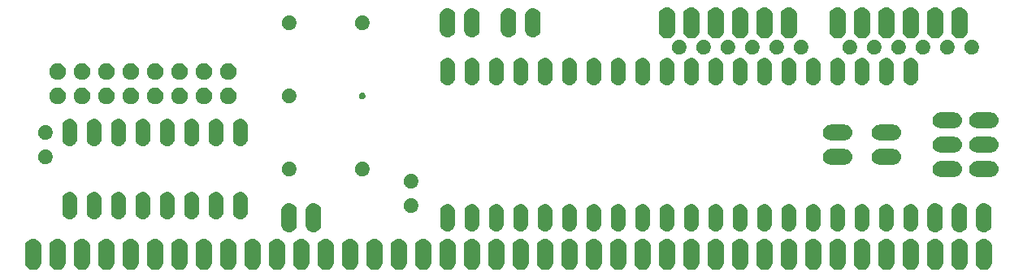
<source format=gbr>
G04 #@! TF.GenerationSoftware,KiCad,Pcbnew,5.1.2*
G04 #@! TF.CreationDate,2020-10-15T13:17:01+02:00*
G04 #@! TF.ProjectId,3365c1e53a7ea87593df0e5cd2596002,33333635-6331-4653-9533-613765613837,rev?*
G04 #@! TF.SameCoordinates,Original*
G04 #@! TF.FileFunction,Soldermask,Top*
G04 #@! TF.FilePolarity,Negative*
%FSLAX46Y46*%
G04 Gerber Fmt 4.6, Leading zero omitted, Abs format (unit mm)*
G04 Created by KiCad (PCBNEW 5.1.2) date 2020-10-15 13:17:01*
%MOMM*%
%LPD*%
G04 APERTURE LIST*
%ADD10C,0.100000*%
G04 APERTURE END LIST*
D10*
G36*
X174870394Y-116085496D02*
G01*
X174990826Y-116122029D01*
X175033187Y-116134879D01*
X175183207Y-116215066D01*
X175183210Y-116215068D01*
X175183211Y-116215069D01*
X175314712Y-116322988D01*
X175422631Y-116454488D01*
X175422633Y-116454492D01*
X175422634Y-116454493D01*
X175502821Y-116604513D01*
X175502822Y-116604516D01*
X175552204Y-116767305D01*
X175564700Y-116894180D01*
X175564700Y-118503020D01*
X175552204Y-118629895D01*
X175502822Y-118792684D01*
X175502821Y-118792687D01*
X175422634Y-118942707D01*
X175422631Y-118942712D01*
X175314712Y-119074212D01*
X175183212Y-119182131D01*
X175183208Y-119182133D01*
X175183207Y-119182134D01*
X175033187Y-119262321D01*
X175033184Y-119262322D01*
X174870395Y-119311704D01*
X174701100Y-119328378D01*
X174531806Y-119311704D01*
X174369017Y-119262322D01*
X174369014Y-119262321D01*
X174218994Y-119182134D01*
X174218993Y-119182133D01*
X174218989Y-119182131D01*
X174087489Y-119074212D01*
X173979570Y-118942712D01*
X173979567Y-118942707D01*
X173899380Y-118792687D01*
X173899379Y-118792684D01*
X173849997Y-118629895D01*
X173837501Y-118503020D01*
X173837500Y-116894181D01*
X173849996Y-116767306D01*
X173899378Y-116604517D01*
X173899379Y-116604513D01*
X173979566Y-116454493D01*
X173979570Y-116454488D01*
X174087488Y-116322988D01*
X174218988Y-116215069D01*
X174218992Y-116215067D01*
X174218993Y-116215066D01*
X174369013Y-116134879D01*
X174369016Y-116134878D01*
X174531805Y-116085496D01*
X174701100Y-116068822D01*
X174870394Y-116085496D01*
X174870394Y-116085496D01*
G37*
G36*
X172330394Y-116085496D02*
G01*
X172450826Y-116122029D01*
X172493187Y-116134879D01*
X172643207Y-116215066D01*
X172643210Y-116215068D01*
X172643211Y-116215069D01*
X172774712Y-116322988D01*
X172882631Y-116454488D01*
X172882633Y-116454492D01*
X172882634Y-116454493D01*
X172962821Y-116604513D01*
X172962822Y-116604516D01*
X173012204Y-116767305D01*
X173024700Y-116894180D01*
X173024700Y-118503020D01*
X173012204Y-118629895D01*
X172962822Y-118792684D01*
X172962821Y-118792687D01*
X172882634Y-118942707D01*
X172882631Y-118942712D01*
X172774712Y-119074212D01*
X172643212Y-119182131D01*
X172643208Y-119182133D01*
X172643207Y-119182134D01*
X172493187Y-119262321D01*
X172493184Y-119262322D01*
X172330395Y-119311704D01*
X172161100Y-119328378D01*
X171991806Y-119311704D01*
X171829017Y-119262322D01*
X171829014Y-119262321D01*
X171678994Y-119182134D01*
X171678993Y-119182133D01*
X171678989Y-119182131D01*
X171547489Y-119074212D01*
X171439570Y-118942712D01*
X171439567Y-118942707D01*
X171359380Y-118792687D01*
X171359379Y-118792684D01*
X171309997Y-118629895D01*
X171297501Y-118503020D01*
X171297500Y-116894181D01*
X171309996Y-116767306D01*
X171359378Y-116604517D01*
X171359379Y-116604513D01*
X171439566Y-116454493D01*
X171439570Y-116454488D01*
X171547488Y-116322988D01*
X171678988Y-116215069D01*
X171678992Y-116215067D01*
X171678993Y-116215066D01*
X171829013Y-116134879D01*
X171829016Y-116134878D01*
X171991805Y-116085496D01*
X172161100Y-116068822D01*
X172330394Y-116085496D01*
X172330394Y-116085496D01*
G37*
G36*
X149470394Y-116085496D02*
G01*
X149590826Y-116122029D01*
X149633187Y-116134879D01*
X149783207Y-116215066D01*
X149783210Y-116215068D01*
X149783211Y-116215069D01*
X149914712Y-116322988D01*
X150022631Y-116454488D01*
X150022633Y-116454492D01*
X150022634Y-116454493D01*
X150102821Y-116604513D01*
X150102822Y-116604516D01*
X150152204Y-116767305D01*
X150164700Y-116894180D01*
X150164700Y-118503020D01*
X150152204Y-118629895D01*
X150102822Y-118792684D01*
X150102821Y-118792687D01*
X150022634Y-118942707D01*
X150022631Y-118942712D01*
X149914712Y-119074212D01*
X149783212Y-119182131D01*
X149783208Y-119182133D01*
X149783207Y-119182134D01*
X149633187Y-119262321D01*
X149633184Y-119262322D01*
X149470395Y-119311704D01*
X149301100Y-119328378D01*
X149131806Y-119311704D01*
X148969017Y-119262322D01*
X148969014Y-119262321D01*
X148818994Y-119182134D01*
X148818993Y-119182133D01*
X148818989Y-119182131D01*
X148687489Y-119074212D01*
X148579570Y-118942712D01*
X148579567Y-118942707D01*
X148499380Y-118792687D01*
X148499379Y-118792684D01*
X148449997Y-118629895D01*
X148437501Y-118503020D01*
X148437500Y-116894181D01*
X148449996Y-116767306D01*
X148499378Y-116604517D01*
X148499379Y-116604513D01*
X148579566Y-116454493D01*
X148579570Y-116454488D01*
X148687488Y-116322988D01*
X148818988Y-116215069D01*
X148818992Y-116215067D01*
X148818993Y-116215066D01*
X148969013Y-116134879D01*
X148969016Y-116134878D01*
X149131805Y-116085496D01*
X149301100Y-116068822D01*
X149470394Y-116085496D01*
X149470394Y-116085496D01*
G37*
G36*
X152010394Y-116085496D02*
G01*
X152130826Y-116122029D01*
X152173187Y-116134879D01*
X152323207Y-116215066D01*
X152323210Y-116215068D01*
X152323211Y-116215069D01*
X152454712Y-116322988D01*
X152562631Y-116454488D01*
X152562633Y-116454492D01*
X152562634Y-116454493D01*
X152642821Y-116604513D01*
X152642822Y-116604516D01*
X152692204Y-116767305D01*
X152704700Y-116894180D01*
X152704700Y-118503020D01*
X152692204Y-118629895D01*
X152642822Y-118792684D01*
X152642821Y-118792687D01*
X152562634Y-118942707D01*
X152562631Y-118942712D01*
X152454712Y-119074212D01*
X152323212Y-119182131D01*
X152323208Y-119182133D01*
X152323207Y-119182134D01*
X152173187Y-119262321D01*
X152173184Y-119262322D01*
X152010395Y-119311704D01*
X151841100Y-119328378D01*
X151671806Y-119311704D01*
X151509017Y-119262322D01*
X151509014Y-119262321D01*
X151358994Y-119182134D01*
X151358993Y-119182133D01*
X151358989Y-119182131D01*
X151227489Y-119074212D01*
X151119570Y-118942712D01*
X151119567Y-118942707D01*
X151039380Y-118792687D01*
X151039379Y-118792684D01*
X150989997Y-118629895D01*
X150977501Y-118503020D01*
X150977500Y-116894181D01*
X150989996Y-116767306D01*
X151039378Y-116604517D01*
X151039379Y-116604513D01*
X151119566Y-116454493D01*
X151119570Y-116454488D01*
X151227488Y-116322988D01*
X151358988Y-116215069D01*
X151358992Y-116215067D01*
X151358993Y-116215066D01*
X151509013Y-116134879D01*
X151509016Y-116134878D01*
X151671805Y-116085496D01*
X151841100Y-116068822D01*
X152010394Y-116085496D01*
X152010394Y-116085496D01*
G37*
G36*
X154550394Y-116085496D02*
G01*
X154670826Y-116122029D01*
X154713187Y-116134879D01*
X154863207Y-116215066D01*
X154863210Y-116215068D01*
X154863211Y-116215069D01*
X154994712Y-116322988D01*
X155102631Y-116454488D01*
X155102633Y-116454492D01*
X155102634Y-116454493D01*
X155182821Y-116604513D01*
X155182822Y-116604516D01*
X155232204Y-116767305D01*
X155244700Y-116894180D01*
X155244700Y-118503020D01*
X155232204Y-118629895D01*
X155182822Y-118792684D01*
X155182821Y-118792687D01*
X155102634Y-118942707D01*
X155102631Y-118942712D01*
X154994712Y-119074212D01*
X154863212Y-119182131D01*
X154863208Y-119182133D01*
X154863207Y-119182134D01*
X154713187Y-119262321D01*
X154713184Y-119262322D01*
X154550395Y-119311704D01*
X154381100Y-119328378D01*
X154211806Y-119311704D01*
X154049017Y-119262322D01*
X154049014Y-119262321D01*
X153898994Y-119182134D01*
X153898993Y-119182133D01*
X153898989Y-119182131D01*
X153767489Y-119074212D01*
X153659570Y-118942712D01*
X153659567Y-118942707D01*
X153579380Y-118792687D01*
X153579379Y-118792684D01*
X153529997Y-118629895D01*
X153517501Y-118503020D01*
X153517500Y-116894181D01*
X153529996Y-116767306D01*
X153579378Y-116604517D01*
X153579379Y-116604513D01*
X153659566Y-116454493D01*
X153659570Y-116454488D01*
X153767488Y-116322988D01*
X153898988Y-116215069D01*
X153898992Y-116215067D01*
X153898993Y-116215066D01*
X154049013Y-116134879D01*
X154049016Y-116134878D01*
X154211805Y-116085496D01*
X154381100Y-116068822D01*
X154550394Y-116085496D01*
X154550394Y-116085496D01*
G37*
G36*
X157090394Y-116085496D02*
G01*
X157210826Y-116122029D01*
X157253187Y-116134879D01*
X157403207Y-116215066D01*
X157403210Y-116215068D01*
X157403211Y-116215069D01*
X157534712Y-116322988D01*
X157642631Y-116454488D01*
X157642633Y-116454492D01*
X157642634Y-116454493D01*
X157722821Y-116604513D01*
X157722822Y-116604516D01*
X157772204Y-116767305D01*
X157784700Y-116894180D01*
X157784700Y-118503020D01*
X157772204Y-118629895D01*
X157722822Y-118792684D01*
X157722821Y-118792687D01*
X157642634Y-118942707D01*
X157642631Y-118942712D01*
X157534712Y-119074212D01*
X157403212Y-119182131D01*
X157403208Y-119182133D01*
X157403207Y-119182134D01*
X157253187Y-119262321D01*
X157253184Y-119262322D01*
X157090395Y-119311704D01*
X156921100Y-119328378D01*
X156751806Y-119311704D01*
X156589017Y-119262322D01*
X156589014Y-119262321D01*
X156438994Y-119182134D01*
X156438993Y-119182133D01*
X156438989Y-119182131D01*
X156307489Y-119074212D01*
X156199570Y-118942712D01*
X156199567Y-118942707D01*
X156119380Y-118792687D01*
X156119379Y-118792684D01*
X156069997Y-118629895D01*
X156057501Y-118503020D01*
X156057500Y-116894181D01*
X156069996Y-116767306D01*
X156119378Y-116604517D01*
X156119379Y-116604513D01*
X156199566Y-116454493D01*
X156199570Y-116454488D01*
X156307488Y-116322988D01*
X156438988Y-116215069D01*
X156438992Y-116215067D01*
X156438993Y-116215066D01*
X156589013Y-116134879D01*
X156589016Y-116134878D01*
X156751805Y-116085496D01*
X156921100Y-116068822D01*
X157090394Y-116085496D01*
X157090394Y-116085496D01*
G37*
G36*
X159630394Y-116085496D02*
G01*
X159750826Y-116122029D01*
X159793187Y-116134879D01*
X159943207Y-116215066D01*
X159943210Y-116215068D01*
X159943211Y-116215069D01*
X160074712Y-116322988D01*
X160182631Y-116454488D01*
X160182633Y-116454492D01*
X160182634Y-116454493D01*
X160262821Y-116604513D01*
X160262822Y-116604516D01*
X160312204Y-116767305D01*
X160324700Y-116894180D01*
X160324700Y-118503020D01*
X160312204Y-118629895D01*
X160262822Y-118792684D01*
X160262821Y-118792687D01*
X160182634Y-118942707D01*
X160182631Y-118942712D01*
X160074712Y-119074212D01*
X159943212Y-119182131D01*
X159943208Y-119182133D01*
X159943207Y-119182134D01*
X159793187Y-119262321D01*
X159793184Y-119262322D01*
X159630395Y-119311704D01*
X159461100Y-119328378D01*
X159291806Y-119311704D01*
X159129017Y-119262322D01*
X159129014Y-119262321D01*
X158978994Y-119182134D01*
X158978993Y-119182133D01*
X158978989Y-119182131D01*
X158847489Y-119074212D01*
X158739570Y-118942712D01*
X158739567Y-118942707D01*
X158659380Y-118792687D01*
X158659379Y-118792684D01*
X158609997Y-118629895D01*
X158597501Y-118503020D01*
X158597500Y-116894181D01*
X158609996Y-116767306D01*
X158659378Y-116604517D01*
X158659379Y-116604513D01*
X158739566Y-116454493D01*
X158739570Y-116454488D01*
X158847488Y-116322988D01*
X158978988Y-116215069D01*
X158978992Y-116215067D01*
X158978993Y-116215066D01*
X159129013Y-116134879D01*
X159129016Y-116134878D01*
X159291805Y-116085496D01*
X159461100Y-116068822D01*
X159630394Y-116085496D01*
X159630394Y-116085496D01*
G37*
G36*
X162170394Y-116085496D02*
G01*
X162290826Y-116122029D01*
X162333187Y-116134879D01*
X162483207Y-116215066D01*
X162483210Y-116215068D01*
X162483211Y-116215069D01*
X162614712Y-116322988D01*
X162722631Y-116454488D01*
X162722633Y-116454492D01*
X162722634Y-116454493D01*
X162802821Y-116604513D01*
X162802822Y-116604516D01*
X162852204Y-116767305D01*
X162864700Y-116894180D01*
X162864700Y-118503020D01*
X162852204Y-118629895D01*
X162802822Y-118792684D01*
X162802821Y-118792687D01*
X162722634Y-118942707D01*
X162722631Y-118942712D01*
X162614712Y-119074212D01*
X162483212Y-119182131D01*
X162483208Y-119182133D01*
X162483207Y-119182134D01*
X162333187Y-119262321D01*
X162333184Y-119262322D01*
X162170395Y-119311704D01*
X162001100Y-119328378D01*
X161831806Y-119311704D01*
X161669017Y-119262322D01*
X161669014Y-119262321D01*
X161518994Y-119182134D01*
X161518993Y-119182133D01*
X161518989Y-119182131D01*
X161387489Y-119074212D01*
X161279570Y-118942712D01*
X161279567Y-118942707D01*
X161199380Y-118792687D01*
X161199379Y-118792684D01*
X161149997Y-118629895D01*
X161137501Y-118503020D01*
X161137500Y-116894181D01*
X161149996Y-116767306D01*
X161199378Y-116604517D01*
X161199379Y-116604513D01*
X161279566Y-116454493D01*
X161279570Y-116454488D01*
X161387488Y-116322988D01*
X161518988Y-116215069D01*
X161518992Y-116215067D01*
X161518993Y-116215066D01*
X161669013Y-116134879D01*
X161669016Y-116134878D01*
X161831805Y-116085496D01*
X162001100Y-116068822D01*
X162170394Y-116085496D01*
X162170394Y-116085496D01*
G37*
G36*
X164710394Y-116085496D02*
G01*
X164830826Y-116122029D01*
X164873187Y-116134879D01*
X165023207Y-116215066D01*
X165023210Y-116215068D01*
X165023211Y-116215069D01*
X165154712Y-116322988D01*
X165262631Y-116454488D01*
X165262633Y-116454492D01*
X165262634Y-116454493D01*
X165342821Y-116604513D01*
X165342822Y-116604516D01*
X165392204Y-116767305D01*
X165404700Y-116894180D01*
X165404700Y-118503020D01*
X165392204Y-118629895D01*
X165342822Y-118792684D01*
X165342821Y-118792687D01*
X165262634Y-118942707D01*
X165262631Y-118942712D01*
X165154712Y-119074212D01*
X165023212Y-119182131D01*
X165023208Y-119182133D01*
X165023207Y-119182134D01*
X164873187Y-119262321D01*
X164873184Y-119262322D01*
X164710395Y-119311704D01*
X164541100Y-119328378D01*
X164371806Y-119311704D01*
X164209017Y-119262322D01*
X164209014Y-119262321D01*
X164058994Y-119182134D01*
X164058993Y-119182133D01*
X164058989Y-119182131D01*
X163927489Y-119074212D01*
X163819570Y-118942712D01*
X163819567Y-118942707D01*
X163739380Y-118792687D01*
X163739379Y-118792684D01*
X163689997Y-118629895D01*
X163677501Y-118503020D01*
X163677500Y-116894181D01*
X163689996Y-116767306D01*
X163739378Y-116604517D01*
X163739379Y-116604513D01*
X163819566Y-116454493D01*
X163819570Y-116454488D01*
X163927488Y-116322988D01*
X164058988Y-116215069D01*
X164058992Y-116215067D01*
X164058993Y-116215066D01*
X164209013Y-116134879D01*
X164209016Y-116134878D01*
X164371805Y-116085496D01*
X164541100Y-116068822D01*
X164710394Y-116085496D01*
X164710394Y-116085496D01*
G37*
G36*
X167250394Y-116085496D02*
G01*
X167370826Y-116122029D01*
X167413187Y-116134879D01*
X167563207Y-116215066D01*
X167563210Y-116215068D01*
X167563211Y-116215069D01*
X167694712Y-116322988D01*
X167802631Y-116454488D01*
X167802633Y-116454492D01*
X167802634Y-116454493D01*
X167882821Y-116604513D01*
X167882822Y-116604516D01*
X167932204Y-116767305D01*
X167944700Y-116894180D01*
X167944700Y-118503020D01*
X167932204Y-118629895D01*
X167882822Y-118792684D01*
X167882821Y-118792687D01*
X167802634Y-118942707D01*
X167802631Y-118942712D01*
X167694712Y-119074212D01*
X167563212Y-119182131D01*
X167563208Y-119182133D01*
X167563207Y-119182134D01*
X167413187Y-119262321D01*
X167413184Y-119262322D01*
X167250395Y-119311704D01*
X167081100Y-119328378D01*
X166911806Y-119311704D01*
X166749017Y-119262322D01*
X166749014Y-119262321D01*
X166598994Y-119182134D01*
X166598993Y-119182133D01*
X166598989Y-119182131D01*
X166467489Y-119074212D01*
X166359570Y-118942712D01*
X166359567Y-118942707D01*
X166279380Y-118792687D01*
X166279379Y-118792684D01*
X166229997Y-118629895D01*
X166217501Y-118503020D01*
X166217500Y-116894181D01*
X166229996Y-116767306D01*
X166279378Y-116604517D01*
X166279379Y-116604513D01*
X166359566Y-116454493D01*
X166359570Y-116454488D01*
X166467488Y-116322988D01*
X166598988Y-116215069D01*
X166598992Y-116215067D01*
X166598993Y-116215066D01*
X166749013Y-116134879D01*
X166749016Y-116134878D01*
X166911805Y-116085496D01*
X167081100Y-116068822D01*
X167250394Y-116085496D01*
X167250394Y-116085496D01*
G37*
G36*
X169790394Y-116085496D02*
G01*
X169910826Y-116122029D01*
X169953187Y-116134879D01*
X170103207Y-116215066D01*
X170103210Y-116215068D01*
X170103211Y-116215069D01*
X170234712Y-116322988D01*
X170342631Y-116454488D01*
X170342633Y-116454492D01*
X170342634Y-116454493D01*
X170422821Y-116604513D01*
X170422822Y-116604516D01*
X170472204Y-116767305D01*
X170484700Y-116894180D01*
X170484700Y-118503020D01*
X170472204Y-118629895D01*
X170422822Y-118792684D01*
X170422821Y-118792687D01*
X170342634Y-118942707D01*
X170342631Y-118942712D01*
X170234712Y-119074212D01*
X170103212Y-119182131D01*
X170103208Y-119182133D01*
X170103207Y-119182134D01*
X169953187Y-119262321D01*
X169953184Y-119262322D01*
X169790395Y-119311704D01*
X169621100Y-119328378D01*
X169451806Y-119311704D01*
X169289017Y-119262322D01*
X169289014Y-119262321D01*
X169138994Y-119182134D01*
X169138993Y-119182133D01*
X169138989Y-119182131D01*
X169007489Y-119074212D01*
X168899570Y-118942712D01*
X168899567Y-118942707D01*
X168819380Y-118792687D01*
X168819379Y-118792684D01*
X168769997Y-118629895D01*
X168757501Y-118503020D01*
X168757500Y-116894181D01*
X168769996Y-116767306D01*
X168819378Y-116604517D01*
X168819379Y-116604513D01*
X168899566Y-116454493D01*
X168899570Y-116454488D01*
X169007488Y-116322988D01*
X169138988Y-116215069D01*
X169138992Y-116215067D01*
X169138993Y-116215066D01*
X169289013Y-116134879D01*
X169289016Y-116134878D01*
X169451805Y-116085496D01*
X169621100Y-116068822D01*
X169790394Y-116085496D01*
X169790394Y-116085496D01*
G37*
G36*
X103750394Y-116085496D02*
G01*
X103870826Y-116122029D01*
X103913187Y-116134879D01*
X104063207Y-116215066D01*
X104063210Y-116215068D01*
X104063211Y-116215069D01*
X104194712Y-116322988D01*
X104302631Y-116454488D01*
X104302633Y-116454492D01*
X104302634Y-116454493D01*
X104382821Y-116604513D01*
X104382822Y-116604516D01*
X104432204Y-116767305D01*
X104444700Y-116894180D01*
X104444700Y-118503020D01*
X104432204Y-118629895D01*
X104382822Y-118792684D01*
X104382821Y-118792687D01*
X104302634Y-118942707D01*
X104302631Y-118942712D01*
X104194712Y-119074212D01*
X104063212Y-119182131D01*
X104063208Y-119182133D01*
X104063207Y-119182134D01*
X103913187Y-119262321D01*
X103913184Y-119262322D01*
X103750395Y-119311704D01*
X103581100Y-119328378D01*
X103411806Y-119311704D01*
X103249017Y-119262322D01*
X103249014Y-119262321D01*
X103098994Y-119182134D01*
X103098993Y-119182133D01*
X103098989Y-119182131D01*
X102967489Y-119074212D01*
X102859570Y-118942712D01*
X102859567Y-118942707D01*
X102779380Y-118792687D01*
X102779379Y-118792684D01*
X102729997Y-118629895D01*
X102717501Y-118503020D01*
X102717500Y-116894181D01*
X102729996Y-116767306D01*
X102779378Y-116604517D01*
X102779379Y-116604513D01*
X102859566Y-116454493D01*
X102859570Y-116454488D01*
X102967488Y-116322988D01*
X103098988Y-116215069D01*
X103098992Y-116215067D01*
X103098993Y-116215066D01*
X103249013Y-116134879D01*
X103249016Y-116134878D01*
X103411805Y-116085496D01*
X103581100Y-116068822D01*
X103750394Y-116085496D01*
X103750394Y-116085496D01*
G37*
G36*
X177410394Y-116085496D02*
G01*
X177530826Y-116122029D01*
X177573187Y-116134879D01*
X177723207Y-116215066D01*
X177723210Y-116215068D01*
X177723211Y-116215069D01*
X177854712Y-116322988D01*
X177962631Y-116454488D01*
X177962633Y-116454492D01*
X177962634Y-116454493D01*
X178042821Y-116604513D01*
X178042822Y-116604516D01*
X178092204Y-116767305D01*
X178104700Y-116894180D01*
X178104700Y-118503020D01*
X178092204Y-118629895D01*
X178042822Y-118792684D01*
X178042821Y-118792687D01*
X177962634Y-118942707D01*
X177962631Y-118942712D01*
X177854712Y-119074212D01*
X177723212Y-119182131D01*
X177723208Y-119182133D01*
X177723207Y-119182134D01*
X177573187Y-119262321D01*
X177573184Y-119262322D01*
X177410395Y-119311704D01*
X177241100Y-119328378D01*
X177071806Y-119311704D01*
X176909017Y-119262322D01*
X176909014Y-119262321D01*
X176758994Y-119182134D01*
X176758993Y-119182133D01*
X176758989Y-119182131D01*
X176627489Y-119074212D01*
X176519570Y-118942712D01*
X176519567Y-118942707D01*
X176439380Y-118792687D01*
X176439379Y-118792684D01*
X176389997Y-118629895D01*
X176377501Y-118503020D01*
X176377500Y-116894181D01*
X176389996Y-116767306D01*
X176439378Y-116604517D01*
X176439379Y-116604513D01*
X176519566Y-116454493D01*
X176519570Y-116454488D01*
X176627488Y-116322988D01*
X176758988Y-116215069D01*
X176758992Y-116215067D01*
X176758993Y-116215066D01*
X176909013Y-116134879D01*
X176909016Y-116134878D01*
X177071805Y-116085496D01*
X177241100Y-116068822D01*
X177410394Y-116085496D01*
X177410394Y-116085496D01*
G37*
G36*
X179950394Y-116085496D02*
G01*
X180070826Y-116122029D01*
X180113187Y-116134879D01*
X180263207Y-116215066D01*
X180263210Y-116215068D01*
X180263211Y-116215069D01*
X180394712Y-116322988D01*
X180502631Y-116454488D01*
X180502633Y-116454492D01*
X180502634Y-116454493D01*
X180582821Y-116604513D01*
X180582822Y-116604516D01*
X180632204Y-116767305D01*
X180644700Y-116894180D01*
X180644700Y-118503020D01*
X180632204Y-118629895D01*
X180582822Y-118792684D01*
X180582821Y-118792687D01*
X180502634Y-118942707D01*
X180502631Y-118942712D01*
X180394712Y-119074212D01*
X180263212Y-119182131D01*
X180263208Y-119182133D01*
X180263207Y-119182134D01*
X180113187Y-119262321D01*
X180113184Y-119262322D01*
X179950395Y-119311704D01*
X179781100Y-119328378D01*
X179611806Y-119311704D01*
X179449017Y-119262322D01*
X179449014Y-119262321D01*
X179298994Y-119182134D01*
X179298993Y-119182133D01*
X179298989Y-119182131D01*
X179167489Y-119074212D01*
X179059570Y-118942712D01*
X179059567Y-118942707D01*
X178979380Y-118792687D01*
X178979379Y-118792684D01*
X178929997Y-118629895D01*
X178917501Y-118503020D01*
X178917500Y-116894181D01*
X178929996Y-116767306D01*
X178979378Y-116604517D01*
X178979379Y-116604513D01*
X179059566Y-116454493D01*
X179059570Y-116454488D01*
X179167488Y-116322988D01*
X179298988Y-116215069D01*
X179298992Y-116215067D01*
X179298993Y-116215066D01*
X179449013Y-116134879D01*
X179449016Y-116134878D01*
X179611805Y-116085496D01*
X179781100Y-116068822D01*
X179950394Y-116085496D01*
X179950394Y-116085496D01*
G37*
G36*
X182490394Y-116085496D02*
G01*
X182610826Y-116122029D01*
X182653187Y-116134879D01*
X182803207Y-116215066D01*
X182803210Y-116215068D01*
X182803211Y-116215069D01*
X182934712Y-116322988D01*
X183042631Y-116454488D01*
X183042633Y-116454492D01*
X183042634Y-116454493D01*
X183122821Y-116604513D01*
X183122822Y-116604516D01*
X183172204Y-116767305D01*
X183184700Y-116894180D01*
X183184700Y-118503020D01*
X183172204Y-118629895D01*
X183122822Y-118792684D01*
X183122821Y-118792687D01*
X183042634Y-118942707D01*
X183042631Y-118942712D01*
X182934712Y-119074212D01*
X182803212Y-119182131D01*
X182803208Y-119182133D01*
X182803207Y-119182134D01*
X182653187Y-119262321D01*
X182653184Y-119262322D01*
X182490395Y-119311704D01*
X182321100Y-119328378D01*
X182151806Y-119311704D01*
X181989017Y-119262322D01*
X181989014Y-119262321D01*
X181838994Y-119182134D01*
X181838993Y-119182133D01*
X181838989Y-119182131D01*
X181707489Y-119074212D01*
X181599570Y-118942712D01*
X181599567Y-118942707D01*
X181519380Y-118792687D01*
X181519379Y-118792684D01*
X181469997Y-118629895D01*
X181457501Y-118503020D01*
X181457500Y-116894181D01*
X181469996Y-116767306D01*
X181519378Y-116604517D01*
X181519379Y-116604513D01*
X181599566Y-116454493D01*
X181599570Y-116454488D01*
X181707488Y-116322988D01*
X181838988Y-116215069D01*
X181838992Y-116215067D01*
X181838993Y-116215066D01*
X181989013Y-116134879D01*
X181989016Y-116134878D01*
X182151805Y-116085496D01*
X182321100Y-116068822D01*
X182490394Y-116085496D01*
X182490394Y-116085496D01*
G37*
G36*
X185030394Y-116085496D02*
G01*
X185150826Y-116122029D01*
X185193187Y-116134879D01*
X185343207Y-116215066D01*
X185343210Y-116215068D01*
X185343211Y-116215069D01*
X185474712Y-116322988D01*
X185582631Y-116454488D01*
X185582633Y-116454492D01*
X185582634Y-116454493D01*
X185662821Y-116604513D01*
X185662822Y-116604516D01*
X185712204Y-116767305D01*
X185724700Y-116894180D01*
X185724700Y-118503020D01*
X185712204Y-118629895D01*
X185662822Y-118792684D01*
X185662821Y-118792687D01*
X185582634Y-118942707D01*
X185582631Y-118942712D01*
X185474712Y-119074212D01*
X185343212Y-119182131D01*
X185343208Y-119182133D01*
X185343207Y-119182134D01*
X185193187Y-119262321D01*
X185193184Y-119262322D01*
X185030395Y-119311704D01*
X184861100Y-119328378D01*
X184691806Y-119311704D01*
X184529017Y-119262322D01*
X184529014Y-119262321D01*
X184378994Y-119182134D01*
X184378993Y-119182133D01*
X184378989Y-119182131D01*
X184247489Y-119074212D01*
X184139570Y-118942712D01*
X184139567Y-118942707D01*
X184059380Y-118792687D01*
X184059379Y-118792684D01*
X184009997Y-118629895D01*
X183997501Y-118503020D01*
X183997500Y-116894181D01*
X184009996Y-116767306D01*
X184059378Y-116604517D01*
X184059379Y-116604513D01*
X184139566Y-116454493D01*
X184139570Y-116454488D01*
X184247488Y-116322988D01*
X184378988Y-116215069D01*
X184378992Y-116215067D01*
X184378993Y-116215066D01*
X184529013Y-116134879D01*
X184529016Y-116134878D01*
X184691805Y-116085496D01*
X184861100Y-116068822D01*
X185030394Y-116085496D01*
X185030394Y-116085496D01*
G37*
G36*
X187570394Y-116085496D02*
G01*
X187690826Y-116122029D01*
X187733187Y-116134879D01*
X187883207Y-116215066D01*
X187883210Y-116215068D01*
X187883211Y-116215069D01*
X188014712Y-116322988D01*
X188122631Y-116454488D01*
X188122633Y-116454492D01*
X188122634Y-116454493D01*
X188202821Y-116604513D01*
X188202822Y-116604516D01*
X188252204Y-116767305D01*
X188264700Y-116894180D01*
X188264700Y-118503020D01*
X188252204Y-118629895D01*
X188202822Y-118792684D01*
X188202821Y-118792687D01*
X188122634Y-118942707D01*
X188122631Y-118942712D01*
X188014712Y-119074212D01*
X187883212Y-119182131D01*
X187883208Y-119182133D01*
X187883207Y-119182134D01*
X187733187Y-119262321D01*
X187733184Y-119262322D01*
X187570395Y-119311704D01*
X187401100Y-119328378D01*
X187231806Y-119311704D01*
X187069017Y-119262322D01*
X187069014Y-119262321D01*
X186918994Y-119182134D01*
X186918993Y-119182133D01*
X186918989Y-119182131D01*
X186787489Y-119074212D01*
X186679570Y-118942712D01*
X186679567Y-118942707D01*
X186599380Y-118792687D01*
X186599379Y-118792684D01*
X186549997Y-118629895D01*
X186537501Y-118503020D01*
X186537500Y-116894181D01*
X186549996Y-116767306D01*
X186599378Y-116604517D01*
X186599379Y-116604513D01*
X186679566Y-116454493D01*
X186679570Y-116454488D01*
X186787488Y-116322988D01*
X186918988Y-116215069D01*
X186918992Y-116215067D01*
X186918993Y-116215066D01*
X187069013Y-116134879D01*
X187069016Y-116134878D01*
X187231805Y-116085496D01*
X187401100Y-116068822D01*
X187570394Y-116085496D01*
X187570394Y-116085496D01*
G37*
G36*
X190110394Y-116085496D02*
G01*
X190230826Y-116122029D01*
X190273187Y-116134879D01*
X190423207Y-116215066D01*
X190423210Y-116215068D01*
X190423211Y-116215069D01*
X190554712Y-116322988D01*
X190662631Y-116454488D01*
X190662633Y-116454492D01*
X190662634Y-116454493D01*
X190742821Y-116604513D01*
X190742822Y-116604516D01*
X190792204Y-116767305D01*
X190804700Y-116894180D01*
X190804700Y-118503020D01*
X190792204Y-118629895D01*
X190742822Y-118792684D01*
X190742821Y-118792687D01*
X190662634Y-118942707D01*
X190662631Y-118942712D01*
X190554712Y-119074212D01*
X190423212Y-119182131D01*
X190423208Y-119182133D01*
X190423207Y-119182134D01*
X190273187Y-119262321D01*
X190273184Y-119262322D01*
X190110395Y-119311704D01*
X189941100Y-119328378D01*
X189771806Y-119311704D01*
X189609017Y-119262322D01*
X189609014Y-119262321D01*
X189458994Y-119182134D01*
X189458993Y-119182133D01*
X189458989Y-119182131D01*
X189327489Y-119074212D01*
X189219570Y-118942712D01*
X189219567Y-118942707D01*
X189139380Y-118792687D01*
X189139379Y-118792684D01*
X189089997Y-118629895D01*
X189077501Y-118503020D01*
X189077500Y-116894181D01*
X189089996Y-116767306D01*
X189139378Y-116604517D01*
X189139379Y-116604513D01*
X189219566Y-116454493D01*
X189219570Y-116454488D01*
X189327488Y-116322988D01*
X189458988Y-116215069D01*
X189458992Y-116215067D01*
X189458993Y-116215066D01*
X189609013Y-116134879D01*
X189609016Y-116134878D01*
X189771805Y-116085496D01*
X189941100Y-116068822D01*
X190110394Y-116085496D01*
X190110394Y-116085496D01*
G37*
G36*
X192650394Y-116085496D02*
G01*
X192770826Y-116122029D01*
X192813187Y-116134879D01*
X192963207Y-116215066D01*
X192963210Y-116215068D01*
X192963211Y-116215069D01*
X193094712Y-116322988D01*
X193202631Y-116454488D01*
X193202633Y-116454492D01*
X193202634Y-116454493D01*
X193282821Y-116604513D01*
X193282822Y-116604516D01*
X193332204Y-116767305D01*
X193344700Y-116894180D01*
X193344700Y-118503020D01*
X193332204Y-118629895D01*
X193282822Y-118792684D01*
X193282821Y-118792687D01*
X193202634Y-118942707D01*
X193202631Y-118942712D01*
X193094712Y-119074212D01*
X192963212Y-119182131D01*
X192963208Y-119182133D01*
X192963207Y-119182134D01*
X192813187Y-119262321D01*
X192813184Y-119262322D01*
X192650395Y-119311704D01*
X192481100Y-119328378D01*
X192311806Y-119311704D01*
X192149017Y-119262322D01*
X192149014Y-119262321D01*
X191998994Y-119182134D01*
X191998993Y-119182133D01*
X191998989Y-119182131D01*
X191867489Y-119074212D01*
X191759570Y-118942712D01*
X191759567Y-118942707D01*
X191679380Y-118792687D01*
X191679379Y-118792684D01*
X191629997Y-118629895D01*
X191617501Y-118503020D01*
X191617500Y-116894181D01*
X191629996Y-116767306D01*
X191679378Y-116604517D01*
X191679379Y-116604513D01*
X191759566Y-116454493D01*
X191759570Y-116454488D01*
X191867488Y-116322988D01*
X191998988Y-116215069D01*
X191998992Y-116215067D01*
X191998993Y-116215066D01*
X192149013Y-116134879D01*
X192149016Y-116134878D01*
X192311805Y-116085496D01*
X192481100Y-116068822D01*
X192650394Y-116085496D01*
X192650394Y-116085496D01*
G37*
G36*
X195190394Y-116085496D02*
G01*
X195310826Y-116122029D01*
X195353187Y-116134879D01*
X195503207Y-116215066D01*
X195503210Y-116215068D01*
X195503211Y-116215069D01*
X195634712Y-116322988D01*
X195742631Y-116454488D01*
X195742633Y-116454492D01*
X195742634Y-116454493D01*
X195822821Y-116604513D01*
X195822822Y-116604516D01*
X195872204Y-116767305D01*
X195884700Y-116894180D01*
X195884700Y-118503020D01*
X195872204Y-118629895D01*
X195822822Y-118792684D01*
X195822821Y-118792687D01*
X195742634Y-118942707D01*
X195742631Y-118942712D01*
X195634712Y-119074212D01*
X195503212Y-119182131D01*
X195503208Y-119182133D01*
X195503207Y-119182134D01*
X195353187Y-119262321D01*
X195353184Y-119262322D01*
X195190395Y-119311704D01*
X195021100Y-119328378D01*
X194851806Y-119311704D01*
X194689017Y-119262322D01*
X194689014Y-119262321D01*
X194538994Y-119182134D01*
X194538993Y-119182133D01*
X194538989Y-119182131D01*
X194407489Y-119074212D01*
X194299570Y-118942712D01*
X194299567Y-118942707D01*
X194219380Y-118792687D01*
X194219379Y-118792684D01*
X194169997Y-118629895D01*
X194157501Y-118503020D01*
X194157500Y-116894181D01*
X194169996Y-116767306D01*
X194219378Y-116604517D01*
X194219379Y-116604513D01*
X194299566Y-116454493D01*
X194299570Y-116454488D01*
X194407488Y-116322988D01*
X194538988Y-116215069D01*
X194538992Y-116215067D01*
X194538993Y-116215066D01*
X194689013Y-116134879D01*
X194689016Y-116134878D01*
X194851805Y-116085496D01*
X195021100Y-116068822D01*
X195190394Y-116085496D01*
X195190394Y-116085496D01*
G37*
G36*
X124070394Y-116085496D02*
G01*
X124190826Y-116122029D01*
X124233187Y-116134879D01*
X124383207Y-116215066D01*
X124383210Y-116215068D01*
X124383211Y-116215069D01*
X124514712Y-116322988D01*
X124622631Y-116454488D01*
X124622633Y-116454492D01*
X124622634Y-116454493D01*
X124702821Y-116604513D01*
X124702822Y-116604516D01*
X124752204Y-116767305D01*
X124764700Y-116894180D01*
X124764700Y-118503020D01*
X124752204Y-118629895D01*
X124702822Y-118792684D01*
X124702821Y-118792687D01*
X124622634Y-118942707D01*
X124622631Y-118942712D01*
X124514712Y-119074212D01*
X124383212Y-119182131D01*
X124383208Y-119182133D01*
X124383207Y-119182134D01*
X124233187Y-119262321D01*
X124233184Y-119262322D01*
X124070395Y-119311704D01*
X123901100Y-119328378D01*
X123731806Y-119311704D01*
X123569017Y-119262322D01*
X123569014Y-119262321D01*
X123418994Y-119182134D01*
X123418993Y-119182133D01*
X123418989Y-119182131D01*
X123287489Y-119074212D01*
X123179570Y-118942712D01*
X123179567Y-118942707D01*
X123099380Y-118792687D01*
X123099379Y-118792684D01*
X123049997Y-118629895D01*
X123037501Y-118503020D01*
X123037500Y-116894181D01*
X123049996Y-116767306D01*
X123099378Y-116604517D01*
X123099379Y-116604513D01*
X123179566Y-116454493D01*
X123179570Y-116454488D01*
X123287488Y-116322988D01*
X123418988Y-116215069D01*
X123418992Y-116215067D01*
X123418993Y-116215066D01*
X123569013Y-116134879D01*
X123569016Y-116134878D01*
X123731805Y-116085496D01*
X123901100Y-116068822D01*
X124070394Y-116085496D01*
X124070394Y-116085496D01*
G37*
G36*
X144390394Y-116085496D02*
G01*
X144510826Y-116122029D01*
X144553187Y-116134879D01*
X144703207Y-116215066D01*
X144703210Y-116215068D01*
X144703211Y-116215069D01*
X144834712Y-116322988D01*
X144942631Y-116454488D01*
X144942633Y-116454492D01*
X144942634Y-116454493D01*
X145022821Y-116604513D01*
X145022822Y-116604516D01*
X145072204Y-116767305D01*
X145084700Y-116894180D01*
X145084700Y-118503020D01*
X145072204Y-118629895D01*
X145022822Y-118792684D01*
X145022821Y-118792687D01*
X144942634Y-118942707D01*
X144942631Y-118942712D01*
X144834712Y-119074212D01*
X144703212Y-119182131D01*
X144703208Y-119182133D01*
X144703207Y-119182134D01*
X144553187Y-119262321D01*
X144553184Y-119262322D01*
X144390395Y-119311704D01*
X144221100Y-119328378D01*
X144051806Y-119311704D01*
X143889017Y-119262322D01*
X143889014Y-119262321D01*
X143738994Y-119182134D01*
X143738993Y-119182133D01*
X143738989Y-119182131D01*
X143607489Y-119074212D01*
X143499570Y-118942712D01*
X143499567Y-118942707D01*
X143419380Y-118792687D01*
X143419379Y-118792684D01*
X143369997Y-118629895D01*
X143357501Y-118503020D01*
X143357500Y-116894181D01*
X143369996Y-116767306D01*
X143419378Y-116604517D01*
X143419379Y-116604513D01*
X143499566Y-116454493D01*
X143499570Y-116454488D01*
X143607488Y-116322988D01*
X143738988Y-116215069D01*
X143738992Y-116215067D01*
X143738993Y-116215066D01*
X143889013Y-116134879D01*
X143889016Y-116134878D01*
X144051805Y-116085496D01*
X144221100Y-116068822D01*
X144390394Y-116085496D01*
X144390394Y-116085496D01*
G37*
G36*
X146930394Y-116085496D02*
G01*
X147050826Y-116122029D01*
X147093187Y-116134879D01*
X147243207Y-116215066D01*
X147243210Y-116215068D01*
X147243211Y-116215069D01*
X147374712Y-116322988D01*
X147482631Y-116454488D01*
X147482633Y-116454492D01*
X147482634Y-116454493D01*
X147562821Y-116604513D01*
X147562822Y-116604516D01*
X147612204Y-116767305D01*
X147624700Y-116894180D01*
X147624700Y-118503020D01*
X147612204Y-118629895D01*
X147562822Y-118792684D01*
X147562821Y-118792687D01*
X147482634Y-118942707D01*
X147482631Y-118942712D01*
X147374712Y-119074212D01*
X147243212Y-119182131D01*
X147243208Y-119182133D01*
X147243207Y-119182134D01*
X147093187Y-119262321D01*
X147093184Y-119262322D01*
X146930395Y-119311704D01*
X146761100Y-119328378D01*
X146591806Y-119311704D01*
X146429017Y-119262322D01*
X146429014Y-119262321D01*
X146278994Y-119182134D01*
X146278993Y-119182133D01*
X146278989Y-119182131D01*
X146147489Y-119074212D01*
X146039570Y-118942712D01*
X146039567Y-118942707D01*
X145959380Y-118792687D01*
X145959379Y-118792684D01*
X145909997Y-118629895D01*
X145897501Y-118503020D01*
X145897500Y-116894181D01*
X145909996Y-116767306D01*
X145959378Y-116604517D01*
X145959379Y-116604513D01*
X146039566Y-116454493D01*
X146039570Y-116454488D01*
X146147488Y-116322988D01*
X146278988Y-116215069D01*
X146278992Y-116215067D01*
X146278993Y-116215066D01*
X146429013Y-116134879D01*
X146429016Y-116134878D01*
X146591805Y-116085496D01*
X146761100Y-116068822D01*
X146930394Y-116085496D01*
X146930394Y-116085496D01*
G37*
G36*
X98670394Y-116085496D02*
G01*
X98790826Y-116122029D01*
X98833187Y-116134879D01*
X98983207Y-116215066D01*
X98983210Y-116215068D01*
X98983211Y-116215069D01*
X99114712Y-116322988D01*
X99222631Y-116454488D01*
X99222633Y-116454492D01*
X99222634Y-116454493D01*
X99302821Y-116604513D01*
X99302822Y-116604516D01*
X99352204Y-116767305D01*
X99364700Y-116894180D01*
X99364700Y-118503020D01*
X99352204Y-118629895D01*
X99302822Y-118792684D01*
X99302821Y-118792687D01*
X99222634Y-118942707D01*
X99222631Y-118942712D01*
X99114712Y-119074212D01*
X98983212Y-119182131D01*
X98983208Y-119182133D01*
X98983207Y-119182134D01*
X98833187Y-119262321D01*
X98833184Y-119262322D01*
X98670395Y-119311704D01*
X98501100Y-119328378D01*
X98331806Y-119311704D01*
X98169017Y-119262322D01*
X98169014Y-119262321D01*
X98018994Y-119182134D01*
X98018993Y-119182133D01*
X98018989Y-119182131D01*
X97887489Y-119074212D01*
X97779570Y-118942712D01*
X97779567Y-118942707D01*
X97699380Y-118792687D01*
X97699379Y-118792684D01*
X97649997Y-118629895D01*
X97637501Y-118503020D01*
X97637500Y-116894181D01*
X97649996Y-116767306D01*
X97699378Y-116604517D01*
X97699379Y-116604513D01*
X97779566Y-116454493D01*
X97779570Y-116454488D01*
X97887488Y-116322988D01*
X98018988Y-116215069D01*
X98018992Y-116215067D01*
X98018993Y-116215066D01*
X98169013Y-116134879D01*
X98169016Y-116134878D01*
X98331805Y-116085496D01*
X98501100Y-116068822D01*
X98670394Y-116085496D01*
X98670394Y-116085496D01*
G37*
G36*
X101210394Y-116085496D02*
G01*
X101330826Y-116122029D01*
X101373187Y-116134879D01*
X101523207Y-116215066D01*
X101523210Y-116215068D01*
X101523211Y-116215069D01*
X101654712Y-116322988D01*
X101762631Y-116454488D01*
X101762633Y-116454492D01*
X101762634Y-116454493D01*
X101842821Y-116604513D01*
X101842822Y-116604516D01*
X101892204Y-116767305D01*
X101904700Y-116894180D01*
X101904700Y-118503020D01*
X101892204Y-118629895D01*
X101842822Y-118792684D01*
X101842821Y-118792687D01*
X101762634Y-118942707D01*
X101762631Y-118942712D01*
X101654712Y-119074212D01*
X101523212Y-119182131D01*
X101523208Y-119182133D01*
X101523207Y-119182134D01*
X101373187Y-119262321D01*
X101373184Y-119262322D01*
X101210395Y-119311704D01*
X101041100Y-119328378D01*
X100871806Y-119311704D01*
X100709017Y-119262322D01*
X100709014Y-119262321D01*
X100558994Y-119182134D01*
X100558993Y-119182133D01*
X100558989Y-119182131D01*
X100427489Y-119074212D01*
X100319570Y-118942712D01*
X100319567Y-118942707D01*
X100239380Y-118792687D01*
X100239379Y-118792684D01*
X100189997Y-118629895D01*
X100177501Y-118503020D01*
X100177500Y-116894181D01*
X100189996Y-116767306D01*
X100239378Y-116604517D01*
X100239379Y-116604513D01*
X100319566Y-116454493D01*
X100319570Y-116454488D01*
X100427488Y-116322988D01*
X100558988Y-116215069D01*
X100558992Y-116215067D01*
X100558993Y-116215066D01*
X100709013Y-116134879D01*
X100709016Y-116134878D01*
X100871805Y-116085496D01*
X101041100Y-116068822D01*
X101210394Y-116085496D01*
X101210394Y-116085496D01*
G37*
G36*
X106290394Y-116085496D02*
G01*
X106410826Y-116122029D01*
X106453187Y-116134879D01*
X106603207Y-116215066D01*
X106603210Y-116215068D01*
X106603211Y-116215069D01*
X106734712Y-116322988D01*
X106842631Y-116454488D01*
X106842633Y-116454492D01*
X106842634Y-116454493D01*
X106922821Y-116604513D01*
X106922822Y-116604516D01*
X106972204Y-116767305D01*
X106984700Y-116894180D01*
X106984700Y-118503020D01*
X106972204Y-118629895D01*
X106922822Y-118792684D01*
X106922821Y-118792687D01*
X106842634Y-118942707D01*
X106842631Y-118942712D01*
X106734712Y-119074212D01*
X106603212Y-119182131D01*
X106603208Y-119182133D01*
X106603207Y-119182134D01*
X106453187Y-119262321D01*
X106453184Y-119262322D01*
X106290395Y-119311704D01*
X106121100Y-119328378D01*
X105951806Y-119311704D01*
X105789017Y-119262322D01*
X105789014Y-119262321D01*
X105638994Y-119182134D01*
X105638993Y-119182133D01*
X105638989Y-119182131D01*
X105507489Y-119074212D01*
X105399570Y-118942712D01*
X105399567Y-118942707D01*
X105319380Y-118792687D01*
X105319379Y-118792684D01*
X105269997Y-118629895D01*
X105257501Y-118503020D01*
X105257500Y-116894181D01*
X105269996Y-116767306D01*
X105319378Y-116604517D01*
X105319379Y-116604513D01*
X105399566Y-116454493D01*
X105399570Y-116454488D01*
X105507488Y-116322988D01*
X105638988Y-116215069D01*
X105638992Y-116215067D01*
X105638993Y-116215066D01*
X105789013Y-116134879D01*
X105789016Y-116134878D01*
X105951805Y-116085496D01*
X106121100Y-116068822D01*
X106290394Y-116085496D01*
X106290394Y-116085496D01*
G37*
G36*
X108830394Y-116085496D02*
G01*
X108950826Y-116122029D01*
X108993187Y-116134879D01*
X109143207Y-116215066D01*
X109143210Y-116215068D01*
X109143211Y-116215069D01*
X109274712Y-116322988D01*
X109382631Y-116454488D01*
X109382633Y-116454492D01*
X109382634Y-116454493D01*
X109462821Y-116604513D01*
X109462822Y-116604516D01*
X109512204Y-116767305D01*
X109524700Y-116894180D01*
X109524700Y-118503020D01*
X109512204Y-118629895D01*
X109462822Y-118792684D01*
X109462821Y-118792687D01*
X109382634Y-118942707D01*
X109382631Y-118942712D01*
X109274712Y-119074212D01*
X109143212Y-119182131D01*
X109143208Y-119182133D01*
X109143207Y-119182134D01*
X108993187Y-119262321D01*
X108993184Y-119262322D01*
X108830395Y-119311704D01*
X108661100Y-119328378D01*
X108491806Y-119311704D01*
X108329017Y-119262322D01*
X108329014Y-119262321D01*
X108178994Y-119182134D01*
X108178993Y-119182133D01*
X108178989Y-119182131D01*
X108047489Y-119074212D01*
X107939570Y-118942712D01*
X107939567Y-118942707D01*
X107859380Y-118792687D01*
X107859379Y-118792684D01*
X107809997Y-118629895D01*
X107797501Y-118503020D01*
X107797500Y-116894181D01*
X107809996Y-116767306D01*
X107859378Y-116604517D01*
X107859379Y-116604513D01*
X107939566Y-116454493D01*
X107939570Y-116454488D01*
X108047488Y-116322988D01*
X108178988Y-116215069D01*
X108178992Y-116215067D01*
X108178993Y-116215066D01*
X108329013Y-116134879D01*
X108329016Y-116134878D01*
X108491805Y-116085496D01*
X108661100Y-116068822D01*
X108830394Y-116085496D01*
X108830394Y-116085496D01*
G37*
G36*
X111370394Y-116085496D02*
G01*
X111490826Y-116122029D01*
X111533187Y-116134879D01*
X111683207Y-116215066D01*
X111683210Y-116215068D01*
X111683211Y-116215069D01*
X111814712Y-116322988D01*
X111922631Y-116454488D01*
X111922633Y-116454492D01*
X111922634Y-116454493D01*
X112002821Y-116604513D01*
X112002822Y-116604516D01*
X112052204Y-116767305D01*
X112064700Y-116894180D01*
X112064700Y-118503020D01*
X112052204Y-118629895D01*
X112002822Y-118792684D01*
X112002821Y-118792687D01*
X111922634Y-118942707D01*
X111922631Y-118942712D01*
X111814712Y-119074212D01*
X111683212Y-119182131D01*
X111683208Y-119182133D01*
X111683207Y-119182134D01*
X111533187Y-119262321D01*
X111533184Y-119262322D01*
X111370395Y-119311704D01*
X111201100Y-119328378D01*
X111031806Y-119311704D01*
X110869017Y-119262322D01*
X110869014Y-119262321D01*
X110718994Y-119182134D01*
X110718993Y-119182133D01*
X110718989Y-119182131D01*
X110587489Y-119074212D01*
X110479570Y-118942712D01*
X110479567Y-118942707D01*
X110399380Y-118792687D01*
X110399379Y-118792684D01*
X110349997Y-118629895D01*
X110337501Y-118503020D01*
X110337500Y-116894181D01*
X110349996Y-116767306D01*
X110399378Y-116604517D01*
X110399379Y-116604513D01*
X110479566Y-116454493D01*
X110479570Y-116454488D01*
X110587488Y-116322988D01*
X110718988Y-116215069D01*
X110718992Y-116215067D01*
X110718993Y-116215066D01*
X110869013Y-116134879D01*
X110869016Y-116134878D01*
X111031805Y-116085496D01*
X111201100Y-116068822D01*
X111370394Y-116085496D01*
X111370394Y-116085496D01*
G37*
G36*
X113910394Y-116085496D02*
G01*
X114030826Y-116122029D01*
X114073187Y-116134879D01*
X114223207Y-116215066D01*
X114223210Y-116215068D01*
X114223211Y-116215069D01*
X114354712Y-116322988D01*
X114462631Y-116454488D01*
X114462633Y-116454492D01*
X114462634Y-116454493D01*
X114542821Y-116604513D01*
X114542822Y-116604516D01*
X114592204Y-116767305D01*
X114604700Y-116894180D01*
X114604700Y-118503020D01*
X114592204Y-118629895D01*
X114542822Y-118792684D01*
X114542821Y-118792687D01*
X114462634Y-118942707D01*
X114462631Y-118942712D01*
X114354712Y-119074212D01*
X114223212Y-119182131D01*
X114223208Y-119182133D01*
X114223207Y-119182134D01*
X114073187Y-119262321D01*
X114073184Y-119262322D01*
X113910395Y-119311704D01*
X113741100Y-119328378D01*
X113571806Y-119311704D01*
X113409017Y-119262322D01*
X113409014Y-119262321D01*
X113258994Y-119182134D01*
X113258993Y-119182133D01*
X113258989Y-119182131D01*
X113127489Y-119074212D01*
X113019570Y-118942712D01*
X113019567Y-118942707D01*
X112939380Y-118792687D01*
X112939379Y-118792684D01*
X112889997Y-118629895D01*
X112877501Y-118503020D01*
X112877500Y-116894181D01*
X112889996Y-116767306D01*
X112939378Y-116604517D01*
X112939379Y-116604513D01*
X113019566Y-116454493D01*
X113019570Y-116454488D01*
X113127488Y-116322988D01*
X113258988Y-116215069D01*
X113258992Y-116215067D01*
X113258993Y-116215066D01*
X113409013Y-116134879D01*
X113409016Y-116134878D01*
X113571805Y-116085496D01*
X113741100Y-116068822D01*
X113910394Y-116085496D01*
X113910394Y-116085496D01*
G37*
G36*
X116450394Y-116085496D02*
G01*
X116570826Y-116122029D01*
X116613187Y-116134879D01*
X116763207Y-116215066D01*
X116763210Y-116215068D01*
X116763211Y-116215069D01*
X116894712Y-116322988D01*
X117002631Y-116454488D01*
X117002633Y-116454492D01*
X117002634Y-116454493D01*
X117082821Y-116604513D01*
X117082822Y-116604516D01*
X117132204Y-116767305D01*
X117144700Y-116894180D01*
X117144700Y-118503020D01*
X117132204Y-118629895D01*
X117082822Y-118792684D01*
X117082821Y-118792687D01*
X117002634Y-118942707D01*
X117002631Y-118942712D01*
X116894712Y-119074212D01*
X116763212Y-119182131D01*
X116763208Y-119182133D01*
X116763207Y-119182134D01*
X116613187Y-119262321D01*
X116613184Y-119262322D01*
X116450395Y-119311704D01*
X116281100Y-119328378D01*
X116111806Y-119311704D01*
X115949017Y-119262322D01*
X115949014Y-119262321D01*
X115798994Y-119182134D01*
X115798993Y-119182133D01*
X115798989Y-119182131D01*
X115667489Y-119074212D01*
X115559570Y-118942712D01*
X115559567Y-118942707D01*
X115479380Y-118792687D01*
X115479379Y-118792684D01*
X115429997Y-118629895D01*
X115417501Y-118503020D01*
X115417500Y-116894181D01*
X115429996Y-116767306D01*
X115479378Y-116604517D01*
X115479379Y-116604513D01*
X115559566Y-116454493D01*
X115559570Y-116454488D01*
X115667488Y-116322988D01*
X115798988Y-116215069D01*
X115798992Y-116215067D01*
X115798993Y-116215066D01*
X115949013Y-116134879D01*
X115949016Y-116134878D01*
X116111805Y-116085496D01*
X116281100Y-116068822D01*
X116450394Y-116085496D01*
X116450394Y-116085496D01*
G37*
G36*
X118990394Y-116085496D02*
G01*
X119110826Y-116122029D01*
X119153187Y-116134879D01*
X119303207Y-116215066D01*
X119303210Y-116215068D01*
X119303211Y-116215069D01*
X119434712Y-116322988D01*
X119542631Y-116454488D01*
X119542633Y-116454492D01*
X119542634Y-116454493D01*
X119622821Y-116604513D01*
X119622822Y-116604516D01*
X119672204Y-116767305D01*
X119684700Y-116894180D01*
X119684700Y-118503020D01*
X119672204Y-118629895D01*
X119622822Y-118792684D01*
X119622821Y-118792687D01*
X119542634Y-118942707D01*
X119542631Y-118942712D01*
X119434712Y-119074212D01*
X119303212Y-119182131D01*
X119303208Y-119182133D01*
X119303207Y-119182134D01*
X119153187Y-119262321D01*
X119153184Y-119262322D01*
X118990395Y-119311704D01*
X118821100Y-119328378D01*
X118651806Y-119311704D01*
X118489017Y-119262322D01*
X118489014Y-119262321D01*
X118338994Y-119182134D01*
X118338993Y-119182133D01*
X118338989Y-119182131D01*
X118207489Y-119074212D01*
X118099570Y-118942712D01*
X118099567Y-118942707D01*
X118019380Y-118792687D01*
X118019379Y-118792684D01*
X117969997Y-118629895D01*
X117957501Y-118503020D01*
X117957500Y-116894181D01*
X117969996Y-116767306D01*
X118019378Y-116604517D01*
X118019379Y-116604513D01*
X118099566Y-116454493D01*
X118099570Y-116454488D01*
X118207488Y-116322988D01*
X118338988Y-116215069D01*
X118338992Y-116215067D01*
X118338993Y-116215066D01*
X118489013Y-116134879D01*
X118489016Y-116134878D01*
X118651805Y-116085496D01*
X118821100Y-116068822D01*
X118990394Y-116085496D01*
X118990394Y-116085496D01*
G37*
G36*
X197730394Y-116085496D02*
G01*
X197850826Y-116122029D01*
X197893187Y-116134879D01*
X198043207Y-116215066D01*
X198043210Y-116215068D01*
X198043211Y-116215069D01*
X198174712Y-116322988D01*
X198282631Y-116454488D01*
X198282633Y-116454492D01*
X198282634Y-116454493D01*
X198362821Y-116604513D01*
X198362822Y-116604516D01*
X198412204Y-116767305D01*
X198424700Y-116894180D01*
X198424700Y-118503020D01*
X198412204Y-118629895D01*
X198362822Y-118792684D01*
X198362821Y-118792687D01*
X198282634Y-118942707D01*
X198282631Y-118942712D01*
X198174712Y-119074212D01*
X198043212Y-119182131D01*
X198043208Y-119182133D01*
X198043207Y-119182134D01*
X197893187Y-119262321D01*
X197893184Y-119262322D01*
X197730395Y-119311704D01*
X197561100Y-119328378D01*
X197391806Y-119311704D01*
X197229017Y-119262322D01*
X197229014Y-119262321D01*
X197078994Y-119182134D01*
X197078993Y-119182133D01*
X197078989Y-119182131D01*
X196947489Y-119074212D01*
X196839570Y-118942712D01*
X196839567Y-118942707D01*
X196759380Y-118792687D01*
X196759379Y-118792684D01*
X196709997Y-118629895D01*
X196697501Y-118503020D01*
X196697500Y-116894181D01*
X196709996Y-116767306D01*
X196759378Y-116604517D01*
X196759379Y-116604513D01*
X196839566Y-116454493D01*
X196839570Y-116454488D01*
X196947488Y-116322988D01*
X197078988Y-116215069D01*
X197078992Y-116215067D01*
X197078993Y-116215066D01*
X197229013Y-116134879D01*
X197229016Y-116134878D01*
X197391805Y-116085496D01*
X197561100Y-116068822D01*
X197730394Y-116085496D01*
X197730394Y-116085496D01*
G37*
G36*
X126610394Y-116085496D02*
G01*
X126730826Y-116122029D01*
X126773187Y-116134879D01*
X126923207Y-116215066D01*
X126923210Y-116215068D01*
X126923211Y-116215069D01*
X127054712Y-116322988D01*
X127162631Y-116454488D01*
X127162633Y-116454492D01*
X127162634Y-116454493D01*
X127242821Y-116604513D01*
X127242822Y-116604516D01*
X127292204Y-116767305D01*
X127304700Y-116894180D01*
X127304700Y-118503020D01*
X127292204Y-118629895D01*
X127242822Y-118792684D01*
X127242821Y-118792687D01*
X127162634Y-118942707D01*
X127162631Y-118942712D01*
X127054712Y-119074212D01*
X126923212Y-119182131D01*
X126923208Y-119182133D01*
X126923207Y-119182134D01*
X126773187Y-119262321D01*
X126773184Y-119262322D01*
X126610395Y-119311704D01*
X126441100Y-119328378D01*
X126271806Y-119311704D01*
X126109017Y-119262322D01*
X126109014Y-119262321D01*
X125958994Y-119182134D01*
X125958993Y-119182133D01*
X125958989Y-119182131D01*
X125827489Y-119074212D01*
X125719570Y-118942712D01*
X125719567Y-118942707D01*
X125639380Y-118792687D01*
X125639379Y-118792684D01*
X125589997Y-118629895D01*
X125577501Y-118503020D01*
X125577500Y-116894181D01*
X125589996Y-116767306D01*
X125639378Y-116604517D01*
X125639379Y-116604513D01*
X125719566Y-116454493D01*
X125719570Y-116454488D01*
X125827488Y-116322988D01*
X125958988Y-116215069D01*
X125958992Y-116215067D01*
X125958993Y-116215066D01*
X126109013Y-116134879D01*
X126109016Y-116134878D01*
X126271805Y-116085496D01*
X126441100Y-116068822D01*
X126610394Y-116085496D01*
X126610394Y-116085496D01*
G37*
G36*
X129150394Y-116085496D02*
G01*
X129270826Y-116122029D01*
X129313187Y-116134879D01*
X129463207Y-116215066D01*
X129463210Y-116215068D01*
X129463211Y-116215069D01*
X129594712Y-116322988D01*
X129702631Y-116454488D01*
X129702633Y-116454492D01*
X129702634Y-116454493D01*
X129782821Y-116604513D01*
X129782822Y-116604516D01*
X129832204Y-116767305D01*
X129844700Y-116894180D01*
X129844700Y-118503020D01*
X129832204Y-118629895D01*
X129782822Y-118792684D01*
X129782821Y-118792687D01*
X129702634Y-118942707D01*
X129702631Y-118942712D01*
X129594712Y-119074212D01*
X129463212Y-119182131D01*
X129463208Y-119182133D01*
X129463207Y-119182134D01*
X129313187Y-119262321D01*
X129313184Y-119262322D01*
X129150395Y-119311704D01*
X128981100Y-119328378D01*
X128811806Y-119311704D01*
X128649017Y-119262322D01*
X128649014Y-119262321D01*
X128498994Y-119182134D01*
X128498993Y-119182133D01*
X128498989Y-119182131D01*
X128367489Y-119074212D01*
X128259570Y-118942712D01*
X128259567Y-118942707D01*
X128179380Y-118792687D01*
X128179379Y-118792684D01*
X128129997Y-118629895D01*
X128117501Y-118503020D01*
X128117500Y-116894181D01*
X128129996Y-116767306D01*
X128179378Y-116604517D01*
X128179379Y-116604513D01*
X128259566Y-116454493D01*
X128259570Y-116454488D01*
X128367488Y-116322988D01*
X128498988Y-116215069D01*
X128498992Y-116215067D01*
X128498993Y-116215066D01*
X128649013Y-116134879D01*
X128649016Y-116134878D01*
X128811805Y-116085496D01*
X128981100Y-116068822D01*
X129150394Y-116085496D01*
X129150394Y-116085496D01*
G37*
G36*
X131690394Y-116085496D02*
G01*
X131810826Y-116122029D01*
X131853187Y-116134879D01*
X132003207Y-116215066D01*
X132003210Y-116215068D01*
X132003211Y-116215069D01*
X132134712Y-116322988D01*
X132242631Y-116454488D01*
X132242633Y-116454492D01*
X132242634Y-116454493D01*
X132322821Y-116604513D01*
X132322822Y-116604516D01*
X132372204Y-116767305D01*
X132384700Y-116894180D01*
X132384700Y-118503020D01*
X132372204Y-118629895D01*
X132322822Y-118792684D01*
X132322821Y-118792687D01*
X132242634Y-118942707D01*
X132242631Y-118942712D01*
X132134712Y-119074212D01*
X132003212Y-119182131D01*
X132003208Y-119182133D01*
X132003207Y-119182134D01*
X131853187Y-119262321D01*
X131853184Y-119262322D01*
X131690395Y-119311704D01*
X131521100Y-119328378D01*
X131351806Y-119311704D01*
X131189017Y-119262322D01*
X131189014Y-119262321D01*
X131038994Y-119182134D01*
X131038993Y-119182133D01*
X131038989Y-119182131D01*
X130907489Y-119074212D01*
X130799570Y-118942712D01*
X130799567Y-118942707D01*
X130719380Y-118792687D01*
X130719379Y-118792684D01*
X130669997Y-118629895D01*
X130657501Y-118503020D01*
X130657500Y-116894181D01*
X130669996Y-116767306D01*
X130719378Y-116604517D01*
X130719379Y-116604513D01*
X130799566Y-116454493D01*
X130799570Y-116454488D01*
X130907488Y-116322988D01*
X131038988Y-116215069D01*
X131038992Y-116215067D01*
X131038993Y-116215066D01*
X131189013Y-116134879D01*
X131189016Y-116134878D01*
X131351805Y-116085496D01*
X131521100Y-116068822D01*
X131690394Y-116085496D01*
X131690394Y-116085496D01*
G37*
G36*
X134230394Y-116085496D02*
G01*
X134350826Y-116122029D01*
X134393187Y-116134879D01*
X134543207Y-116215066D01*
X134543210Y-116215068D01*
X134543211Y-116215069D01*
X134674712Y-116322988D01*
X134782631Y-116454488D01*
X134782633Y-116454492D01*
X134782634Y-116454493D01*
X134862821Y-116604513D01*
X134862822Y-116604516D01*
X134912204Y-116767305D01*
X134924700Y-116894180D01*
X134924700Y-118503020D01*
X134912204Y-118629895D01*
X134862822Y-118792684D01*
X134862821Y-118792687D01*
X134782634Y-118942707D01*
X134782631Y-118942712D01*
X134674712Y-119074212D01*
X134543212Y-119182131D01*
X134543208Y-119182133D01*
X134543207Y-119182134D01*
X134393187Y-119262321D01*
X134393184Y-119262322D01*
X134230395Y-119311704D01*
X134061100Y-119328378D01*
X133891806Y-119311704D01*
X133729017Y-119262322D01*
X133729014Y-119262321D01*
X133578994Y-119182134D01*
X133578993Y-119182133D01*
X133578989Y-119182131D01*
X133447489Y-119074212D01*
X133339570Y-118942712D01*
X133339567Y-118942707D01*
X133259380Y-118792687D01*
X133259379Y-118792684D01*
X133209997Y-118629895D01*
X133197501Y-118503020D01*
X133197500Y-116894181D01*
X133209996Y-116767306D01*
X133259378Y-116604517D01*
X133259379Y-116604513D01*
X133339566Y-116454493D01*
X133339570Y-116454488D01*
X133447488Y-116322988D01*
X133578988Y-116215069D01*
X133578992Y-116215067D01*
X133578993Y-116215066D01*
X133729013Y-116134879D01*
X133729016Y-116134878D01*
X133891805Y-116085496D01*
X134061100Y-116068822D01*
X134230394Y-116085496D01*
X134230394Y-116085496D01*
G37*
G36*
X136770394Y-116085496D02*
G01*
X136890826Y-116122029D01*
X136933187Y-116134879D01*
X137083207Y-116215066D01*
X137083210Y-116215068D01*
X137083211Y-116215069D01*
X137214712Y-116322988D01*
X137322631Y-116454488D01*
X137322633Y-116454492D01*
X137322634Y-116454493D01*
X137402821Y-116604513D01*
X137402822Y-116604516D01*
X137452204Y-116767305D01*
X137464700Y-116894180D01*
X137464700Y-118503020D01*
X137452204Y-118629895D01*
X137402822Y-118792684D01*
X137402821Y-118792687D01*
X137322634Y-118942707D01*
X137322631Y-118942712D01*
X137214712Y-119074212D01*
X137083212Y-119182131D01*
X137083208Y-119182133D01*
X137083207Y-119182134D01*
X136933187Y-119262321D01*
X136933184Y-119262322D01*
X136770395Y-119311704D01*
X136601100Y-119328378D01*
X136431806Y-119311704D01*
X136269017Y-119262322D01*
X136269014Y-119262321D01*
X136118994Y-119182134D01*
X136118993Y-119182133D01*
X136118989Y-119182131D01*
X135987489Y-119074212D01*
X135879570Y-118942712D01*
X135879567Y-118942707D01*
X135799380Y-118792687D01*
X135799379Y-118792684D01*
X135749997Y-118629895D01*
X135737501Y-118503020D01*
X135737500Y-116894181D01*
X135749996Y-116767306D01*
X135799378Y-116604517D01*
X135799379Y-116604513D01*
X135879566Y-116454493D01*
X135879570Y-116454488D01*
X135987488Y-116322988D01*
X136118988Y-116215069D01*
X136118992Y-116215067D01*
X136118993Y-116215066D01*
X136269013Y-116134879D01*
X136269016Y-116134878D01*
X136431805Y-116085496D01*
X136601100Y-116068822D01*
X136770394Y-116085496D01*
X136770394Y-116085496D01*
G37*
G36*
X139310394Y-116085496D02*
G01*
X139430826Y-116122029D01*
X139473187Y-116134879D01*
X139623207Y-116215066D01*
X139623210Y-116215068D01*
X139623211Y-116215069D01*
X139754712Y-116322988D01*
X139862631Y-116454488D01*
X139862633Y-116454492D01*
X139862634Y-116454493D01*
X139942821Y-116604513D01*
X139942822Y-116604516D01*
X139992204Y-116767305D01*
X140004700Y-116894180D01*
X140004700Y-118503020D01*
X139992204Y-118629895D01*
X139942822Y-118792684D01*
X139942821Y-118792687D01*
X139862634Y-118942707D01*
X139862631Y-118942712D01*
X139754712Y-119074212D01*
X139623212Y-119182131D01*
X139623208Y-119182133D01*
X139623207Y-119182134D01*
X139473187Y-119262321D01*
X139473184Y-119262322D01*
X139310395Y-119311704D01*
X139141100Y-119328378D01*
X138971806Y-119311704D01*
X138809017Y-119262322D01*
X138809014Y-119262321D01*
X138658994Y-119182134D01*
X138658993Y-119182133D01*
X138658989Y-119182131D01*
X138527489Y-119074212D01*
X138419570Y-118942712D01*
X138419567Y-118942707D01*
X138339380Y-118792687D01*
X138339379Y-118792684D01*
X138289997Y-118629895D01*
X138277501Y-118503020D01*
X138277500Y-116894181D01*
X138289996Y-116767306D01*
X138339378Y-116604517D01*
X138339379Y-116604513D01*
X138419566Y-116454493D01*
X138419570Y-116454488D01*
X138527488Y-116322988D01*
X138658988Y-116215069D01*
X138658992Y-116215067D01*
X138658993Y-116215066D01*
X138809013Y-116134879D01*
X138809016Y-116134878D01*
X138971805Y-116085496D01*
X139141100Y-116068822D01*
X139310394Y-116085496D01*
X139310394Y-116085496D01*
G37*
G36*
X141850394Y-116085496D02*
G01*
X141970826Y-116122029D01*
X142013187Y-116134879D01*
X142163207Y-116215066D01*
X142163210Y-116215068D01*
X142163211Y-116215069D01*
X142294712Y-116322988D01*
X142402631Y-116454488D01*
X142402633Y-116454492D01*
X142402634Y-116454493D01*
X142482821Y-116604513D01*
X142482822Y-116604516D01*
X142532204Y-116767305D01*
X142544700Y-116894180D01*
X142544700Y-118503020D01*
X142532204Y-118629895D01*
X142482822Y-118792684D01*
X142482821Y-118792687D01*
X142402634Y-118942707D01*
X142402631Y-118942712D01*
X142294712Y-119074212D01*
X142163212Y-119182131D01*
X142163208Y-119182133D01*
X142163207Y-119182134D01*
X142013187Y-119262321D01*
X142013184Y-119262322D01*
X141850395Y-119311704D01*
X141681100Y-119328378D01*
X141511806Y-119311704D01*
X141349017Y-119262322D01*
X141349014Y-119262321D01*
X141198994Y-119182134D01*
X141198993Y-119182133D01*
X141198989Y-119182131D01*
X141067489Y-119074212D01*
X140959570Y-118942712D01*
X140959567Y-118942707D01*
X140879380Y-118792687D01*
X140879379Y-118792684D01*
X140829997Y-118629895D01*
X140817501Y-118503020D01*
X140817500Y-116894181D01*
X140829996Y-116767306D01*
X140879378Y-116604517D01*
X140879379Y-116604513D01*
X140959566Y-116454493D01*
X140959570Y-116454488D01*
X141067488Y-116322988D01*
X141198988Y-116215069D01*
X141198992Y-116215067D01*
X141198993Y-116215066D01*
X141349013Y-116134879D01*
X141349016Y-116134878D01*
X141511805Y-116085496D01*
X141681100Y-116068822D01*
X141850394Y-116085496D01*
X141850394Y-116085496D01*
G37*
G36*
X121530394Y-116085496D02*
G01*
X121650826Y-116122029D01*
X121693187Y-116134879D01*
X121843207Y-116215066D01*
X121843210Y-116215068D01*
X121843211Y-116215069D01*
X121974712Y-116322988D01*
X122082631Y-116454488D01*
X122082633Y-116454492D01*
X122082634Y-116454493D01*
X122162821Y-116604513D01*
X122162822Y-116604516D01*
X122212204Y-116767305D01*
X122224700Y-116894180D01*
X122224700Y-118503020D01*
X122212204Y-118629895D01*
X122162822Y-118792684D01*
X122162821Y-118792687D01*
X122082634Y-118942707D01*
X122082631Y-118942712D01*
X121974712Y-119074212D01*
X121843212Y-119182131D01*
X121843208Y-119182133D01*
X121843207Y-119182134D01*
X121693187Y-119262321D01*
X121693184Y-119262322D01*
X121530395Y-119311704D01*
X121361100Y-119328378D01*
X121191806Y-119311704D01*
X121029017Y-119262322D01*
X121029014Y-119262321D01*
X120878994Y-119182134D01*
X120878993Y-119182133D01*
X120878989Y-119182131D01*
X120747489Y-119074212D01*
X120639570Y-118942712D01*
X120639567Y-118942707D01*
X120559380Y-118792687D01*
X120559379Y-118792684D01*
X120509997Y-118629895D01*
X120497501Y-118503020D01*
X120497500Y-116894181D01*
X120509996Y-116767306D01*
X120559378Y-116604517D01*
X120559379Y-116604513D01*
X120639566Y-116454493D01*
X120639570Y-116454488D01*
X120747488Y-116322988D01*
X120878988Y-116215069D01*
X120878992Y-116215067D01*
X120878993Y-116215066D01*
X121029013Y-116134879D01*
X121029016Y-116134878D01*
X121191805Y-116085496D01*
X121361100Y-116068822D01*
X121530394Y-116085496D01*
X121530394Y-116085496D01*
G37*
G36*
X125330437Y-112376361D02*
G01*
X125483650Y-112422838D01*
X125483653Y-112422839D01*
X125624852Y-112498311D01*
X125748617Y-112599883D01*
X125850189Y-112723648D01*
X125925661Y-112864847D01*
X125925661Y-112864848D01*
X125925662Y-112864850D01*
X125972139Y-113018063D01*
X125983900Y-113137477D01*
X125983900Y-114639723D01*
X125972139Y-114759137D01*
X125946998Y-114842015D01*
X125925661Y-114912353D01*
X125850189Y-115053552D01*
X125819930Y-115090422D01*
X125748617Y-115177317D01*
X125643670Y-115263444D01*
X125624850Y-115278889D01*
X125483652Y-115354361D01*
X125483649Y-115354362D01*
X125330436Y-115400839D01*
X125171100Y-115416532D01*
X125011763Y-115400839D01*
X124858550Y-115354362D01*
X124858547Y-115354361D01*
X124717348Y-115278889D01*
X124649371Y-115223101D01*
X124593583Y-115177317D01*
X124492012Y-115053551D01*
X124492011Y-115053550D01*
X124416539Y-114912352D01*
X124416538Y-114912349D01*
X124370061Y-114759136D01*
X124358300Y-114639722D01*
X124358301Y-113137477D01*
X124370062Y-113018063D01*
X124416539Y-112864850D01*
X124416540Y-112864848D01*
X124416540Y-112864847D01*
X124492012Y-112723648D01*
X124593584Y-112599883D01*
X124717349Y-112498311D01*
X124858548Y-112422839D01*
X124858551Y-112422838D01*
X125011764Y-112376361D01*
X125171100Y-112360668D01*
X125330437Y-112376361D01*
X125330437Y-112376361D01*
G37*
G36*
X197720436Y-112376361D02*
G01*
X197873649Y-112422838D01*
X197873652Y-112422839D01*
X198014850Y-112498311D01*
X198014852Y-112498312D01*
X198014851Y-112498312D01*
X198138617Y-112599883D01*
X198184401Y-112655671D01*
X198240189Y-112723648D01*
X198315661Y-112864847D01*
X198315661Y-112864848D01*
X198315662Y-112864850D01*
X198362139Y-113018063D01*
X198373900Y-113137477D01*
X198373900Y-114639723D01*
X198362139Y-114759137D01*
X198336998Y-114842015D01*
X198315661Y-114912353D01*
X198240189Y-115053552D01*
X198138617Y-115177317D01*
X198014852Y-115278889D01*
X197873653Y-115354361D01*
X197873650Y-115354362D01*
X197720437Y-115400839D01*
X197561100Y-115416532D01*
X197401764Y-115400839D01*
X197248551Y-115354362D01*
X197248548Y-115354361D01*
X197107349Y-115278889D01*
X196983584Y-115177317D01*
X196882012Y-115053552D01*
X196806540Y-114912353D01*
X196785203Y-114842015D01*
X196760062Y-114759137D01*
X196748301Y-114639723D01*
X196748300Y-113137478D01*
X196760061Y-113018064D01*
X196806538Y-112864851D01*
X196806539Y-112864848D01*
X196882011Y-112723650D01*
X196912271Y-112686778D01*
X196983583Y-112599883D01*
X197052225Y-112543550D01*
X197107348Y-112498311D01*
X197248547Y-112422839D01*
X197248550Y-112422838D01*
X197401763Y-112376361D01*
X197561100Y-112360668D01*
X197720436Y-112376361D01*
X197720436Y-112376361D01*
G37*
G36*
X127870437Y-112376361D02*
G01*
X128023650Y-112422838D01*
X128023653Y-112422839D01*
X128164852Y-112498311D01*
X128288617Y-112599883D01*
X128390189Y-112723648D01*
X128465661Y-112864847D01*
X128465661Y-112864848D01*
X128465662Y-112864850D01*
X128512139Y-113018063D01*
X128523900Y-113137477D01*
X128523900Y-114639723D01*
X128512139Y-114759137D01*
X128486998Y-114842015D01*
X128465661Y-114912353D01*
X128390189Y-115053552D01*
X128359930Y-115090422D01*
X128288617Y-115177317D01*
X128183670Y-115263444D01*
X128164850Y-115278889D01*
X128023652Y-115354361D01*
X128023649Y-115354362D01*
X127870436Y-115400839D01*
X127711100Y-115416532D01*
X127551763Y-115400839D01*
X127398550Y-115354362D01*
X127398547Y-115354361D01*
X127257348Y-115278889D01*
X127189371Y-115223101D01*
X127133583Y-115177317D01*
X127032012Y-115053551D01*
X127032011Y-115053550D01*
X126956539Y-114912352D01*
X126956538Y-114912349D01*
X126910061Y-114759136D01*
X126898300Y-114639722D01*
X126898301Y-113137477D01*
X126910062Y-113018063D01*
X126956539Y-112864850D01*
X126956540Y-112864848D01*
X126956540Y-112864847D01*
X127032012Y-112723648D01*
X127133584Y-112599883D01*
X127257349Y-112498311D01*
X127398548Y-112422839D01*
X127398551Y-112422838D01*
X127551764Y-112376361D01*
X127711100Y-112360668D01*
X127870437Y-112376361D01*
X127870437Y-112376361D01*
G37*
G36*
X195180436Y-112376361D02*
G01*
X195333649Y-112422838D01*
X195333652Y-112422839D01*
X195474850Y-112498311D01*
X195474852Y-112498312D01*
X195474851Y-112498312D01*
X195598617Y-112599883D01*
X195644401Y-112655671D01*
X195700189Y-112723648D01*
X195775661Y-112864847D01*
X195775661Y-112864848D01*
X195775662Y-112864850D01*
X195822139Y-113018063D01*
X195833900Y-113137477D01*
X195833900Y-114639723D01*
X195822139Y-114759137D01*
X195796998Y-114842015D01*
X195775661Y-114912353D01*
X195700189Y-115053552D01*
X195598617Y-115177317D01*
X195474852Y-115278889D01*
X195333653Y-115354361D01*
X195333650Y-115354362D01*
X195180437Y-115400839D01*
X195021100Y-115416532D01*
X194861764Y-115400839D01*
X194708551Y-115354362D01*
X194708548Y-115354361D01*
X194567349Y-115278889D01*
X194443584Y-115177317D01*
X194342012Y-115053552D01*
X194266540Y-114912353D01*
X194245203Y-114842015D01*
X194220062Y-114759137D01*
X194208301Y-114639723D01*
X194208300Y-113137478D01*
X194220061Y-113018064D01*
X194266538Y-112864851D01*
X194266539Y-112864848D01*
X194342011Y-112723650D01*
X194372271Y-112686778D01*
X194443583Y-112599883D01*
X194512225Y-112543550D01*
X194567348Y-112498311D01*
X194708547Y-112422839D01*
X194708550Y-112422838D01*
X194861763Y-112376361D01*
X195021100Y-112360668D01*
X195180436Y-112376361D01*
X195180436Y-112376361D01*
G37*
G36*
X192640436Y-112376361D02*
G01*
X192793649Y-112422838D01*
X192793652Y-112422839D01*
X192934850Y-112498311D01*
X192934852Y-112498312D01*
X192934851Y-112498312D01*
X193058617Y-112599883D01*
X193104401Y-112655671D01*
X193160189Y-112723648D01*
X193235661Y-112864847D01*
X193235661Y-112864848D01*
X193235662Y-112864850D01*
X193282139Y-113018063D01*
X193293900Y-113137477D01*
X193293900Y-114639723D01*
X193282139Y-114759137D01*
X193256998Y-114842015D01*
X193235661Y-114912353D01*
X193160189Y-115053552D01*
X193058617Y-115177317D01*
X192934852Y-115278889D01*
X192793653Y-115354361D01*
X192793650Y-115354362D01*
X192640437Y-115400839D01*
X192481100Y-115416532D01*
X192321764Y-115400839D01*
X192168551Y-115354362D01*
X192168548Y-115354361D01*
X192027349Y-115278889D01*
X191903584Y-115177317D01*
X191802012Y-115053552D01*
X191726540Y-114912353D01*
X191705203Y-114842015D01*
X191680062Y-114759137D01*
X191668301Y-114639723D01*
X191668300Y-113137478D01*
X191680061Y-113018064D01*
X191726538Y-112864851D01*
X191726539Y-112864848D01*
X191802011Y-112723650D01*
X191832271Y-112686778D01*
X191903583Y-112599883D01*
X191972225Y-112543550D01*
X192027348Y-112498311D01*
X192168547Y-112422839D01*
X192168550Y-112422838D01*
X192321763Y-112376361D01*
X192481100Y-112360668D01*
X192640436Y-112376361D01*
X192640436Y-112376361D01*
G37*
G36*
X146910477Y-112477226D02*
G01*
X147016741Y-112509461D01*
X147054118Y-112520799D01*
X147186490Y-112591554D01*
X147186492Y-112591555D01*
X147186491Y-112591555D01*
X147302522Y-112686778D01*
X147380670Y-112782002D01*
X147397746Y-112802809D01*
X147468501Y-112935181D01*
X147479839Y-112972558D01*
X147512074Y-113078822D01*
X147523100Y-113190774D01*
X147523100Y-114586426D01*
X147512074Y-114698378D01*
X147493644Y-114759134D01*
X147468501Y-114842019D01*
X147397746Y-114974391D01*
X147302522Y-115090422D01*
X147186491Y-115185646D01*
X147054119Y-115256401D01*
X147016742Y-115267739D01*
X146910478Y-115299974D01*
X146761100Y-115314686D01*
X146611723Y-115299974D01*
X146505459Y-115267739D01*
X146468082Y-115256401D01*
X146335710Y-115185646D01*
X146219679Y-115090422D01*
X146124455Y-114974391D01*
X146053700Y-114842019D01*
X146028557Y-114759134D01*
X146010127Y-114698378D01*
X145999101Y-114586426D01*
X145999100Y-113190775D01*
X146010126Y-113078823D01*
X146053698Y-112935186D01*
X146053699Y-112935182D01*
X146124454Y-112802810D01*
X146138934Y-112785166D01*
X146219678Y-112686778D01*
X146335708Y-112591555D01*
X146335707Y-112591555D01*
X146335709Y-112591554D01*
X146468081Y-112520799D01*
X146505458Y-112509461D01*
X146611722Y-112477226D01*
X146761100Y-112462514D01*
X146910477Y-112477226D01*
X146910477Y-112477226D01*
G37*
G36*
X144370477Y-112477226D02*
G01*
X144476741Y-112509461D01*
X144514118Y-112520799D01*
X144646490Y-112591554D01*
X144646492Y-112591555D01*
X144646491Y-112591555D01*
X144762522Y-112686778D01*
X144840670Y-112782002D01*
X144857746Y-112802809D01*
X144928501Y-112935181D01*
X144939839Y-112972558D01*
X144972074Y-113078822D01*
X144983100Y-113190774D01*
X144983100Y-114586426D01*
X144972074Y-114698378D01*
X144953644Y-114759134D01*
X144928501Y-114842019D01*
X144857746Y-114974391D01*
X144762522Y-115090422D01*
X144646491Y-115185646D01*
X144514119Y-115256401D01*
X144476742Y-115267739D01*
X144370478Y-115299974D01*
X144221100Y-115314686D01*
X144071723Y-115299974D01*
X143965459Y-115267739D01*
X143928082Y-115256401D01*
X143795710Y-115185646D01*
X143679679Y-115090422D01*
X143584455Y-114974391D01*
X143513700Y-114842019D01*
X143488557Y-114759134D01*
X143470127Y-114698378D01*
X143459101Y-114586426D01*
X143459100Y-113190775D01*
X143470126Y-113078823D01*
X143513698Y-112935186D01*
X143513699Y-112935182D01*
X143584454Y-112802810D01*
X143598934Y-112785166D01*
X143679678Y-112686778D01*
X143795708Y-112591555D01*
X143795707Y-112591555D01*
X143795709Y-112591554D01*
X143928081Y-112520799D01*
X143965458Y-112509461D01*
X144071722Y-112477226D01*
X144221100Y-112462514D01*
X144370477Y-112477226D01*
X144370477Y-112477226D01*
G37*
G36*
X154530477Y-112477226D02*
G01*
X154636741Y-112509461D01*
X154674118Y-112520799D01*
X154806490Y-112591554D01*
X154806492Y-112591555D01*
X154806491Y-112591555D01*
X154922522Y-112686778D01*
X155000670Y-112782002D01*
X155017746Y-112802809D01*
X155088501Y-112935181D01*
X155099839Y-112972558D01*
X155132074Y-113078822D01*
X155143100Y-113190774D01*
X155143100Y-114586426D01*
X155132074Y-114698378D01*
X155113644Y-114759134D01*
X155088501Y-114842019D01*
X155017746Y-114974391D01*
X154922522Y-115090422D01*
X154806491Y-115185646D01*
X154674119Y-115256401D01*
X154636742Y-115267739D01*
X154530478Y-115299974D01*
X154381100Y-115314686D01*
X154231723Y-115299974D01*
X154125459Y-115267739D01*
X154088082Y-115256401D01*
X153955710Y-115185646D01*
X153839679Y-115090422D01*
X153744455Y-114974391D01*
X153673700Y-114842019D01*
X153648557Y-114759134D01*
X153630127Y-114698378D01*
X153619101Y-114586426D01*
X153619100Y-113190775D01*
X153630126Y-113078823D01*
X153673698Y-112935186D01*
X153673699Y-112935182D01*
X153744454Y-112802810D01*
X153758934Y-112785166D01*
X153839678Y-112686778D01*
X153955708Y-112591555D01*
X153955707Y-112591555D01*
X153955709Y-112591554D01*
X154088081Y-112520799D01*
X154125458Y-112509461D01*
X154231722Y-112477226D01*
X154381100Y-112462514D01*
X154530477Y-112477226D01*
X154530477Y-112477226D01*
G37*
G36*
X149450477Y-112477226D02*
G01*
X149556741Y-112509461D01*
X149594118Y-112520799D01*
X149726490Y-112591554D01*
X149726492Y-112591555D01*
X149726491Y-112591555D01*
X149842522Y-112686778D01*
X149920670Y-112782002D01*
X149937746Y-112802809D01*
X150008501Y-112935181D01*
X150019839Y-112972558D01*
X150052074Y-113078822D01*
X150063100Y-113190774D01*
X150063100Y-114586426D01*
X150052074Y-114698378D01*
X150033644Y-114759134D01*
X150008501Y-114842019D01*
X149937746Y-114974391D01*
X149842522Y-115090422D01*
X149726491Y-115185646D01*
X149594119Y-115256401D01*
X149556742Y-115267739D01*
X149450478Y-115299974D01*
X149301100Y-115314686D01*
X149151723Y-115299974D01*
X149045459Y-115267739D01*
X149008082Y-115256401D01*
X148875710Y-115185646D01*
X148759679Y-115090422D01*
X148664455Y-114974391D01*
X148593700Y-114842019D01*
X148568557Y-114759134D01*
X148550127Y-114698378D01*
X148539101Y-114586426D01*
X148539100Y-113190775D01*
X148550126Y-113078823D01*
X148593698Y-112935186D01*
X148593699Y-112935182D01*
X148664454Y-112802810D01*
X148678934Y-112785166D01*
X148759678Y-112686778D01*
X148875708Y-112591555D01*
X148875707Y-112591555D01*
X148875709Y-112591554D01*
X149008081Y-112520799D01*
X149045458Y-112509461D01*
X149151722Y-112477226D01*
X149301100Y-112462514D01*
X149450477Y-112477226D01*
X149450477Y-112477226D01*
G37*
G36*
X159610477Y-112477226D02*
G01*
X159716741Y-112509461D01*
X159754118Y-112520799D01*
X159886490Y-112591554D01*
X159886492Y-112591555D01*
X159886491Y-112591555D01*
X160002522Y-112686778D01*
X160080670Y-112782002D01*
X160097746Y-112802809D01*
X160168501Y-112935181D01*
X160179839Y-112972558D01*
X160212074Y-113078822D01*
X160223100Y-113190774D01*
X160223100Y-114586426D01*
X160212074Y-114698378D01*
X160193644Y-114759134D01*
X160168501Y-114842019D01*
X160097746Y-114974391D01*
X160002522Y-115090422D01*
X159886491Y-115185646D01*
X159754119Y-115256401D01*
X159716742Y-115267739D01*
X159610478Y-115299974D01*
X159461100Y-115314686D01*
X159311723Y-115299974D01*
X159205459Y-115267739D01*
X159168082Y-115256401D01*
X159035710Y-115185646D01*
X158919679Y-115090422D01*
X158824455Y-114974391D01*
X158753700Y-114842019D01*
X158728557Y-114759134D01*
X158710127Y-114698378D01*
X158699101Y-114586426D01*
X158699100Y-113190775D01*
X158710126Y-113078823D01*
X158753698Y-112935186D01*
X158753699Y-112935182D01*
X158824454Y-112802810D01*
X158838934Y-112785166D01*
X158919678Y-112686778D01*
X159035708Y-112591555D01*
X159035707Y-112591555D01*
X159035709Y-112591554D01*
X159168081Y-112520799D01*
X159205458Y-112509461D01*
X159311722Y-112477226D01*
X159461100Y-112462514D01*
X159610477Y-112477226D01*
X159610477Y-112477226D01*
G37*
G36*
X157070477Y-112477226D02*
G01*
X157176741Y-112509461D01*
X157214118Y-112520799D01*
X157346490Y-112591554D01*
X157346492Y-112591555D01*
X157346491Y-112591555D01*
X157462522Y-112686778D01*
X157540670Y-112782002D01*
X157557746Y-112802809D01*
X157628501Y-112935181D01*
X157639839Y-112972558D01*
X157672074Y-113078822D01*
X157683100Y-113190774D01*
X157683100Y-114586426D01*
X157672074Y-114698378D01*
X157653644Y-114759134D01*
X157628501Y-114842019D01*
X157557746Y-114974391D01*
X157462522Y-115090422D01*
X157346491Y-115185646D01*
X157214119Y-115256401D01*
X157176742Y-115267739D01*
X157070478Y-115299974D01*
X156921100Y-115314686D01*
X156771723Y-115299974D01*
X156665459Y-115267739D01*
X156628082Y-115256401D01*
X156495710Y-115185646D01*
X156379679Y-115090422D01*
X156284455Y-114974391D01*
X156213700Y-114842019D01*
X156188557Y-114759134D01*
X156170127Y-114698378D01*
X156159101Y-114586426D01*
X156159100Y-113190775D01*
X156170126Y-113078823D01*
X156213698Y-112935186D01*
X156213699Y-112935182D01*
X156284454Y-112802810D01*
X156298934Y-112785166D01*
X156379678Y-112686778D01*
X156495708Y-112591555D01*
X156495707Y-112591555D01*
X156495709Y-112591554D01*
X156628081Y-112520799D01*
X156665458Y-112509461D01*
X156771722Y-112477226D01*
X156921100Y-112462514D01*
X157070477Y-112477226D01*
X157070477Y-112477226D01*
G37*
G36*
X151990477Y-112477226D02*
G01*
X152096741Y-112509461D01*
X152134118Y-112520799D01*
X152266490Y-112591554D01*
X152266492Y-112591555D01*
X152266491Y-112591555D01*
X152382522Y-112686778D01*
X152460670Y-112782002D01*
X152477746Y-112802809D01*
X152548501Y-112935181D01*
X152559839Y-112972558D01*
X152592074Y-113078822D01*
X152603100Y-113190774D01*
X152603100Y-114586426D01*
X152592074Y-114698378D01*
X152573644Y-114759134D01*
X152548501Y-114842019D01*
X152477746Y-114974391D01*
X152382522Y-115090422D01*
X152266491Y-115185646D01*
X152134119Y-115256401D01*
X152096742Y-115267739D01*
X151990478Y-115299974D01*
X151841100Y-115314686D01*
X151691723Y-115299974D01*
X151585459Y-115267739D01*
X151548082Y-115256401D01*
X151415710Y-115185646D01*
X151299679Y-115090422D01*
X151204455Y-114974391D01*
X151133700Y-114842019D01*
X151108557Y-114759134D01*
X151090127Y-114698378D01*
X151079101Y-114586426D01*
X151079100Y-113190775D01*
X151090126Y-113078823D01*
X151133698Y-112935186D01*
X151133699Y-112935182D01*
X151204454Y-112802810D01*
X151218934Y-112785166D01*
X151299678Y-112686778D01*
X151415708Y-112591555D01*
X151415707Y-112591555D01*
X151415709Y-112591554D01*
X151548081Y-112520799D01*
X151585458Y-112509461D01*
X151691722Y-112477226D01*
X151841100Y-112462514D01*
X151990477Y-112477226D01*
X151990477Y-112477226D01*
G37*
G36*
X177390477Y-112477226D02*
G01*
X177496741Y-112509461D01*
X177534118Y-112520799D01*
X177666490Y-112591554D01*
X177666492Y-112591555D01*
X177666491Y-112591555D01*
X177782522Y-112686778D01*
X177860670Y-112782002D01*
X177877746Y-112802809D01*
X177948501Y-112935181D01*
X177959839Y-112972558D01*
X177992074Y-113078822D01*
X178003100Y-113190774D01*
X178003100Y-114586426D01*
X177992074Y-114698378D01*
X177973644Y-114759134D01*
X177948501Y-114842019D01*
X177877746Y-114974391D01*
X177782522Y-115090422D01*
X177666491Y-115185646D01*
X177534119Y-115256401D01*
X177496742Y-115267739D01*
X177390478Y-115299974D01*
X177241100Y-115314686D01*
X177091723Y-115299974D01*
X176985459Y-115267739D01*
X176948082Y-115256401D01*
X176815710Y-115185646D01*
X176699679Y-115090422D01*
X176604455Y-114974391D01*
X176533700Y-114842019D01*
X176508557Y-114759134D01*
X176490127Y-114698378D01*
X176479101Y-114586426D01*
X176479100Y-113190775D01*
X176490126Y-113078823D01*
X176533698Y-112935186D01*
X176533699Y-112935182D01*
X176604454Y-112802810D01*
X176618934Y-112785166D01*
X176699678Y-112686778D01*
X176815708Y-112591555D01*
X176815707Y-112591555D01*
X176815709Y-112591554D01*
X176948081Y-112520799D01*
X176985458Y-112509461D01*
X177091722Y-112477226D01*
X177241100Y-112462514D01*
X177390477Y-112477226D01*
X177390477Y-112477226D01*
G37*
G36*
X190090477Y-112477226D02*
G01*
X190196741Y-112509461D01*
X190234118Y-112520799D01*
X190366490Y-112591554D01*
X190366492Y-112591555D01*
X190366491Y-112591555D01*
X190482522Y-112686778D01*
X190560670Y-112782002D01*
X190577746Y-112802809D01*
X190648501Y-112935181D01*
X190659839Y-112972558D01*
X190692074Y-113078822D01*
X190703100Y-113190774D01*
X190703100Y-114586426D01*
X190692074Y-114698378D01*
X190673644Y-114759134D01*
X190648501Y-114842019D01*
X190577746Y-114974391D01*
X190482522Y-115090422D01*
X190366491Y-115185646D01*
X190234119Y-115256401D01*
X190196742Y-115267739D01*
X190090478Y-115299974D01*
X189941100Y-115314686D01*
X189791723Y-115299974D01*
X189685459Y-115267739D01*
X189648082Y-115256401D01*
X189515710Y-115185646D01*
X189399679Y-115090422D01*
X189304455Y-114974391D01*
X189233700Y-114842019D01*
X189208557Y-114759134D01*
X189190127Y-114698378D01*
X189179101Y-114586426D01*
X189179100Y-113190775D01*
X189190126Y-113078823D01*
X189233698Y-112935186D01*
X189233699Y-112935182D01*
X189304454Y-112802810D01*
X189318934Y-112785166D01*
X189399678Y-112686778D01*
X189515708Y-112591555D01*
X189515707Y-112591555D01*
X189515709Y-112591554D01*
X189648081Y-112520799D01*
X189685458Y-112509461D01*
X189791722Y-112477226D01*
X189941100Y-112462514D01*
X190090477Y-112477226D01*
X190090477Y-112477226D01*
G37*
G36*
X187550477Y-112477226D02*
G01*
X187656741Y-112509461D01*
X187694118Y-112520799D01*
X187826490Y-112591554D01*
X187826492Y-112591555D01*
X187826491Y-112591555D01*
X187942522Y-112686778D01*
X188020670Y-112782002D01*
X188037746Y-112802809D01*
X188108501Y-112935181D01*
X188119839Y-112972558D01*
X188152074Y-113078822D01*
X188163100Y-113190774D01*
X188163100Y-114586426D01*
X188152074Y-114698378D01*
X188133644Y-114759134D01*
X188108501Y-114842019D01*
X188037746Y-114974391D01*
X187942522Y-115090422D01*
X187826491Y-115185646D01*
X187694119Y-115256401D01*
X187656742Y-115267739D01*
X187550478Y-115299974D01*
X187401100Y-115314686D01*
X187251723Y-115299974D01*
X187145459Y-115267739D01*
X187108082Y-115256401D01*
X186975710Y-115185646D01*
X186859679Y-115090422D01*
X186764455Y-114974391D01*
X186693700Y-114842019D01*
X186668557Y-114759134D01*
X186650127Y-114698378D01*
X186639101Y-114586426D01*
X186639100Y-113190775D01*
X186650126Y-113078823D01*
X186693698Y-112935186D01*
X186693699Y-112935182D01*
X186764454Y-112802810D01*
X186778934Y-112785166D01*
X186859678Y-112686778D01*
X186975708Y-112591555D01*
X186975707Y-112591555D01*
X186975709Y-112591554D01*
X187108081Y-112520799D01*
X187145458Y-112509461D01*
X187251722Y-112477226D01*
X187401100Y-112462514D01*
X187550477Y-112477226D01*
X187550477Y-112477226D01*
G37*
G36*
X182470477Y-112477226D02*
G01*
X182576741Y-112509461D01*
X182614118Y-112520799D01*
X182746490Y-112591554D01*
X182746492Y-112591555D01*
X182746491Y-112591555D01*
X182862522Y-112686778D01*
X182940670Y-112782002D01*
X182957746Y-112802809D01*
X183028501Y-112935181D01*
X183039839Y-112972558D01*
X183072074Y-113078822D01*
X183083100Y-113190774D01*
X183083100Y-114586426D01*
X183072074Y-114698378D01*
X183053644Y-114759134D01*
X183028501Y-114842019D01*
X182957746Y-114974391D01*
X182862522Y-115090422D01*
X182746491Y-115185646D01*
X182614119Y-115256401D01*
X182576742Y-115267739D01*
X182470478Y-115299974D01*
X182321100Y-115314686D01*
X182171723Y-115299974D01*
X182065459Y-115267739D01*
X182028082Y-115256401D01*
X181895710Y-115185646D01*
X181779679Y-115090422D01*
X181684455Y-114974391D01*
X181613700Y-114842019D01*
X181588557Y-114759134D01*
X181570127Y-114698378D01*
X181559101Y-114586426D01*
X181559100Y-113190775D01*
X181570126Y-113078823D01*
X181613698Y-112935186D01*
X181613699Y-112935182D01*
X181684454Y-112802810D01*
X181698934Y-112785166D01*
X181779678Y-112686778D01*
X181895708Y-112591555D01*
X181895707Y-112591555D01*
X181895709Y-112591554D01*
X182028081Y-112520799D01*
X182065458Y-112509461D01*
X182171722Y-112477226D01*
X182321100Y-112462514D01*
X182470477Y-112477226D01*
X182470477Y-112477226D01*
G37*
G36*
X179930477Y-112477226D02*
G01*
X180036741Y-112509461D01*
X180074118Y-112520799D01*
X180206490Y-112591554D01*
X180206492Y-112591555D01*
X180206491Y-112591555D01*
X180322522Y-112686778D01*
X180400670Y-112782002D01*
X180417746Y-112802809D01*
X180488501Y-112935181D01*
X180499839Y-112972558D01*
X180532074Y-113078822D01*
X180543100Y-113190774D01*
X180543100Y-114586426D01*
X180532074Y-114698378D01*
X180513644Y-114759134D01*
X180488501Y-114842019D01*
X180417746Y-114974391D01*
X180322522Y-115090422D01*
X180206491Y-115185646D01*
X180074119Y-115256401D01*
X180036742Y-115267739D01*
X179930478Y-115299974D01*
X179781100Y-115314686D01*
X179631723Y-115299974D01*
X179525459Y-115267739D01*
X179488082Y-115256401D01*
X179355710Y-115185646D01*
X179239679Y-115090422D01*
X179144455Y-114974391D01*
X179073700Y-114842019D01*
X179048557Y-114759134D01*
X179030127Y-114698378D01*
X179019101Y-114586426D01*
X179019100Y-113190775D01*
X179030126Y-113078823D01*
X179073698Y-112935186D01*
X179073699Y-112935182D01*
X179144454Y-112802810D01*
X179158934Y-112785166D01*
X179239678Y-112686778D01*
X179355708Y-112591555D01*
X179355707Y-112591555D01*
X179355709Y-112591554D01*
X179488081Y-112520799D01*
X179525458Y-112509461D01*
X179631722Y-112477226D01*
X179781100Y-112462514D01*
X179930477Y-112477226D01*
X179930477Y-112477226D01*
G37*
G36*
X174850477Y-112477226D02*
G01*
X174956741Y-112509461D01*
X174994118Y-112520799D01*
X175126490Y-112591554D01*
X175126492Y-112591555D01*
X175126491Y-112591555D01*
X175242522Y-112686778D01*
X175320670Y-112782002D01*
X175337746Y-112802809D01*
X175408501Y-112935181D01*
X175419839Y-112972558D01*
X175452074Y-113078822D01*
X175463100Y-113190774D01*
X175463100Y-114586426D01*
X175452074Y-114698378D01*
X175433644Y-114759134D01*
X175408501Y-114842019D01*
X175337746Y-114974391D01*
X175242522Y-115090422D01*
X175126491Y-115185646D01*
X174994119Y-115256401D01*
X174956742Y-115267739D01*
X174850478Y-115299974D01*
X174701100Y-115314686D01*
X174551723Y-115299974D01*
X174445459Y-115267739D01*
X174408082Y-115256401D01*
X174275710Y-115185646D01*
X174159679Y-115090422D01*
X174064455Y-114974391D01*
X173993700Y-114842019D01*
X173968557Y-114759134D01*
X173950127Y-114698378D01*
X173939101Y-114586426D01*
X173939100Y-113190775D01*
X173950126Y-113078823D01*
X173993698Y-112935186D01*
X173993699Y-112935182D01*
X174064454Y-112802810D01*
X174078934Y-112785166D01*
X174159678Y-112686778D01*
X174275708Y-112591555D01*
X174275707Y-112591555D01*
X174275709Y-112591554D01*
X174408081Y-112520799D01*
X174445458Y-112509461D01*
X174551722Y-112477226D01*
X174701100Y-112462514D01*
X174850477Y-112477226D01*
X174850477Y-112477226D01*
G37*
G36*
X172310477Y-112477226D02*
G01*
X172416741Y-112509461D01*
X172454118Y-112520799D01*
X172586490Y-112591554D01*
X172586492Y-112591555D01*
X172586491Y-112591555D01*
X172702522Y-112686778D01*
X172780670Y-112782002D01*
X172797746Y-112802809D01*
X172868501Y-112935181D01*
X172879839Y-112972558D01*
X172912074Y-113078822D01*
X172923100Y-113190774D01*
X172923100Y-114586426D01*
X172912074Y-114698378D01*
X172893644Y-114759134D01*
X172868501Y-114842019D01*
X172797746Y-114974391D01*
X172702522Y-115090422D01*
X172586491Y-115185646D01*
X172454119Y-115256401D01*
X172416742Y-115267739D01*
X172310478Y-115299974D01*
X172161100Y-115314686D01*
X172011723Y-115299974D01*
X171905459Y-115267739D01*
X171868082Y-115256401D01*
X171735710Y-115185646D01*
X171619679Y-115090422D01*
X171524455Y-114974391D01*
X171453700Y-114842019D01*
X171428557Y-114759134D01*
X171410127Y-114698378D01*
X171399101Y-114586426D01*
X171399100Y-113190775D01*
X171410126Y-113078823D01*
X171453698Y-112935186D01*
X171453699Y-112935182D01*
X171524454Y-112802810D01*
X171538934Y-112785166D01*
X171619678Y-112686778D01*
X171735708Y-112591555D01*
X171735707Y-112591555D01*
X171735709Y-112591554D01*
X171868081Y-112520799D01*
X171905458Y-112509461D01*
X172011722Y-112477226D01*
X172161100Y-112462514D01*
X172310477Y-112477226D01*
X172310477Y-112477226D01*
G37*
G36*
X169770477Y-112477226D02*
G01*
X169876741Y-112509461D01*
X169914118Y-112520799D01*
X170046490Y-112591554D01*
X170046492Y-112591555D01*
X170046491Y-112591555D01*
X170162522Y-112686778D01*
X170240670Y-112782002D01*
X170257746Y-112802809D01*
X170328501Y-112935181D01*
X170339839Y-112972558D01*
X170372074Y-113078822D01*
X170383100Y-113190774D01*
X170383100Y-114586426D01*
X170372074Y-114698378D01*
X170353644Y-114759134D01*
X170328501Y-114842019D01*
X170257746Y-114974391D01*
X170162522Y-115090422D01*
X170046491Y-115185646D01*
X169914119Y-115256401D01*
X169876742Y-115267739D01*
X169770478Y-115299974D01*
X169621100Y-115314686D01*
X169471723Y-115299974D01*
X169365459Y-115267739D01*
X169328082Y-115256401D01*
X169195710Y-115185646D01*
X169079679Y-115090422D01*
X168984455Y-114974391D01*
X168913700Y-114842019D01*
X168888557Y-114759134D01*
X168870127Y-114698378D01*
X168859101Y-114586426D01*
X168859100Y-113190775D01*
X168870126Y-113078823D01*
X168913698Y-112935186D01*
X168913699Y-112935182D01*
X168984454Y-112802810D01*
X168998934Y-112785166D01*
X169079678Y-112686778D01*
X169195708Y-112591555D01*
X169195707Y-112591555D01*
X169195709Y-112591554D01*
X169328081Y-112520799D01*
X169365458Y-112509461D01*
X169471722Y-112477226D01*
X169621100Y-112462514D01*
X169770477Y-112477226D01*
X169770477Y-112477226D01*
G37*
G36*
X167230477Y-112477226D02*
G01*
X167336741Y-112509461D01*
X167374118Y-112520799D01*
X167506490Y-112591554D01*
X167506492Y-112591555D01*
X167506491Y-112591555D01*
X167622522Y-112686778D01*
X167700670Y-112782002D01*
X167717746Y-112802809D01*
X167788501Y-112935181D01*
X167799839Y-112972558D01*
X167832074Y-113078822D01*
X167843100Y-113190774D01*
X167843100Y-114586426D01*
X167832074Y-114698378D01*
X167813644Y-114759134D01*
X167788501Y-114842019D01*
X167717746Y-114974391D01*
X167622522Y-115090422D01*
X167506491Y-115185646D01*
X167374119Y-115256401D01*
X167336742Y-115267739D01*
X167230478Y-115299974D01*
X167081100Y-115314686D01*
X166931723Y-115299974D01*
X166825459Y-115267739D01*
X166788082Y-115256401D01*
X166655710Y-115185646D01*
X166539679Y-115090422D01*
X166444455Y-114974391D01*
X166373700Y-114842019D01*
X166348557Y-114759134D01*
X166330127Y-114698378D01*
X166319101Y-114586426D01*
X166319100Y-113190775D01*
X166330126Y-113078823D01*
X166373698Y-112935186D01*
X166373699Y-112935182D01*
X166444454Y-112802810D01*
X166458934Y-112785166D01*
X166539678Y-112686778D01*
X166655708Y-112591555D01*
X166655707Y-112591555D01*
X166655709Y-112591554D01*
X166788081Y-112520799D01*
X166825458Y-112509461D01*
X166931722Y-112477226D01*
X167081100Y-112462514D01*
X167230477Y-112477226D01*
X167230477Y-112477226D01*
G37*
G36*
X164690477Y-112477226D02*
G01*
X164796741Y-112509461D01*
X164834118Y-112520799D01*
X164966490Y-112591554D01*
X164966492Y-112591555D01*
X164966491Y-112591555D01*
X165082522Y-112686778D01*
X165160670Y-112782002D01*
X165177746Y-112802809D01*
X165248501Y-112935181D01*
X165259839Y-112972558D01*
X165292074Y-113078822D01*
X165303100Y-113190774D01*
X165303100Y-114586426D01*
X165292074Y-114698378D01*
X165273644Y-114759134D01*
X165248501Y-114842019D01*
X165177746Y-114974391D01*
X165082522Y-115090422D01*
X164966491Y-115185646D01*
X164834119Y-115256401D01*
X164796742Y-115267739D01*
X164690478Y-115299974D01*
X164541100Y-115314686D01*
X164391723Y-115299974D01*
X164285459Y-115267739D01*
X164248082Y-115256401D01*
X164115710Y-115185646D01*
X163999679Y-115090422D01*
X163904455Y-114974391D01*
X163833700Y-114842019D01*
X163808557Y-114759134D01*
X163790127Y-114698378D01*
X163779101Y-114586426D01*
X163779100Y-113190775D01*
X163790126Y-113078823D01*
X163833698Y-112935186D01*
X163833699Y-112935182D01*
X163904454Y-112802810D01*
X163918934Y-112785166D01*
X163999678Y-112686778D01*
X164115708Y-112591555D01*
X164115707Y-112591555D01*
X164115709Y-112591554D01*
X164248081Y-112520799D01*
X164285458Y-112509461D01*
X164391722Y-112477226D01*
X164541100Y-112462514D01*
X164690477Y-112477226D01*
X164690477Y-112477226D01*
G37*
G36*
X162150477Y-112477226D02*
G01*
X162256741Y-112509461D01*
X162294118Y-112520799D01*
X162426490Y-112591554D01*
X162426492Y-112591555D01*
X162426491Y-112591555D01*
X162542522Y-112686778D01*
X162620670Y-112782002D01*
X162637746Y-112802809D01*
X162708501Y-112935181D01*
X162719839Y-112972558D01*
X162752074Y-113078822D01*
X162763100Y-113190774D01*
X162763100Y-114586426D01*
X162752074Y-114698378D01*
X162733644Y-114759134D01*
X162708501Y-114842019D01*
X162637746Y-114974391D01*
X162542522Y-115090422D01*
X162426491Y-115185646D01*
X162294119Y-115256401D01*
X162256742Y-115267739D01*
X162150478Y-115299974D01*
X162001100Y-115314686D01*
X161851723Y-115299974D01*
X161745459Y-115267739D01*
X161708082Y-115256401D01*
X161575710Y-115185646D01*
X161459679Y-115090422D01*
X161364455Y-114974391D01*
X161293700Y-114842019D01*
X161268557Y-114759134D01*
X161250127Y-114698378D01*
X161239101Y-114586426D01*
X161239100Y-113190775D01*
X161250126Y-113078823D01*
X161293698Y-112935186D01*
X161293699Y-112935182D01*
X161364454Y-112802810D01*
X161378934Y-112785166D01*
X161459678Y-112686778D01*
X161575708Y-112591555D01*
X161575707Y-112591555D01*
X161575709Y-112591554D01*
X161708081Y-112520799D01*
X161745458Y-112509461D01*
X161851722Y-112477226D01*
X162001100Y-112462514D01*
X162150477Y-112477226D01*
X162150477Y-112477226D01*
G37*
G36*
X141830477Y-112477226D02*
G01*
X141936741Y-112509461D01*
X141974118Y-112520799D01*
X142106490Y-112591554D01*
X142106492Y-112591555D01*
X142106491Y-112591555D01*
X142222522Y-112686778D01*
X142300670Y-112782002D01*
X142317746Y-112802809D01*
X142388501Y-112935181D01*
X142399839Y-112972558D01*
X142432074Y-113078822D01*
X142443100Y-113190774D01*
X142443100Y-114586426D01*
X142432074Y-114698378D01*
X142413644Y-114759134D01*
X142388501Y-114842019D01*
X142317746Y-114974391D01*
X142222522Y-115090422D01*
X142106491Y-115185646D01*
X141974119Y-115256401D01*
X141936742Y-115267739D01*
X141830478Y-115299974D01*
X141681100Y-115314686D01*
X141531723Y-115299974D01*
X141425459Y-115267739D01*
X141388082Y-115256401D01*
X141255710Y-115185646D01*
X141139679Y-115090422D01*
X141044455Y-114974391D01*
X140973700Y-114842019D01*
X140948557Y-114759134D01*
X140930127Y-114698378D01*
X140919101Y-114586426D01*
X140919100Y-113190775D01*
X140930126Y-113078823D01*
X140973698Y-112935186D01*
X140973699Y-112935182D01*
X141044454Y-112802810D01*
X141058934Y-112785166D01*
X141139678Y-112686778D01*
X141255708Y-112591555D01*
X141255707Y-112591555D01*
X141255709Y-112591554D01*
X141388081Y-112520799D01*
X141425458Y-112509461D01*
X141531722Y-112477226D01*
X141681100Y-112462514D01*
X141830477Y-112477226D01*
X141830477Y-112477226D01*
G37*
G36*
X185010477Y-112477226D02*
G01*
X185116741Y-112509461D01*
X185154118Y-112520799D01*
X185286490Y-112591554D01*
X185286492Y-112591555D01*
X185286491Y-112591555D01*
X185402522Y-112686778D01*
X185480670Y-112782002D01*
X185497746Y-112802809D01*
X185568501Y-112935181D01*
X185579839Y-112972558D01*
X185612074Y-113078822D01*
X185623100Y-113190774D01*
X185623100Y-114586426D01*
X185612074Y-114698378D01*
X185593644Y-114759134D01*
X185568501Y-114842019D01*
X185497746Y-114974391D01*
X185402522Y-115090422D01*
X185286491Y-115185646D01*
X185154119Y-115256401D01*
X185116742Y-115267739D01*
X185010478Y-115299974D01*
X184861100Y-115314686D01*
X184711723Y-115299974D01*
X184605459Y-115267739D01*
X184568082Y-115256401D01*
X184435710Y-115185646D01*
X184319679Y-115090422D01*
X184224455Y-114974391D01*
X184153700Y-114842019D01*
X184128557Y-114759134D01*
X184110127Y-114698378D01*
X184099101Y-114586426D01*
X184099100Y-113190775D01*
X184110126Y-113078823D01*
X184153698Y-112935186D01*
X184153699Y-112935182D01*
X184224454Y-112802810D01*
X184238934Y-112785166D01*
X184319678Y-112686778D01*
X184435708Y-112591555D01*
X184435707Y-112591555D01*
X184435709Y-112591554D01*
X184568081Y-112520799D01*
X184605458Y-112509461D01*
X184711722Y-112477226D01*
X184861100Y-112462514D01*
X185010477Y-112477226D01*
X185010477Y-112477226D01*
G37*
G36*
X102460477Y-111207226D02*
G01*
X102566741Y-111239461D01*
X102604118Y-111250799D01*
X102736490Y-111321554D01*
X102736492Y-111321555D01*
X102736491Y-111321555D01*
X102852522Y-111416778D01*
X102930670Y-111512002D01*
X102947746Y-111532809D01*
X103018501Y-111665181D01*
X103029839Y-111702558D01*
X103062074Y-111808822D01*
X103073100Y-111920774D01*
X103073100Y-113316426D01*
X103062074Y-113428378D01*
X103029839Y-113534642D01*
X103018501Y-113572019D01*
X102947746Y-113704391D01*
X102852522Y-113820422D01*
X102736491Y-113915646D01*
X102604119Y-113986401D01*
X102566742Y-113997739D01*
X102460478Y-114029974D01*
X102311100Y-114044686D01*
X102161723Y-114029974D01*
X102055459Y-113997739D01*
X102018082Y-113986401D01*
X101885710Y-113915646D01*
X101769679Y-113820422D01*
X101674455Y-113704391D01*
X101603700Y-113572019D01*
X101592362Y-113534642D01*
X101560127Y-113428378D01*
X101549101Y-113316426D01*
X101549100Y-111920775D01*
X101560126Y-111808823D01*
X101603698Y-111665186D01*
X101603699Y-111665182D01*
X101674454Y-111532810D01*
X101688934Y-111515166D01*
X101769678Y-111416778D01*
X101885708Y-111321555D01*
X101885707Y-111321555D01*
X101885709Y-111321554D01*
X102018081Y-111250799D01*
X102055458Y-111239461D01*
X102161722Y-111207226D01*
X102311100Y-111192514D01*
X102460477Y-111207226D01*
X102460477Y-111207226D01*
G37*
G36*
X112620477Y-111207226D02*
G01*
X112726741Y-111239461D01*
X112764118Y-111250799D01*
X112896490Y-111321554D01*
X112896492Y-111321555D01*
X112896491Y-111321555D01*
X113012522Y-111416778D01*
X113090670Y-111512002D01*
X113107746Y-111532809D01*
X113178501Y-111665181D01*
X113189839Y-111702558D01*
X113222074Y-111808822D01*
X113233100Y-111920774D01*
X113233100Y-113316426D01*
X113222074Y-113428378D01*
X113189839Y-113534642D01*
X113178501Y-113572019D01*
X113107746Y-113704391D01*
X113012522Y-113820422D01*
X112896491Y-113915646D01*
X112764119Y-113986401D01*
X112726742Y-113997739D01*
X112620478Y-114029974D01*
X112471100Y-114044686D01*
X112321723Y-114029974D01*
X112215459Y-113997739D01*
X112178082Y-113986401D01*
X112045710Y-113915646D01*
X111929679Y-113820422D01*
X111834455Y-113704391D01*
X111763700Y-113572019D01*
X111752362Y-113534642D01*
X111720127Y-113428378D01*
X111709101Y-113316426D01*
X111709100Y-111920775D01*
X111720126Y-111808823D01*
X111763698Y-111665186D01*
X111763699Y-111665182D01*
X111834454Y-111532810D01*
X111848934Y-111515166D01*
X111929678Y-111416778D01*
X112045708Y-111321555D01*
X112045707Y-111321555D01*
X112045709Y-111321554D01*
X112178081Y-111250799D01*
X112215458Y-111239461D01*
X112321722Y-111207226D01*
X112471100Y-111192514D01*
X112620477Y-111207226D01*
X112620477Y-111207226D01*
G37*
G36*
X110080477Y-111207226D02*
G01*
X110186741Y-111239461D01*
X110224118Y-111250799D01*
X110356490Y-111321554D01*
X110356492Y-111321555D01*
X110356491Y-111321555D01*
X110472522Y-111416778D01*
X110550670Y-111512002D01*
X110567746Y-111532809D01*
X110638501Y-111665181D01*
X110649839Y-111702558D01*
X110682074Y-111808822D01*
X110693100Y-111920774D01*
X110693100Y-113316426D01*
X110682074Y-113428378D01*
X110649839Y-113534642D01*
X110638501Y-113572019D01*
X110567746Y-113704391D01*
X110472522Y-113820422D01*
X110356491Y-113915646D01*
X110224119Y-113986401D01*
X110186742Y-113997739D01*
X110080478Y-114029974D01*
X109931100Y-114044686D01*
X109781723Y-114029974D01*
X109675459Y-113997739D01*
X109638082Y-113986401D01*
X109505710Y-113915646D01*
X109389679Y-113820422D01*
X109294455Y-113704391D01*
X109223700Y-113572019D01*
X109212362Y-113534642D01*
X109180127Y-113428378D01*
X109169101Y-113316426D01*
X109169100Y-111920775D01*
X109180126Y-111808823D01*
X109223698Y-111665186D01*
X109223699Y-111665182D01*
X109294454Y-111532810D01*
X109308934Y-111515166D01*
X109389678Y-111416778D01*
X109505708Y-111321555D01*
X109505707Y-111321555D01*
X109505709Y-111321554D01*
X109638081Y-111250799D01*
X109675458Y-111239461D01*
X109781722Y-111207226D01*
X109931100Y-111192514D01*
X110080477Y-111207226D01*
X110080477Y-111207226D01*
G37*
G36*
X105000477Y-111207226D02*
G01*
X105106741Y-111239461D01*
X105144118Y-111250799D01*
X105276490Y-111321554D01*
X105276492Y-111321555D01*
X105276491Y-111321555D01*
X105392522Y-111416778D01*
X105470670Y-111512002D01*
X105487746Y-111532809D01*
X105558501Y-111665181D01*
X105569839Y-111702558D01*
X105602074Y-111808822D01*
X105613100Y-111920774D01*
X105613100Y-113316426D01*
X105602074Y-113428378D01*
X105569839Y-113534642D01*
X105558501Y-113572019D01*
X105487746Y-113704391D01*
X105392522Y-113820422D01*
X105276491Y-113915646D01*
X105144119Y-113986401D01*
X105106742Y-113997739D01*
X105000478Y-114029974D01*
X104851100Y-114044686D01*
X104701723Y-114029974D01*
X104595459Y-113997739D01*
X104558082Y-113986401D01*
X104425710Y-113915646D01*
X104309679Y-113820422D01*
X104214455Y-113704391D01*
X104143700Y-113572019D01*
X104132362Y-113534642D01*
X104100127Y-113428378D01*
X104089101Y-113316426D01*
X104089100Y-111920775D01*
X104100126Y-111808823D01*
X104143698Y-111665186D01*
X104143699Y-111665182D01*
X104214454Y-111532810D01*
X104228934Y-111515166D01*
X104309678Y-111416778D01*
X104425708Y-111321555D01*
X104425707Y-111321555D01*
X104425709Y-111321554D01*
X104558081Y-111250799D01*
X104595458Y-111239461D01*
X104701722Y-111207226D01*
X104851100Y-111192514D01*
X105000477Y-111207226D01*
X105000477Y-111207226D01*
G37*
G36*
X107540477Y-111207226D02*
G01*
X107646741Y-111239461D01*
X107684118Y-111250799D01*
X107816490Y-111321554D01*
X107816492Y-111321555D01*
X107816491Y-111321555D01*
X107932522Y-111416778D01*
X108010670Y-111512002D01*
X108027746Y-111532809D01*
X108098501Y-111665181D01*
X108109839Y-111702558D01*
X108142074Y-111808822D01*
X108153100Y-111920774D01*
X108153100Y-113316426D01*
X108142074Y-113428378D01*
X108109839Y-113534642D01*
X108098501Y-113572019D01*
X108027746Y-113704391D01*
X107932522Y-113820422D01*
X107816491Y-113915646D01*
X107684119Y-113986401D01*
X107646742Y-113997739D01*
X107540478Y-114029974D01*
X107391100Y-114044686D01*
X107241723Y-114029974D01*
X107135459Y-113997739D01*
X107098082Y-113986401D01*
X106965710Y-113915646D01*
X106849679Y-113820422D01*
X106754455Y-113704391D01*
X106683700Y-113572019D01*
X106672362Y-113534642D01*
X106640127Y-113428378D01*
X106629101Y-113316426D01*
X106629100Y-111920775D01*
X106640126Y-111808823D01*
X106683698Y-111665186D01*
X106683699Y-111665182D01*
X106754454Y-111532810D01*
X106768934Y-111515166D01*
X106849678Y-111416778D01*
X106965708Y-111321555D01*
X106965707Y-111321555D01*
X106965709Y-111321554D01*
X107098081Y-111250799D01*
X107135458Y-111239461D01*
X107241722Y-111207226D01*
X107391100Y-111192514D01*
X107540477Y-111207226D01*
X107540477Y-111207226D01*
G37*
G36*
X115160477Y-111207226D02*
G01*
X115266741Y-111239461D01*
X115304118Y-111250799D01*
X115436490Y-111321554D01*
X115436492Y-111321555D01*
X115436491Y-111321555D01*
X115552522Y-111416778D01*
X115630670Y-111512002D01*
X115647746Y-111532809D01*
X115718501Y-111665181D01*
X115729839Y-111702558D01*
X115762074Y-111808822D01*
X115773100Y-111920774D01*
X115773100Y-113316426D01*
X115762074Y-113428378D01*
X115729839Y-113534642D01*
X115718501Y-113572019D01*
X115647746Y-113704391D01*
X115552522Y-113820422D01*
X115436491Y-113915646D01*
X115304119Y-113986401D01*
X115266742Y-113997739D01*
X115160478Y-114029974D01*
X115011100Y-114044686D01*
X114861723Y-114029974D01*
X114755459Y-113997739D01*
X114718082Y-113986401D01*
X114585710Y-113915646D01*
X114469679Y-113820422D01*
X114374455Y-113704391D01*
X114303700Y-113572019D01*
X114292362Y-113534642D01*
X114260127Y-113428378D01*
X114249101Y-113316426D01*
X114249100Y-111920775D01*
X114260126Y-111808823D01*
X114303698Y-111665186D01*
X114303699Y-111665182D01*
X114374454Y-111532810D01*
X114388934Y-111515166D01*
X114469678Y-111416778D01*
X114585708Y-111321555D01*
X114585707Y-111321555D01*
X114585709Y-111321554D01*
X114718081Y-111250799D01*
X114755458Y-111239461D01*
X114861722Y-111207226D01*
X115011100Y-111192514D01*
X115160477Y-111207226D01*
X115160477Y-111207226D01*
G37*
G36*
X117700477Y-111207226D02*
G01*
X117806741Y-111239461D01*
X117844118Y-111250799D01*
X117976490Y-111321554D01*
X117976492Y-111321555D01*
X117976491Y-111321555D01*
X118092522Y-111416778D01*
X118170670Y-111512002D01*
X118187746Y-111532809D01*
X118258501Y-111665181D01*
X118269839Y-111702558D01*
X118302074Y-111808822D01*
X118313100Y-111920774D01*
X118313100Y-113316426D01*
X118302074Y-113428378D01*
X118269839Y-113534642D01*
X118258501Y-113572019D01*
X118187746Y-113704391D01*
X118092522Y-113820422D01*
X117976491Y-113915646D01*
X117844119Y-113986401D01*
X117806742Y-113997739D01*
X117700478Y-114029974D01*
X117551100Y-114044686D01*
X117401723Y-114029974D01*
X117295459Y-113997739D01*
X117258082Y-113986401D01*
X117125710Y-113915646D01*
X117009679Y-113820422D01*
X116914455Y-113704391D01*
X116843700Y-113572019D01*
X116832362Y-113534642D01*
X116800127Y-113428378D01*
X116789101Y-113316426D01*
X116789100Y-111920775D01*
X116800126Y-111808823D01*
X116843698Y-111665186D01*
X116843699Y-111665182D01*
X116914454Y-111532810D01*
X116928934Y-111515166D01*
X117009678Y-111416778D01*
X117125708Y-111321555D01*
X117125707Y-111321555D01*
X117125709Y-111321554D01*
X117258081Y-111250799D01*
X117295458Y-111239461D01*
X117401722Y-111207226D01*
X117551100Y-111192514D01*
X117700477Y-111207226D01*
X117700477Y-111207226D01*
G37*
G36*
X120240477Y-111207226D02*
G01*
X120346741Y-111239461D01*
X120384118Y-111250799D01*
X120516490Y-111321554D01*
X120516492Y-111321555D01*
X120516491Y-111321555D01*
X120632522Y-111416778D01*
X120710670Y-111512002D01*
X120727746Y-111532809D01*
X120798501Y-111665181D01*
X120809839Y-111702558D01*
X120842074Y-111808822D01*
X120853100Y-111920774D01*
X120853100Y-113316426D01*
X120842074Y-113428378D01*
X120809839Y-113534642D01*
X120798501Y-113572019D01*
X120727746Y-113704391D01*
X120632522Y-113820422D01*
X120516491Y-113915646D01*
X120384119Y-113986401D01*
X120346742Y-113997739D01*
X120240478Y-114029974D01*
X120091100Y-114044686D01*
X119941723Y-114029974D01*
X119835459Y-113997739D01*
X119798082Y-113986401D01*
X119665710Y-113915646D01*
X119549679Y-113820422D01*
X119454455Y-113704391D01*
X119383700Y-113572019D01*
X119372362Y-113534642D01*
X119340127Y-113428378D01*
X119329101Y-113316426D01*
X119329100Y-111920775D01*
X119340126Y-111808823D01*
X119383698Y-111665186D01*
X119383699Y-111665182D01*
X119454454Y-111532810D01*
X119468934Y-111515166D01*
X119549678Y-111416778D01*
X119665708Y-111321555D01*
X119665707Y-111321555D01*
X119665709Y-111321554D01*
X119798081Y-111250799D01*
X119835458Y-111239461D01*
X119941722Y-111207226D01*
X120091100Y-111192514D01*
X120240477Y-111207226D01*
X120240477Y-111207226D01*
G37*
G36*
X138044295Y-111876122D02*
G01*
X138093367Y-111885883D01*
X138232042Y-111943324D01*
X138356847Y-112026716D01*
X138462984Y-112132853D01*
X138546376Y-112257658D01*
X138546376Y-112257659D01*
X138603817Y-112396334D01*
X138628575Y-112520798D01*
X138633100Y-112543550D01*
X138633100Y-112693650D01*
X138603817Y-112840867D01*
X138546376Y-112979542D01*
X138462984Y-113104347D01*
X138356847Y-113210484D01*
X138232042Y-113293876D01*
X138093367Y-113351317D01*
X138044295Y-113361078D01*
X137946152Y-113380600D01*
X137796048Y-113380600D01*
X137697905Y-113361078D01*
X137648833Y-113351317D01*
X137510158Y-113293876D01*
X137385353Y-113210484D01*
X137279216Y-113104347D01*
X137195824Y-112979542D01*
X137138383Y-112840867D01*
X137109100Y-112693650D01*
X137109100Y-112543550D01*
X137113626Y-112520798D01*
X137138383Y-112396334D01*
X137195824Y-112257659D01*
X137195824Y-112257658D01*
X137279216Y-112132853D01*
X137385353Y-112026716D01*
X137510158Y-111943324D01*
X137648833Y-111885883D01*
X137697905Y-111876122D01*
X137796048Y-111856600D01*
X137946152Y-111856600D01*
X138044295Y-111876122D01*
X138044295Y-111876122D01*
G37*
G36*
X138044295Y-109336122D02*
G01*
X138093367Y-109345883D01*
X138232042Y-109403324D01*
X138356847Y-109486716D01*
X138462984Y-109592853D01*
X138546376Y-109717658D01*
X138603817Y-109856333D01*
X138633100Y-110003550D01*
X138633100Y-110153650D01*
X138603817Y-110300867D01*
X138546376Y-110439542D01*
X138462984Y-110564347D01*
X138356847Y-110670484D01*
X138232042Y-110753876D01*
X138093367Y-110811317D01*
X138044295Y-110821078D01*
X137946152Y-110840600D01*
X137796048Y-110840600D01*
X137697905Y-110821078D01*
X137648833Y-110811317D01*
X137510158Y-110753876D01*
X137385353Y-110670484D01*
X137279216Y-110564347D01*
X137195824Y-110439542D01*
X137138383Y-110300867D01*
X137109100Y-110153650D01*
X137109100Y-110003550D01*
X137138383Y-109856333D01*
X137195824Y-109717658D01*
X137279216Y-109592853D01*
X137385353Y-109486716D01*
X137510158Y-109403324D01*
X137648833Y-109345883D01*
X137697905Y-109336122D01*
X137796048Y-109316600D01*
X137946152Y-109316600D01*
X138044295Y-109336122D01*
X138044295Y-109336122D01*
G37*
G36*
X198352028Y-107999720D02*
G01*
X198431637Y-108007561D01*
X198560330Y-108046600D01*
X198584853Y-108054039D01*
X198726052Y-108129511D01*
X198849817Y-108231083D01*
X198951389Y-108354848D01*
X199026861Y-108496047D01*
X199026862Y-108496050D01*
X199073339Y-108649263D01*
X199089032Y-108808600D01*
X199073339Y-108967937D01*
X199054249Y-109030867D01*
X199026861Y-109121153D01*
X198951389Y-109262352D01*
X198849817Y-109386117D01*
X198726052Y-109487689D01*
X198584853Y-109563161D01*
X198584850Y-109563162D01*
X198431637Y-109609639D01*
X198352028Y-109617480D01*
X198312224Y-109621400D01*
X196809976Y-109621400D01*
X196770172Y-109617480D01*
X196690563Y-109609639D01*
X196537350Y-109563162D01*
X196537347Y-109563161D01*
X196396148Y-109487689D01*
X196272383Y-109386117D01*
X196170811Y-109262352D01*
X196095339Y-109121153D01*
X196067951Y-109030867D01*
X196048861Y-108967937D01*
X196033168Y-108808600D01*
X196048861Y-108649263D01*
X196095338Y-108496050D01*
X196095339Y-108496047D01*
X196170811Y-108354848D01*
X196272383Y-108231083D01*
X196396148Y-108129511D01*
X196537347Y-108054039D01*
X196561870Y-108046600D01*
X196690563Y-108007561D01*
X196770172Y-107999720D01*
X196809976Y-107995800D01*
X198312224Y-107995800D01*
X198352028Y-107999720D01*
X198352028Y-107999720D01*
G37*
G36*
X194542028Y-107999720D02*
G01*
X194621637Y-108007561D01*
X194750330Y-108046600D01*
X194774853Y-108054039D01*
X194916052Y-108129511D01*
X195039817Y-108231083D01*
X195141389Y-108354848D01*
X195216861Y-108496047D01*
X195216862Y-108496050D01*
X195263339Y-108649263D01*
X195279032Y-108808600D01*
X195263339Y-108967937D01*
X195244249Y-109030867D01*
X195216861Y-109121153D01*
X195141389Y-109262352D01*
X195039817Y-109386117D01*
X194916052Y-109487689D01*
X194774853Y-109563161D01*
X194774850Y-109563162D01*
X194621637Y-109609639D01*
X194542028Y-109617480D01*
X194502224Y-109621400D01*
X192999976Y-109621400D01*
X192960172Y-109617480D01*
X192880563Y-109609639D01*
X192727350Y-109563162D01*
X192727347Y-109563161D01*
X192586148Y-109487689D01*
X192462383Y-109386117D01*
X192360811Y-109262352D01*
X192285339Y-109121153D01*
X192257951Y-109030867D01*
X192238861Y-108967937D01*
X192223168Y-108808600D01*
X192238861Y-108649263D01*
X192285338Y-108496050D01*
X192285339Y-108496047D01*
X192360811Y-108354848D01*
X192462383Y-108231083D01*
X192586148Y-108129511D01*
X192727347Y-108054039D01*
X192751870Y-108046600D01*
X192880563Y-108007561D01*
X192960172Y-107999720D01*
X192999976Y-107995800D01*
X194502224Y-107995800D01*
X194542028Y-107999720D01*
X194542028Y-107999720D01*
G37*
G36*
X132964295Y-108066122D02*
G01*
X133013367Y-108075883D01*
X133152042Y-108133324D01*
X133276847Y-108216716D01*
X133382984Y-108322853D01*
X133466376Y-108447658D01*
X133523817Y-108586333D01*
X133553100Y-108733550D01*
X133553100Y-108883650D01*
X133523817Y-109030867D01*
X133466376Y-109169542D01*
X133382984Y-109294347D01*
X133276847Y-109400484D01*
X133152042Y-109483876D01*
X133013367Y-109541317D01*
X132964295Y-109551078D01*
X132866152Y-109570600D01*
X132716048Y-109570600D01*
X132617905Y-109551078D01*
X132568833Y-109541317D01*
X132430158Y-109483876D01*
X132305353Y-109400484D01*
X132199216Y-109294347D01*
X132115824Y-109169542D01*
X132058383Y-109030867D01*
X132029100Y-108883650D01*
X132029100Y-108733550D01*
X132058383Y-108586333D01*
X132115824Y-108447658D01*
X132199216Y-108322853D01*
X132305353Y-108216716D01*
X132430158Y-108133324D01*
X132568833Y-108075883D01*
X132617905Y-108066122D01*
X132716048Y-108046600D01*
X132866152Y-108046600D01*
X132964295Y-108066122D01*
X132964295Y-108066122D01*
G37*
G36*
X125344295Y-108066122D02*
G01*
X125393367Y-108075883D01*
X125532042Y-108133324D01*
X125656847Y-108216716D01*
X125762984Y-108322853D01*
X125846376Y-108447658D01*
X125903817Y-108586333D01*
X125933100Y-108733550D01*
X125933100Y-108883650D01*
X125903817Y-109030867D01*
X125846376Y-109169542D01*
X125762984Y-109294347D01*
X125656847Y-109400484D01*
X125532042Y-109483876D01*
X125393367Y-109541317D01*
X125344295Y-109551078D01*
X125246152Y-109570600D01*
X125096048Y-109570600D01*
X124997905Y-109551078D01*
X124948833Y-109541317D01*
X124810158Y-109483876D01*
X124685353Y-109400484D01*
X124579216Y-109294347D01*
X124495824Y-109169542D01*
X124438383Y-109030867D01*
X124409100Y-108883650D01*
X124409100Y-108733550D01*
X124438383Y-108586333D01*
X124495824Y-108447658D01*
X124579216Y-108322853D01*
X124685353Y-108216716D01*
X124810158Y-108133324D01*
X124948833Y-108075883D01*
X124997905Y-108066122D01*
X125096048Y-108046600D01*
X125246152Y-108046600D01*
X125344295Y-108066122D01*
X125344295Y-108066122D01*
G37*
G36*
X188192028Y-106729720D02*
G01*
X188271637Y-106737561D01*
X188400330Y-106776600D01*
X188424853Y-106784039D01*
X188566052Y-106859511D01*
X188689817Y-106961083D01*
X188791389Y-107084848D01*
X188866861Y-107226047D01*
X188866862Y-107226050D01*
X188913339Y-107379263D01*
X188929032Y-107538600D01*
X188913339Y-107697937D01*
X188894249Y-107760867D01*
X188866861Y-107851153D01*
X188791389Y-107992352D01*
X188689817Y-108116117D01*
X188566052Y-108217689D01*
X188424853Y-108293161D01*
X188424850Y-108293162D01*
X188271637Y-108339639D01*
X188192028Y-108347480D01*
X188152224Y-108351400D01*
X186649976Y-108351400D01*
X186610172Y-108347480D01*
X186530563Y-108339639D01*
X186377350Y-108293162D01*
X186377347Y-108293161D01*
X186236148Y-108217689D01*
X186112383Y-108116117D01*
X186010811Y-107992352D01*
X185935339Y-107851153D01*
X185907951Y-107760867D01*
X185888861Y-107697937D01*
X185873168Y-107538600D01*
X185888861Y-107379263D01*
X185935338Y-107226050D01*
X185935339Y-107226047D01*
X186010811Y-107084848D01*
X186112383Y-106961083D01*
X186236148Y-106859511D01*
X186377347Y-106784039D01*
X186401870Y-106776600D01*
X186530563Y-106737561D01*
X186610172Y-106729720D01*
X186649976Y-106725800D01*
X188152224Y-106725800D01*
X188192028Y-106729720D01*
X188192028Y-106729720D01*
G37*
G36*
X183112028Y-106729720D02*
G01*
X183191637Y-106737561D01*
X183320330Y-106776600D01*
X183344853Y-106784039D01*
X183486052Y-106859511D01*
X183609817Y-106961083D01*
X183711389Y-107084848D01*
X183786861Y-107226047D01*
X183786862Y-107226050D01*
X183833339Y-107379263D01*
X183849032Y-107538600D01*
X183833339Y-107697937D01*
X183814249Y-107760867D01*
X183786861Y-107851153D01*
X183711389Y-107992352D01*
X183609817Y-108116117D01*
X183486052Y-108217689D01*
X183344853Y-108293161D01*
X183344850Y-108293162D01*
X183191637Y-108339639D01*
X183112028Y-108347480D01*
X183072224Y-108351400D01*
X181569976Y-108351400D01*
X181530172Y-108347480D01*
X181450563Y-108339639D01*
X181297350Y-108293162D01*
X181297347Y-108293161D01*
X181156148Y-108217689D01*
X181032383Y-108116117D01*
X180930811Y-107992352D01*
X180855339Y-107851153D01*
X180827951Y-107760867D01*
X180808861Y-107697937D01*
X180793168Y-107538600D01*
X180808861Y-107379263D01*
X180855338Y-107226050D01*
X180855339Y-107226047D01*
X180930811Y-107084848D01*
X181032383Y-106961083D01*
X181156148Y-106859511D01*
X181297347Y-106784039D01*
X181321870Y-106776600D01*
X181450563Y-106737561D01*
X181530172Y-106729720D01*
X181569976Y-106725800D01*
X183072224Y-106725800D01*
X183112028Y-106729720D01*
X183112028Y-106729720D01*
G37*
G36*
X99944295Y-106796122D02*
G01*
X99993367Y-106805883D01*
X100132042Y-106863324D01*
X100256847Y-106946716D01*
X100362984Y-107052853D01*
X100446376Y-107177658D01*
X100503817Y-107316333D01*
X100533100Y-107463550D01*
X100533100Y-107613650D01*
X100503817Y-107760867D01*
X100446376Y-107899542D01*
X100362984Y-108024347D01*
X100256847Y-108130484D01*
X100132042Y-108213876D01*
X99993367Y-108271317D01*
X99944295Y-108281078D01*
X99846152Y-108300600D01*
X99696048Y-108300600D01*
X99597905Y-108281078D01*
X99548833Y-108271317D01*
X99410158Y-108213876D01*
X99285353Y-108130484D01*
X99179216Y-108024347D01*
X99095824Y-107899542D01*
X99038383Y-107760867D01*
X99009100Y-107613650D01*
X99009100Y-107463550D01*
X99038383Y-107316333D01*
X99095824Y-107177658D01*
X99179216Y-107052853D01*
X99285353Y-106946716D01*
X99410158Y-106863324D01*
X99548833Y-106805883D01*
X99597905Y-106796122D01*
X99696048Y-106776600D01*
X99846152Y-106776600D01*
X99944295Y-106796122D01*
X99944295Y-106796122D01*
G37*
G36*
X194542028Y-105459720D02*
G01*
X194621637Y-105467561D01*
X194774850Y-105514038D01*
X194774853Y-105514039D01*
X194916052Y-105589511D01*
X195039817Y-105691083D01*
X195141389Y-105814848D01*
X195216861Y-105956047D01*
X195216862Y-105956050D01*
X195263339Y-106109263D01*
X195279032Y-106268600D01*
X195263339Y-106427937D01*
X195216862Y-106581150D01*
X195216861Y-106581153D01*
X195141389Y-106722352D01*
X195039817Y-106846117D01*
X194916052Y-106947689D01*
X194774853Y-107023161D01*
X194774850Y-107023162D01*
X194621637Y-107069639D01*
X194542028Y-107077480D01*
X194502224Y-107081400D01*
X192999976Y-107081400D01*
X192960172Y-107077480D01*
X192880563Y-107069639D01*
X192727350Y-107023162D01*
X192727347Y-107023161D01*
X192586148Y-106947689D01*
X192462383Y-106846117D01*
X192360811Y-106722352D01*
X192285339Y-106581153D01*
X192285338Y-106581150D01*
X192238861Y-106427937D01*
X192223168Y-106268600D01*
X192238861Y-106109263D01*
X192285338Y-105956050D01*
X192285339Y-105956047D01*
X192360811Y-105814848D01*
X192462383Y-105691083D01*
X192586148Y-105589511D01*
X192727347Y-105514039D01*
X192727350Y-105514038D01*
X192880563Y-105467561D01*
X192960172Y-105459720D01*
X192999976Y-105455800D01*
X194502224Y-105455800D01*
X194542028Y-105459720D01*
X194542028Y-105459720D01*
G37*
G36*
X198352028Y-105459720D02*
G01*
X198431637Y-105467561D01*
X198584850Y-105514038D01*
X198584853Y-105514039D01*
X198726052Y-105589511D01*
X198849817Y-105691083D01*
X198951389Y-105814848D01*
X199026861Y-105956047D01*
X199026862Y-105956050D01*
X199073339Y-106109263D01*
X199089032Y-106268600D01*
X199073339Y-106427937D01*
X199026862Y-106581150D01*
X199026861Y-106581153D01*
X198951389Y-106722352D01*
X198849817Y-106846117D01*
X198726052Y-106947689D01*
X198584853Y-107023161D01*
X198584850Y-107023162D01*
X198431637Y-107069639D01*
X198352028Y-107077480D01*
X198312224Y-107081400D01*
X196809976Y-107081400D01*
X196770172Y-107077480D01*
X196690563Y-107069639D01*
X196537350Y-107023162D01*
X196537347Y-107023161D01*
X196396148Y-106947689D01*
X196272383Y-106846117D01*
X196170811Y-106722352D01*
X196095339Y-106581153D01*
X196095338Y-106581150D01*
X196048861Y-106427937D01*
X196033168Y-106268600D01*
X196048861Y-106109263D01*
X196095338Y-105956050D01*
X196095339Y-105956047D01*
X196170811Y-105814848D01*
X196272383Y-105691083D01*
X196396148Y-105589511D01*
X196537347Y-105514039D01*
X196537350Y-105514038D01*
X196690563Y-105467561D01*
X196770172Y-105459720D01*
X196809976Y-105455800D01*
X198312224Y-105455800D01*
X198352028Y-105459720D01*
X198352028Y-105459720D01*
G37*
G36*
X107540477Y-103587226D02*
G01*
X107646741Y-103619461D01*
X107684118Y-103630799D01*
X107816490Y-103701554D01*
X107816492Y-103701555D01*
X107816491Y-103701555D01*
X107932522Y-103796778D01*
X108007332Y-103887935D01*
X108027746Y-103912809D01*
X108098501Y-104045181D01*
X108109839Y-104082558D01*
X108142074Y-104188822D01*
X108153100Y-104300774D01*
X108153100Y-105696426D01*
X108142074Y-105808378D01*
X108141157Y-105811400D01*
X108098501Y-105952019D01*
X108027746Y-106084391D01*
X107932522Y-106200422D01*
X107816491Y-106295646D01*
X107684119Y-106366401D01*
X107646742Y-106377739D01*
X107540478Y-106409974D01*
X107391100Y-106424686D01*
X107241723Y-106409974D01*
X107135459Y-106377739D01*
X107098082Y-106366401D01*
X106965710Y-106295646D01*
X106849679Y-106200422D01*
X106754455Y-106084391D01*
X106683700Y-105952019D01*
X106641044Y-105811400D01*
X106640127Y-105808378D01*
X106629101Y-105696426D01*
X106629100Y-104300775D01*
X106640126Y-104188823D01*
X106683698Y-104045186D01*
X106683699Y-104045182D01*
X106754454Y-103912810D01*
X106774868Y-103887935D01*
X106849678Y-103796778D01*
X106965708Y-103701555D01*
X106965707Y-103701555D01*
X106965709Y-103701554D01*
X107098081Y-103630799D01*
X107135458Y-103619461D01*
X107241722Y-103587226D01*
X107391100Y-103572514D01*
X107540477Y-103587226D01*
X107540477Y-103587226D01*
G37*
G36*
X102460477Y-103587226D02*
G01*
X102566741Y-103619461D01*
X102604118Y-103630799D01*
X102736490Y-103701554D01*
X102736492Y-103701555D01*
X102736491Y-103701555D01*
X102852522Y-103796778D01*
X102927332Y-103887935D01*
X102947746Y-103912809D01*
X103018501Y-104045181D01*
X103029839Y-104082558D01*
X103062074Y-104188822D01*
X103073100Y-104300774D01*
X103073100Y-105696426D01*
X103062074Y-105808378D01*
X103061157Y-105811400D01*
X103018501Y-105952019D01*
X102947746Y-106084391D01*
X102852522Y-106200422D01*
X102736491Y-106295646D01*
X102604119Y-106366401D01*
X102566742Y-106377739D01*
X102460478Y-106409974D01*
X102311100Y-106424686D01*
X102161723Y-106409974D01*
X102055459Y-106377739D01*
X102018082Y-106366401D01*
X101885710Y-106295646D01*
X101769679Y-106200422D01*
X101674455Y-106084391D01*
X101603700Y-105952019D01*
X101561044Y-105811400D01*
X101560127Y-105808378D01*
X101549101Y-105696426D01*
X101549100Y-104300775D01*
X101560126Y-104188823D01*
X101603698Y-104045186D01*
X101603699Y-104045182D01*
X101674454Y-103912810D01*
X101694868Y-103887935D01*
X101769678Y-103796778D01*
X101885708Y-103701555D01*
X101885707Y-103701555D01*
X101885709Y-103701554D01*
X102018081Y-103630799D01*
X102055458Y-103619461D01*
X102161722Y-103587226D01*
X102311100Y-103572514D01*
X102460477Y-103587226D01*
X102460477Y-103587226D01*
G37*
G36*
X105000477Y-103587226D02*
G01*
X105106741Y-103619461D01*
X105144118Y-103630799D01*
X105276490Y-103701554D01*
X105276492Y-103701555D01*
X105276491Y-103701555D01*
X105392522Y-103796778D01*
X105467332Y-103887935D01*
X105487746Y-103912809D01*
X105558501Y-104045181D01*
X105569839Y-104082558D01*
X105602074Y-104188822D01*
X105613100Y-104300774D01*
X105613100Y-105696426D01*
X105602074Y-105808378D01*
X105601157Y-105811400D01*
X105558501Y-105952019D01*
X105487746Y-106084391D01*
X105392522Y-106200422D01*
X105276491Y-106295646D01*
X105144119Y-106366401D01*
X105106742Y-106377739D01*
X105000478Y-106409974D01*
X104851100Y-106424686D01*
X104701723Y-106409974D01*
X104595459Y-106377739D01*
X104558082Y-106366401D01*
X104425710Y-106295646D01*
X104309679Y-106200422D01*
X104214455Y-106084391D01*
X104143700Y-105952019D01*
X104101044Y-105811400D01*
X104100127Y-105808378D01*
X104089101Y-105696426D01*
X104089100Y-104300775D01*
X104100126Y-104188823D01*
X104143698Y-104045186D01*
X104143699Y-104045182D01*
X104214454Y-103912810D01*
X104234868Y-103887935D01*
X104309678Y-103796778D01*
X104425708Y-103701555D01*
X104425707Y-103701555D01*
X104425709Y-103701554D01*
X104558081Y-103630799D01*
X104595458Y-103619461D01*
X104701722Y-103587226D01*
X104851100Y-103572514D01*
X105000477Y-103587226D01*
X105000477Y-103587226D01*
G37*
G36*
X120240477Y-103587226D02*
G01*
X120346741Y-103619461D01*
X120384118Y-103630799D01*
X120516490Y-103701554D01*
X120516492Y-103701555D01*
X120516491Y-103701555D01*
X120632522Y-103796778D01*
X120707332Y-103887935D01*
X120727746Y-103912809D01*
X120798501Y-104045181D01*
X120809839Y-104082558D01*
X120842074Y-104188822D01*
X120853100Y-104300774D01*
X120853100Y-105696426D01*
X120842074Y-105808378D01*
X120841157Y-105811400D01*
X120798501Y-105952019D01*
X120727746Y-106084391D01*
X120632522Y-106200422D01*
X120516491Y-106295646D01*
X120384119Y-106366401D01*
X120346742Y-106377739D01*
X120240478Y-106409974D01*
X120091100Y-106424686D01*
X119941723Y-106409974D01*
X119835459Y-106377739D01*
X119798082Y-106366401D01*
X119665710Y-106295646D01*
X119549679Y-106200422D01*
X119454455Y-106084391D01*
X119383700Y-105952019D01*
X119341044Y-105811400D01*
X119340127Y-105808378D01*
X119329101Y-105696426D01*
X119329100Y-104300775D01*
X119340126Y-104188823D01*
X119383698Y-104045186D01*
X119383699Y-104045182D01*
X119454454Y-103912810D01*
X119474868Y-103887935D01*
X119549678Y-103796778D01*
X119665708Y-103701555D01*
X119665707Y-103701555D01*
X119665709Y-103701554D01*
X119798081Y-103630799D01*
X119835458Y-103619461D01*
X119941722Y-103587226D01*
X120091100Y-103572514D01*
X120240477Y-103587226D01*
X120240477Y-103587226D01*
G37*
G36*
X117700477Y-103587226D02*
G01*
X117806741Y-103619461D01*
X117844118Y-103630799D01*
X117976490Y-103701554D01*
X117976492Y-103701555D01*
X117976491Y-103701555D01*
X118092522Y-103796778D01*
X118167332Y-103887935D01*
X118187746Y-103912809D01*
X118258501Y-104045181D01*
X118269839Y-104082558D01*
X118302074Y-104188822D01*
X118313100Y-104300774D01*
X118313100Y-105696426D01*
X118302074Y-105808378D01*
X118301157Y-105811400D01*
X118258501Y-105952019D01*
X118187746Y-106084391D01*
X118092522Y-106200422D01*
X117976491Y-106295646D01*
X117844119Y-106366401D01*
X117806742Y-106377739D01*
X117700478Y-106409974D01*
X117551100Y-106424686D01*
X117401723Y-106409974D01*
X117295459Y-106377739D01*
X117258082Y-106366401D01*
X117125710Y-106295646D01*
X117009679Y-106200422D01*
X116914455Y-106084391D01*
X116843700Y-105952019D01*
X116801044Y-105811400D01*
X116800127Y-105808378D01*
X116789101Y-105696426D01*
X116789100Y-104300775D01*
X116800126Y-104188823D01*
X116843698Y-104045186D01*
X116843699Y-104045182D01*
X116914454Y-103912810D01*
X116934868Y-103887935D01*
X117009678Y-103796778D01*
X117125708Y-103701555D01*
X117125707Y-103701555D01*
X117125709Y-103701554D01*
X117258081Y-103630799D01*
X117295458Y-103619461D01*
X117401722Y-103587226D01*
X117551100Y-103572514D01*
X117700477Y-103587226D01*
X117700477Y-103587226D01*
G37*
G36*
X115160477Y-103587226D02*
G01*
X115266741Y-103619461D01*
X115304118Y-103630799D01*
X115436490Y-103701554D01*
X115436492Y-103701555D01*
X115436491Y-103701555D01*
X115552522Y-103796778D01*
X115627332Y-103887935D01*
X115647746Y-103912809D01*
X115718501Y-104045181D01*
X115729839Y-104082558D01*
X115762074Y-104188822D01*
X115773100Y-104300774D01*
X115773100Y-105696426D01*
X115762074Y-105808378D01*
X115761157Y-105811400D01*
X115718501Y-105952019D01*
X115647746Y-106084391D01*
X115552522Y-106200422D01*
X115436491Y-106295646D01*
X115304119Y-106366401D01*
X115266742Y-106377739D01*
X115160478Y-106409974D01*
X115011100Y-106424686D01*
X114861723Y-106409974D01*
X114755459Y-106377739D01*
X114718082Y-106366401D01*
X114585710Y-106295646D01*
X114469679Y-106200422D01*
X114374455Y-106084391D01*
X114303700Y-105952019D01*
X114261044Y-105811400D01*
X114260127Y-105808378D01*
X114249101Y-105696426D01*
X114249100Y-104300775D01*
X114260126Y-104188823D01*
X114303698Y-104045186D01*
X114303699Y-104045182D01*
X114374454Y-103912810D01*
X114394868Y-103887935D01*
X114469678Y-103796778D01*
X114585708Y-103701555D01*
X114585707Y-103701555D01*
X114585709Y-103701554D01*
X114718081Y-103630799D01*
X114755458Y-103619461D01*
X114861722Y-103587226D01*
X115011100Y-103572514D01*
X115160477Y-103587226D01*
X115160477Y-103587226D01*
G37*
G36*
X112620477Y-103587226D02*
G01*
X112726741Y-103619461D01*
X112764118Y-103630799D01*
X112896490Y-103701554D01*
X112896492Y-103701555D01*
X112896491Y-103701555D01*
X113012522Y-103796778D01*
X113087332Y-103887935D01*
X113107746Y-103912809D01*
X113178501Y-104045181D01*
X113189839Y-104082558D01*
X113222074Y-104188822D01*
X113233100Y-104300774D01*
X113233100Y-105696426D01*
X113222074Y-105808378D01*
X113221157Y-105811400D01*
X113178501Y-105952019D01*
X113107746Y-106084391D01*
X113012522Y-106200422D01*
X112896491Y-106295646D01*
X112764119Y-106366401D01*
X112726742Y-106377739D01*
X112620478Y-106409974D01*
X112471100Y-106424686D01*
X112321723Y-106409974D01*
X112215459Y-106377739D01*
X112178082Y-106366401D01*
X112045710Y-106295646D01*
X111929679Y-106200422D01*
X111834455Y-106084391D01*
X111763700Y-105952019D01*
X111721044Y-105811400D01*
X111720127Y-105808378D01*
X111709101Y-105696426D01*
X111709100Y-104300775D01*
X111720126Y-104188823D01*
X111763698Y-104045186D01*
X111763699Y-104045182D01*
X111834454Y-103912810D01*
X111854868Y-103887935D01*
X111929678Y-103796778D01*
X112045708Y-103701555D01*
X112045707Y-103701555D01*
X112045709Y-103701554D01*
X112178081Y-103630799D01*
X112215458Y-103619461D01*
X112321722Y-103587226D01*
X112471100Y-103572514D01*
X112620477Y-103587226D01*
X112620477Y-103587226D01*
G37*
G36*
X110080477Y-103587226D02*
G01*
X110186741Y-103619461D01*
X110224118Y-103630799D01*
X110356490Y-103701554D01*
X110356492Y-103701555D01*
X110356491Y-103701555D01*
X110472522Y-103796778D01*
X110547332Y-103887935D01*
X110567746Y-103912809D01*
X110638501Y-104045181D01*
X110649839Y-104082558D01*
X110682074Y-104188822D01*
X110693100Y-104300774D01*
X110693100Y-105696426D01*
X110682074Y-105808378D01*
X110681157Y-105811400D01*
X110638501Y-105952019D01*
X110567746Y-106084391D01*
X110472522Y-106200422D01*
X110356491Y-106295646D01*
X110224119Y-106366401D01*
X110186742Y-106377739D01*
X110080478Y-106409974D01*
X109931100Y-106424686D01*
X109781723Y-106409974D01*
X109675459Y-106377739D01*
X109638082Y-106366401D01*
X109505710Y-106295646D01*
X109389679Y-106200422D01*
X109294455Y-106084391D01*
X109223700Y-105952019D01*
X109181044Y-105811400D01*
X109180127Y-105808378D01*
X109169101Y-105696426D01*
X109169100Y-104300775D01*
X109180126Y-104188823D01*
X109223698Y-104045186D01*
X109223699Y-104045182D01*
X109294454Y-103912810D01*
X109314868Y-103887935D01*
X109389678Y-103796778D01*
X109505708Y-103701555D01*
X109505707Y-103701555D01*
X109505709Y-103701554D01*
X109638081Y-103630799D01*
X109675458Y-103619461D01*
X109781722Y-103587226D01*
X109931100Y-103572514D01*
X110080477Y-103587226D01*
X110080477Y-103587226D01*
G37*
G36*
X183102907Y-104188822D02*
G01*
X183191637Y-104197561D01*
X183320330Y-104236600D01*
X183344853Y-104244039D01*
X183486052Y-104319511D01*
X183609817Y-104421083D01*
X183711389Y-104544848D01*
X183786861Y-104686047D01*
X183786862Y-104686050D01*
X183833339Y-104839263D01*
X183849032Y-104998600D01*
X183833339Y-105157937D01*
X183814249Y-105220867D01*
X183786861Y-105311153D01*
X183711389Y-105452352D01*
X183609817Y-105576117D01*
X183486052Y-105677689D01*
X183344853Y-105753161D01*
X183344850Y-105753162D01*
X183191637Y-105799639D01*
X183112028Y-105807480D01*
X183072224Y-105811400D01*
X181569976Y-105811400D01*
X181530172Y-105807480D01*
X181450563Y-105799639D01*
X181297350Y-105753162D01*
X181297347Y-105753161D01*
X181156148Y-105677689D01*
X181032383Y-105576117D01*
X180930811Y-105452352D01*
X180855339Y-105311153D01*
X180827951Y-105220867D01*
X180808861Y-105157937D01*
X180793168Y-104998600D01*
X180808861Y-104839263D01*
X180855338Y-104686050D01*
X180855339Y-104686047D01*
X180930811Y-104544848D01*
X181032383Y-104421083D01*
X181156148Y-104319511D01*
X181297347Y-104244039D01*
X181321870Y-104236600D01*
X181450563Y-104197561D01*
X181539293Y-104188822D01*
X181569976Y-104185800D01*
X183072224Y-104185800D01*
X183102907Y-104188822D01*
X183102907Y-104188822D01*
G37*
G36*
X188182907Y-104188822D02*
G01*
X188271637Y-104197561D01*
X188400330Y-104236600D01*
X188424853Y-104244039D01*
X188566052Y-104319511D01*
X188689817Y-104421083D01*
X188791389Y-104544848D01*
X188866861Y-104686047D01*
X188866862Y-104686050D01*
X188913339Y-104839263D01*
X188929032Y-104998600D01*
X188913339Y-105157937D01*
X188894249Y-105220867D01*
X188866861Y-105311153D01*
X188791389Y-105452352D01*
X188689817Y-105576117D01*
X188566052Y-105677689D01*
X188424853Y-105753161D01*
X188424850Y-105753162D01*
X188271637Y-105799639D01*
X188192028Y-105807480D01*
X188152224Y-105811400D01*
X186649976Y-105811400D01*
X186610172Y-105807480D01*
X186530563Y-105799639D01*
X186377350Y-105753162D01*
X186377347Y-105753161D01*
X186236148Y-105677689D01*
X186112383Y-105576117D01*
X186010811Y-105452352D01*
X185935339Y-105311153D01*
X185907951Y-105220867D01*
X185888861Y-105157937D01*
X185873168Y-104998600D01*
X185888861Y-104839263D01*
X185935338Y-104686050D01*
X185935339Y-104686047D01*
X186010811Y-104544848D01*
X186112383Y-104421083D01*
X186236148Y-104319511D01*
X186377347Y-104244039D01*
X186401870Y-104236600D01*
X186530563Y-104197561D01*
X186619293Y-104188822D01*
X186649976Y-104185800D01*
X188152224Y-104185800D01*
X188182907Y-104188822D01*
X188182907Y-104188822D01*
G37*
G36*
X99944295Y-104256122D02*
G01*
X99993367Y-104265883D01*
X100132042Y-104323324D01*
X100256847Y-104406716D01*
X100362984Y-104512853D01*
X100446376Y-104637658D01*
X100503817Y-104776333D01*
X100533100Y-104923550D01*
X100533100Y-105073650D01*
X100503817Y-105220867D01*
X100446376Y-105359542D01*
X100362984Y-105484347D01*
X100256847Y-105590484D01*
X100132042Y-105673876D01*
X99993367Y-105731317D01*
X99944295Y-105741078D01*
X99846152Y-105760600D01*
X99696048Y-105760600D01*
X99597905Y-105741078D01*
X99548833Y-105731317D01*
X99410158Y-105673876D01*
X99285353Y-105590484D01*
X99179216Y-105484347D01*
X99095824Y-105359542D01*
X99038383Y-105220867D01*
X99009100Y-105073650D01*
X99009100Y-104923550D01*
X99038383Y-104776333D01*
X99095824Y-104637658D01*
X99179216Y-104512853D01*
X99285353Y-104406716D01*
X99410158Y-104323324D01*
X99548833Y-104265883D01*
X99597905Y-104256122D01*
X99696048Y-104236600D01*
X99846152Y-104236600D01*
X99944295Y-104256122D01*
X99944295Y-104256122D01*
G37*
G36*
X194542028Y-102919720D02*
G01*
X194621637Y-102927561D01*
X194774850Y-102974038D01*
X194774853Y-102974039D01*
X194916052Y-103049511D01*
X195039817Y-103151083D01*
X195141389Y-103274848D01*
X195216861Y-103416047D01*
X195216862Y-103416050D01*
X195263339Y-103569263D01*
X195279032Y-103728600D01*
X195263339Y-103887937D01*
X195216862Y-104041150D01*
X195216861Y-104041153D01*
X195141389Y-104182352D01*
X195039817Y-104306117D01*
X194916052Y-104407689D01*
X194774853Y-104483161D01*
X194774850Y-104483162D01*
X194621637Y-104529639D01*
X194542028Y-104537480D01*
X194502224Y-104541400D01*
X192999976Y-104541400D01*
X192960172Y-104537480D01*
X192880563Y-104529639D01*
X192727350Y-104483162D01*
X192727347Y-104483161D01*
X192586148Y-104407689D01*
X192462383Y-104306117D01*
X192360811Y-104182352D01*
X192285339Y-104041153D01*
X192285338Y-104041150D01*
X192238861Y-103887937D01*
X192223168Y-103728600D01*
X192238861Y-103569263D01*
X192285338Y-103416050D01*
X192285339Y-103416047D01*
X192360811Y-103274848D01*
X192462383Y-103151083D01*
X192586148Y-103049511D01*
X192727347Y-102974039D01*
X192727350Y-102974038D01*
X192880563Y-102927561D01*
X192960172Y-102919720D01*
X192999976Y-102915800D01*
X194502224Y-102915800D01*
X194542028Y-102919720D01*
X194542028Y-102919720D01*
G37*
G36*
X198352028Y-102919720D02*
G01*
X198431637Y-102927561D01*
X198584850Y-102974038D01*
X198584853Y-102974039D01*
X198726052Y-103049511D01*
X198849817Y-103151083D01*
X198951389Y-103274848D01*
X199026861Y-103416047D01*
X199026862Y-103416050D01*
X199073339Y-103569263D01*
X199089032Y-103728600D01*
X199073339Y-103887937D01*
X199026862Y-104041150D01*
X199026861Y-104041153D01*
X198951389Y-104182352D01*
X198849817Y-104306117D01*
X198726052Y-104407689D01*
X198584853Y-104483161D01*
X198584850Y-104483162D01*
X198431637Y-104529639D01*
X198352028Y-104537480D01*
X198312224Y-104541400D01*
X196809976Y-104541400D01*
X196770172Y-104537480D01*
X196690563Y-104529639D01*
X196537350Y-104483162D01*
X196537347Y-104483161D01*
X196396148Y-104407689D01*
X196272383Y-104306117D01*
X196170811Y-104182352D01*
X196095339Y-104041153D01*
X196095338Y-104041150D01*
X196048861Y-103887937D01*
X196033168Y-103728600D01*
X196048861Y-103569263D01*
X196095338Y-103416050D01*
X196095339Y-103416047D01*
X196170811Y-103274848D01*
X196272383Y-103151083D01*
X196396148Y-103049511D01*
X196537347Y-102974039D01*
X196537350Y-102974038D01*
X196690563Y-102927561D01*
X196770172Y-102919720D01*
X196809976Y-102915800D01*
X198312224Y-102915800D01*
X198352028Y-102919720D01*
X198352028Y-102919720D01*
G37*
G36*
X116533003Y-100358187D02*
G01*
X116690168Y-100423287D01*
X116831613Y-100517798D01*
X116951902Y-100638087D01*
X117046413Y-100779532D01*
X117111513Y-100936697D01*
X117144700Y-101103543D01*
X117144700Y-101273657D01*
X117111513Y-101440503D01*
X117046413Y-101597668D01*
X116951902Y-101739113D01*
X116831613Y-101859402D01*
X116690168Y-101953913D01*
X116533003Y-102019013D01*
X116366157Y-102052200D01*
X116196043Y-102052200D01*
X116029197Y-102019013D01*
X115872032Y-101953913D01*
X115730587Y-101859402D01*
X115610298Y-101739113D01*
X115515787Y-101597668D01*
X115450687Y-101440503D01*
X115417500Y-101273657D01*
X115417500Y-101103543D01*
X115450687Y-100936697D01*
X115515787Y-100779532D01*
X115610298Y-100638087D01*
X115730587Y-100517798D01*
X115872032Y-100423287D01*
X116029197Y-100358187D01*
X116196043Y-100325000D01*
X116366157Y-100325000D01*
X116533003Y-100358187D01*
X116533003Y-100358187D01*
G37*
G36*
X113993003Y-100358187D02*
G01*
X114150168Y-100423287D01*
X114291613Y-100517798D01*
X114411902Y-100638087D01*
X114506413Y-100779532D01*
X114571513Y-100936697D01*
X114604700Y-101103543D01*
X114604700Y-101273657D01*
X114571513Y-101440503D01*
X114506413Y-101597668D01*
X114411902Y-101739113D01*
X114291613Y-101859402D01*
X114150168Y-101953913D01*
X113993003Y-102019013D01*
X113826157Y-102052200D01*
X113656043Y-102052200D01*
X113489197Y-102019013D01*
X113332032Y-101953913D01*
X113190587Y-101859402D01*
X113070298Y-101739113D01*
X112975787Y-101597668D01*
X112910687Y-101440503D01*
X112877500Y-101273657D01*
X112877500Y-101103543D01*
X112910687Y-100936697D01*
X112975787Y-100779532D01*
X113070298Y-100638087D01*
X113190587Y-100517798D01*
X113332032Y-100423287D01*
X113489197Y-100358187D01*
X113656043Y-100325000D01*
X113826157Y-100325000D01*
X113993003Y-100358187D01*
X113993003Y-100358187D01*
G37*
G36*
X101293003Y-100358187D02*
G01*
X101450168Y-100423287D01*
X101591613Y-100517798D01*
X101711902Y-100638087D01*
X101806413Y-100779532D01*
X101871513Y-100936697D01*
X101904700Y-101103543D01*
X101904700Y-101273657D01*
X101871513Y-101440503D01*
X101806413Y-101597668D01*
X101711902Y-101739113D01*
X101591613Y-101859402D01*
X101450168Y-101953913D01*
X101293003Y-102019013D01*
X101126157Y-102052200D01*
X100956043Y-102052200D01*
X100789197Y-102019013D01*
X100632032Y-101953913D01*
X100490587Y-101859402D01*
X100370298Y-101739113D01*
X100275787Y-101597668D01*
X100210687Y-101440503D01*
X100177500Y-101273657D01*
X100177500Y-101103543D01*
X100210687Y-100936697D01*
X100275787Y-100779532D01*
X100370298Y-100638087D01*
X100490587Y-100517798D01*
X100632032Y-100423287D01*
X100789197Y-100358187D01*
X100956043Y-100325000D01*
X101126157Y-100325000D01*
X101293003Y-100358187D01*
X101293003Y-100358187D01*
G37*
G36*
X103833003Y-100358187D02*
G01*
X103990168Y-100423287D01*
X104131613Y-100517798D01*
X104251902Y-100638087D01*
X104346413Y-100779532D01*
X104411513Y-100936697D01*
X104444700Y-101103543D01*
X104444700Y-101273657D01*
X104411513Y-101440503D01*
X104346413Y-101597668D01*
X104251902Y-101739113D01*
X104131613Y-101859402D01*
X103990168Y-101953913D01*
X103833003Y-102019013D01*
X103666157Y-102052200D01*
X103496043Y-102052200D01*
X103329197Y-102019013D01*
X103172032Y-101953913D01*
X103030587Y-101859402D01*
X102910298Y-101739113D01*
X102815787Y-101597668D01*
X102750687Y-101440503D01*
X102717500Y-101273657D01*
X102717500Y-101103543D01*
X102750687Y-100936697D01*
X102815787Y-100779532D01*
X102910298Y-100638087D01*
X103030587Y-100517798D01*
X103172032Y-100423287D01*
X103329197Y-100358187D01*
X103496043Y-100325000D01*
X103666157Y-100325000D01*
X103833003Y-100358187D01*
X103833003Y-100358187D01*
G37*
G36*
X119073003Y-100358187D02*
G01*
X119230168Y-100423287D01*
X119371613Y-100517798D01*
X119491902Y-100638087D01*
X119586413Y-100779532D01*
X119651513Y-100936697D01*
X119684700Y-101103543D01*
X119684700Y-101273657D01*
X119651513Y-101440503D01*
X119586413Y-101597668D01*
X119491902Y-101739113D01*
X119371613Y-101859402D01*
X119230168Y-101953913D01*
X119073003Y-102019013D01*
X118906157Y-102052200D01*
X118736043Y-102052200D01*
X118569197Y-102019013D01*
X118412032Y-101953913D01*
X118270587Y-101859402D01*
X118150298Y-101739113D01*
X118055787Y-101597668D01*
X117990687Y-101440503D01*
X117957500Y-101273657D01*
X117957500Y-101103543D01*
X117990687Y-100936697D01*
X118055787Y-100779532D01*
X118150298Y-100638087D01*
X118270587Y-100517798D01*
X118412032Y-100423287D01*
X118569197Y-100358187D01*
X118736043Y-100325000D01*
X118906157Y-100325000D01*
X119073003Y-100358187D01*
X119073003Y-100358187D01*
G37*
G36*
X106373003Y-100358187D02*
G01*
X106530168Y-100423287D01*
X106671613Y-100517798D01*
X106791902Y-100638087D01*
X106886413Y-100779532D01*
X106951513Y-100936697D01*
X106984700Y-101103543D01*
X106984700Y-101273657D01*
X106951513Y-101440503D01*
X106886413Y-101597668D01*
X106791902Y-101739113D01*
X106671613Y-101859402D01*
X106530168Y-101953913D01*
X106373003Y-102019013D01*
X106206157Y-102052200D01*
X106036043Y-102052200D01*
X105869197Y-102019013D01*
X105712032Y-101953913D01*
X105570587Y-101859402D01*
X105450298Y-101739113D01*
X105355787Y-101597668D01*
X105290687Y-101440503D01*
X105257500Y-101273657D01*
X105257500Y-101103543D01*
X105290687Y-100936697D01*
X105355787Y-100779532D01*
X105450298Y-100638087D01*
X105570587Y-100517798D01*
X105712032Y-100423287D01*
X105869197Y-100358187D01*
X106036043Y-100325000D01*
X106206157Y-100325000D01*
X106373003Y-100358187D01*
X106373003Y-100358187D01*
G37*
G36*
X108913003Y-100358187D02*
G01*
X109070168Y-100423287D01*
X109211613Y-100517798D01*
X109331902Y-100638087D01*
X109426413Y-100779532D01*
X109491513Y-100936697D01*
X109524700Y-101103543D01*
X109524700Y-101273657D01*
X109491513Y-101440503D01*
X109426413Y-101597668D01*
X109331902Y-101739113D01*
X109211613Y-101859402D01*
X109070168Y-101953913D01*
X108913003Y-102019013D01*
X108746157Y-102052200D01*
X108576043Y-102052200D01*
X108409197Y-102019013D01*
X108252032Y-101953913D01*
X108110587Y-101859402D01*
X107990298Y-101739113D01*
X107895787Y-101597668D01*
X107830687Y-101440503D01*
X107797500Y-101273657D01*
X107797500Y-101103543D01*
X107830687Y-100936697D01*
X107895787Y-100779532D01*
X107990298Y-100638087D01*
X108110587Y-100517798D01*
X108252032Y-100423287D01*
X108409197Y-100358187D01*
X108576043Y-100325000D01*
X108746157Y-100325000D01*
X108913003Y-100358187D01*
X108913003Y-100358187D01*
G37*
G36*
X111453003Y-100358187D02*
G01*
X111610168Y-100423287D01*
X111751613Y-100517798D01*
X111871902Y-100638087D01*
X111966413Y-100779532D01*
X112031513Y-100936697D01*
X112064700Y-101103543D01*
X112064700Y-101273657D01*
X112031513Y-101440503D01*
X111966413Y-101597668D01*
X111871902Y-101739113D01*
X111751613Y-101859402D01*
X111610168Y-101953913D01*
X111453003Y-102019013D01*
X111286157Y-102052200D01*
X111116043Y-102052200D01*
X110949197Y-102019013D01*
X110792032Y-101953913D01*
X110650587Y-101859402D01*
X110530298Y-101739113D01*
X110435787Y-101597668D01*
X110370687Y-101440503D01*
X110337500Y-101273657D01*
X110337500Y-101103543D01*
X110370687Y-100936697D01*
X110435787Y-100779532D01*
X110530298Y-100638087D01*
X110650587Y-100517798D01*
X110792032Y-100423287D01*
X110949197Y-100358187D01*
X111116043Y-100325000D01*
X111286157Y-100325000D01*
X111453003Y-100358187D01*
X111453003Y-100358187D01*
G37*
G36*
X125391500Y-100462037D02*
G01*
X125529011Y-100518996D01*
X125652767Y-100601687D01*
X125758013Y-100706933D01*
X125840704Y-100830689D01*
X125840705Y-100830691D01*
X125897663Y-100968200D01*
X125926700Y-101114179D01*
X125926700Y-101263021D01*
X125897663Y-101409000D01*
X125849155Y-101526110D01*
X125840704Y-101546511D01*
X125758013Y-101670267D01*
X125652767Y-101775513D01*
X125529011Y-101858204D01*
X125529010Y-101858205D01*
X125529009Y-101858205D01*
X125391500Y-101915163D01*
X125245521Y-101944200D01*
X125096679Y-101944200D01*
X124950700Y-101915163D01*
X124813191Y-101858205D01*
X124813190Y-101858205D01*
X124813189Y-101858204D01*
X124689433Y-101775513D01*
X124584187Y-101670267D01*
X124501496Y-101546511D01*
X124493046Y-101526110D01*
X124444537Y-101409000D01*
X124415500Y-101263021D01*
X124415500Y-101114179D01*
X124444537Y-100968200D01*
X124501495Y-100830691D01*
X124501496Y-100830689D01*
X124584187Y-100706933D01*
X124689433Y-100601687D01*
X124813189Y-100518996D01*
X124950700Y-100462037D01*
X125096679Y-100433000D01*
X125245521Y-100433000D01*
X125391500Y-100462037D01*
X125391500Y-100462037D01*
G37*
G36*
X132893483Y-100851089D02*
G01*
X132893486Y-100851090D01*
X132893485Y-100851090D01*
X132957358Y-100877546D01*
X133014848Y-100915960D01*
X133063740Y-100964852D01*
X133102154Y-101022342D01*
X133123724Y-101074418D01*
X133128611Y-101086217D01*
X133142100Y-101154030D01*
X133142100Y-101223170D01*
X133128611Y-101290983D01*
X133128610Y-101290985D01*
X133102154Y-101354858D01*
X133063740Y-101412348D01*
X133014848Y-101461240D01*
X132957358Y-101499654D01*
X132905282Y-101521224D01*
X132893483Y-101526111D01*
X132825670Y-101539600D01*
X132756530Y-101539600D01*
X132688717Y-101526111D01*
X132676918Y-101521224D01*
X132624842Y-101499654D01*
X132567352Y-101461240D01*
X132518460Y-101412348D01*
X132480046Y-101354858D01*
X132453590Y-101290985D01*
X132453589Y-101290983D01*
X132440100Y-101223170D01*
X132440100Y-101154030D01*
X132453589Y-101086217D01*
X132458476Y-101074418D01*
X132480046Y-101022342D01*
X132518460Y-100964852D01*
X132567352Y-100915960D01*
X132624842Y-100877546D01*
X132688715Y-100851090D01*
X132688714Y-100851090D01*
X132688717Y-100851089D01*
X132756530Y-100837600D01*
X132825670Y-100837600D01*
X132893483Y-100851089D01*
X132893483Y-100851089D01*
G37*
G36*
X154530477Y-97237226D02*
G01*
X154636741Y-97269461D01*
X154674118Y-97280799D01*
X154806490Y-97351554D01*
X154806492Y-97351555D01*
X154806491Y-97351555D01*
X154922522Y-97446778D01*
X155000670Y-97542002D01*
X155017746Y-97562809D01*
X155088501Y-97695181D01*
X155099839Y-97732558D01*
X155132074Y-97838822D01*
X155143100Y-97950774D01*
X155143100Y-99346426D01*
X155132074Y-99458378D01*
X155125814Y-99479013D01*
X155088501Y-99602019D01*
X155017746Y-99734391D01*
X154922522Y-99850422D01*
X154806491Y-99945646D01*
X154674119Y-100016401D01*
X154636742Y-100027739D01*
X154530478Y-100059974D01*
X154381100Y-100074686D01*
X154231723Y-100059974D01*
X154125459Y-100027739D01*
X154088082Y-100016401D01*
X153955710Y-99945646D01*
X153839679Y-99850422D01*
X153744455Y-99734391D01*
X153673700Y-99602019D01*
X153636387Y-99479013D01*
X153630127Y-99458378D01*
X153619101Y-99346426D01*
X153619100Y-97950775D01*
X153630126Y-97838823D01*
X153673698Y-97695186D01*
X153673699Y-97695182D01*
X153744454Y-97562810D01*
X153758934Y-97545166D01*
X153839678Y-97446778D01*
X153955708Y-97351555D01*
X153955707Y-97351555D01*
X153955709Y-97351554D01*
X154088081Y-97280799D01*
X154125458Y-97269461D01*
X154231722Y-97237226D01*
X154381100Y-97222514D01*
X154530477Y-97237226D01*
X154530477Y-97237226D01*
G37*
G36*
X149450477Y-97237226D02*
G01*
X149556741Y-97269461D01*
X149594118Y-97280799D01*
X149726490Y-97351554D01*
X149726492Y-97351555D01*
X149726491Y-97351555D01*
X149842522Y-97446778D01*
X149920670Y-97542002D01*
X149937746Y-97562809D01*
X150008501Y-97695181D01*
X150019839Y-97732558D01*
X150052074Y-97838822D01*
X150063100Y-97950774D01*
X150063100Y-99346426D01*
X150052074Y-99458378D01*
X150045814Y-99479013D01*
X150008501Y-99602019D01*
X149937746Y-99734391D01*
X149842522Y-99850422D01*
X149726491Y-99945646D01*
X149594119Y-100016401D01*
X149556742Y-100027739D01*
X149450478Y-100059974D01*
X149301100Y-100074686D01*
X149151723Y-100059974D01*
X149045459Y-100027739D01*
X149008082Y-100016401D01*
X148875710Y-99945646D01*
X148759679Y-99850422D01*
X148664455Y-99734391D01*
X148593700Y-99602019D01*
X148556387Y-99479013D01*
X148550127Y-99458378D01*
X148539101Y-99346426D01*
X148539100Y-97950775D01*
X148550126Y-97838823D01*
X148593698Y-97695186D01*
X148593699Y-97695182D01*
X148664454Y-97562810D01*
X148678934Y-97545166D01*
X148759678Y-97446778D01*
X148875708Y-97351555D01*
X148875707Y-97351555D01*
X148875709Y-97351554D01*
X149008081Y-97280799D01*
X149045458Y-97269461D01*
X149151722Y-97237226D01*
X149301100Y-97222514D01*
X149450477Y-97237226D01*
X149450477Y-97237226D01*
G37*
G36*
X151990477Y-97237226D02*
G01*
X152096741Y-97269461D01*
X152134118Y-97280799D01*
X152266490Y-97351554D01*
X152266492Y-97351555D01*
X152266491Y-97351555D01*
X152382522Y-97446778D01*
X152460670Y-97542002D01*
X152477746Y-97562809D01*
X152548501Y-97695181D01*
X152559839Y-97732558D01*
X152592074Y-97838822D01*
X152603100Y-97950774D01*
X152603100Y-99346426D01*
X152592074Y-99458378D01*
X152585814Y-99479013D01*
X152548501Y-99602019D01*
X152477746Y-99734391D01*
X152382522Y-99850422D01*
X152266491Y-99945646D01*
X152134119Y-100016401D01*
X152096742Y-100027739D01*
X151990478Y-100059974D01*
X151841100Y-100074686D01*
X151691723Y-100059974D01*
X151585459Y-100027739D01*
X151548082Y-100016401D01*
X151415710Y-99945646D01*
X151299679Y-99850422D01*
X151204455Y-99734391D01*
X151133700Y-99602019D01*
X151096387Y-99479013D01*
X151090127Y-99458378D01*
X151079101Y-99346426D01*
X151079100Y-97950775D01*
X151090126Y-97838823D01*
X151133698Y-97695186D01*
X151133699Y-97695182D01*
X151204454Y-97562810D01*
X151218934Y-97545166D01*
X151299678Y-97446778D01*
X151415708Y-97351555D01*
X151415707Y-97351555D01*
X151415709Y-97351554D01*
X151548081Y-97280799D01*
X151585458Y-97269461D01*
X151691722Y-97237226D01*
X151841100Y-97222514D01*
X151990477Y-97237226D01*
X151990477Y-97237226D01*
G37*
G36*
X157070477Y-97237226D02*
G01*
X157176741Y-97269461D01*
X157214118Y-97280799D01*
X157346490Y-97351554D01*
X157346492Y-97351555D01*
X157346491Y-97351555D01*
X157462522Y-97446778D01*
X157540670Y-97542002D01*
X157557746Y-97562809D01*
X157628501Y-97695181D01*
X157639839Y-97732558D01*
X157672074Y-97838822D01*
X157683100Y-97950774D01*
X157683100Y-99346426D01*
X157672074Y-99458378D01*
X157665814Y-99479013D01*
X157628501Y-99602019D01*
X157557746Y-99734391D01*
X157462522Y-99850422D01*
X157346491Y-99945646D01*
X157214119Y-100016401D01*
X157176742Y-100027739D01*
X157070478Y-100059974D01*
X156921100Y-100074686D01*
X156771723Y-100059974D01*
X156665459Y-100027739D01*
X156628082Y-100016401D01*
X156495710Y-99945646D01*
X156379679Y-99850422D01*
X156284455Y-99734391D01*
X156213700Y-99602019D01*
X156176387Y-99479013D01*
X156170127Y-99458378D01*
X156159101Y-99346426D01*
X156159100Y-97950775D01*
X156170126Y-97838823D01*
X156213698Y-97695186D01*
X156213699Y-97695182D01*
X156284454Y-97562810D01*
X156298934Y-97545166D01*
X156379678Y-97446778D01*
X156495708Y-97351555D01*
X156495707Y-97351555D01*
X156495709Y-97351554D01*
X156628081Y-97280799D01*
X156665458Y-97269461D01*
X156771722Y-97237226D01*
X156921100Y-97222514D01*
X157070477Y-97237226D01*
X157070477Y-97237226D01*
G37*
G36*
X159610477Y-97237226D02*
G01*
X159716741Y-97269461D01*
X159754118Y-97280799D01*
X159886490Y-97351554D01*
X159886492Y-97351555D01*
X159886491Y-97351555D01*
X160002522Y-97446778D01*
X160080670Y-97542002D01*
X160097746Y-97562809D01*
X160168501Y-97695181D01*
X160179839Y-97732558D01*
X160212074Y-97838822D01*
X160223100Y-97950774D01*
X160223100Y-99346426D01*
X160212074Y-99458378D01*
X160205814Y-99479013D01*
X160168501Y-99602019D01*
X160097746Y-99734391D01*
X160002522Y-99850422D01*
X159886491Y-99945646D01*
X159754119Y-100016401D01*
X159716742Y-100027739D01*
X159610478Y-100059974D01*
X159461100Y-100074686D01*
X159311723Y-100059974D01*
X159205459Y-100027739D01*
X159168082Y-100016401D01*
X159035710Y-99945646D01*
X158919679Y-99850422D01*
X158824455Y-99734391D01*
X158753700Y-99602019D01*
X158716387Y-99479013D01*
X158710127Y-99458378D01*
X158699101Y-99346426D01*
X158699100Y-97950775D01*
X158710126Y-97838823D01*
X158753698Y-97695186D01*
X158753699Y-97695182D01*
X158824454Y-97562810D01*
X158838934Y-97545166D01*
X158919678Y-97446778D01*
X159035708Y-97351555D01*
X159035707Y-97351555D01*
X159035709Y-97351554D01*
X159168081Y-97280799D01*
X159205458Y-97269461D01*
X159311722Y-97237226D01*
X159461100Y-97222514D01*
X159610477Y-97237226D01*
X159610477Y-97237226D01*
G37*
G36*
X162150477Y-97237226D02*
G01*
X162256741Y-97269461D01*
X162294118Y-97280799D01*
X162426490Y-97351554D01*
X162426492Y-97351555D01*
X162426491Y-97351555D01*
X162542522Y-97446778D01*
X162620670Y-97542002D01*
X162637746Y-97562809D01*
X162708501Y-97695181D01*
X162719839Y-97732558D01*
X162752074Y-97838822D01*
X162763100Y-97950774D01*
X162763100Y-99346426D01*
X162752074Y-99458378D01*
X162745814Y-99479013D01*
X162708501Y-99602019D01*
X162637746Y-99734391D01*
X162542522Y-99850422D01*
X162426491Y-99945646D01*
X162294119Y-100016401D01*
X162256742Y-100027739D01*
X162150478Y-100059974D01*
X162001100Y-100074686D01*
X161851723Y-100059974D01*
X161745459Y-100027739D01*
X161708082Y-100016401D01*
X161575710Y-99945646D01*
X161459679Y-99850422D01*
X161364455Y-99734391D01*
X161293700Y-99602019D01*
X161256387Y-99479013D01*
X161250127Y-99458378D01*
X161239101Y-99346426D01*
X161239100Y-97950775D01*
X161250126Y-97838823D01*
X161293698Y-97695186D01*
X161293699Y-97695182D01*
X161364454Y-97562810D01*
X161378934Y-97545166D01*
X161459678Y-97446778D01*
X161575708Y-97351555D01*
X161575707Y-97351555D01*
X161575709Y-97351554D01*
X161708081Y-97280799D01*
X161745458Y-97269461D01*
X161851722Y-97237226D01*
X162001100Y-97222514D01*
X162150477Y-97237226D01*
X162150477Y-97237226D01*
G37*
G36*
X164690477Y-97237226D02*
G01*
X164796741Y-97269461D01*
X164834118Y-97280799D01*
X164966490Y-97351554D01*
X164966492Y-97351555D01*
X164966491Y-97351555D01*
X165082522Y-97446778D01*
X165160670Y-97542002D01*
X165177746Y-97562809D01*
X165248501Y-97695181D01*
X165259839Y-97732558D01*
X165292074Y-97838822D01*
X165303100Y-97950774D01*
X165303100Y-99346426D01*
X165292074Y-99458378D01*
X165285814Y-99479013D01*
X165248501Y-99602019D01*
X165177746Y-99734391D01*
X165082522Y-99850422D01*
X164966491Y-99945646D01*
X164834119Y-100016401D01*
X164796742Y-100027739D01*
X164690478Y-100059974D01*
X164541100Y-100074686D01*
X164391723Y-100059974D01*
X164285459Y-100027739D01*
X164248082Y-100016401D01*
X164115710Y-99945646D01*
X163999679Y-99850422D01*
X163904455Y-99734391D01*
X163833700Y-99602019D01*
X163796387Y-99479013D01*
X163790127Y-99458378D01*
X163779101Y-99346426D01*
X163779100Y-97950775D01*
X163790126Y-97838823D01*
X163833698Y-97695186D01*
X163833699Y-97695182D01*
X163904454Y-97562810D01*
X163918934Y-97545166D01*
X163999678Y-97446778D01*
X164115708Y-97351555D01*
X164115707Y-97351555D01*
X164115709Y-97351554D01*
X164248081Y-97280799D01*
X164285458Y-97269461D01*
X164391722Y-97237226D01*
X164541100Y-97222514D01*
X164690477Y-97237226D01*
X164690477Y-97237226D01*
G37*
G36*
X169770477Y-97237226D02*
G01*
X169876741Y-97269461D01*
X169914118Y-97280799D01*
X170046490Y-97351554D01*
X170046492Y-97351555D01*
X170046491Y-97351555D01*
X170162522Y-97446778D01*
X170240670Y-97542002D01*
X170257746Y-97562809D01*
X170328501Y-97695181D01*
X170339839Y-97732558D01*
X170372074Y-97838822D01*
X170383100Y-97950774D01*
X170383100Y-99346426D01*
X170372074Y-99458378D01*
X170365814Y-99479013D01*
X170328501Y-99602019D01*
X170257746Y-99734391D01*
X170162522Y-99850422D01*
X170046491Y-99945646D01*
X169914119Y-100016401D01*
X169876742Y-100027739D01*
X169770478Y-100059974D01*
X169621100Y-100074686D01*
X169471723Y-100059974D01*
X169365459Y-100027739D01*
X169328082Y-100016401D01*
X169195710Y-99945646D01*
X169079679Y-99850422D01*
X168984455Y-99734391D01*
X168913700Y-99602019D01*
X168876387Y-99479013D01*
X168870127Y-99458378D01*
X168859101Y-99346426D01*
X168859100Y-97950775D01*
X168870126Y-97838823D01*
X168913698Y-97695186D01*
X168913699Y-97695182D01*
X168984454Y-97562810D01*
X168998934Y-97545166D01*
X169079678Y-97446778D01*
X169195708Y-97351555D01*
X169195707Y-97351555D01*
X169195709Y-97351554D01*
X169328081Y-97280799D01*
X169365458Y-97269461D01*
X169471722Y-97237226D01*
X169621100Y-97222514D01*
X169770477Y-97237226D01*
X169770477Y-97237226D01*
G37*
G36*
X167230477Y-97237226D02*
G01*
X167336741Y-97269461D01*
X167374118Y-97280799D01*
X167506490Y-97351554D01*
X167506492Y-97351555D01*
X167506491Y-97351555D01*
X167622522Y-97446778D01*
X167700670Y-97542002D01*
X167717746Y-97562809D01*
X167788501Y-97695181D01*
X167799839Y-97732558D01*
X167832074Y-97838822D01*
X167843100Y-97950774D01*
X167843100Y-99346426D01*
X167832074Y-99458378D01*
X167825814Y-99479013D01*
X167788501Y-99602019D01*
X167717746Y-99734391D01*
X167622522Y-99850422D01*
X167506491Y-99945646D01*
X167374119Y-100016401D01*
X167336742Y-100027739D01*
X167230478Y-100059974D01*
X167081100Y-100074686D01*
X166931723Y-100059974D01*
X166825459Y-100027739D01*
X166788082Y-100016401D01*
X166655710Y-99945646D01*
X166539679Y-99850422D01*
X166444455Y-99734391D01*
X166373700Y-99602019D01*
X166336387Y-99479013D01*
X166330127Y-99458378D01*
X166319101Y-99346426D01*
X166319100Y-97950775D01*
X166330126Y-97838823D01*
X166373698Y-97695186D01*
X166373699Y-97695182D01*
X166444454Y-97562810D01*
X166458934Y-97545166D01*
X166539678Y-97446778D01*
X166655708Y-97351555D01*
X166655707Y-97351555D01*
X166655709Y-97351554D01*
X166788081Y-97280799D01*
X166825458Y-97269461D01*
X166931722Y-97237226D01*
X167081100Y-97222514D01*
X167230477Y-97237226D01*
X167230477Y-97237226D01*
G37*
G36*
X174850477Y-97237226D02*
G01*
X174956741Y-97269461D01*
X174994118Y-97280799D01*
X175126490Y-97351554D01*
X175126492Y-97351555D01*
X175126491Y-97351555D01*
X175242522Y-97446778D01*
X175320670Y-97542002D01*
X175337746Y-97562809D01*
X175408501Y-97695181D01*
X175419839Y-97732558D01*
X175452074Y-97838822D01*
X175463100Y-97950774D01*
X175463100Y-99346426D01*
X175452074Y-99458378D01*
X175445814Y-99479013D01*
X175408501Y-99602019D01*
X175337746Y-99734391D01*
X175242522Y-99850422D01*
X175126491Y-99945646D01*
X174994119Y-100016401D01*
X174956742Y-100027739D01*
X174850478Y-100059974D01*
X174701100Y-100074686D01*
X174551723Y-100059974D01*
X174445459Y-100027739D01*
X174408082Y-100016401D01*
X174275710Y-99945646D01*
X174159679Y-99850422D01*
X174064455Y-99734391D01*
X173993700Y-99602019D01*
X173956387Y-99479013D01*
X173950127Y-99458378D01*
X173939101Y-99346426D01*
X173939100Y-97950775D01*
X173950126Y-97838823D01*
X173993698Y-97695186D01*
X173993699Y-97695182D01*
X174064454Y-97562810D01*
X174078934Y-97545166D01*
X174159678Y-97446778D01*
X174275708Y-97351555D01*
X174275707Y-97351555D01*
X174275709Y-97351554D01*
X174408081Y-97280799D01*
X174445458Y-97269461D01*
X174551722Y-97237226D01*
X174701100Y-97222514D01*
X174850477Y-97237226D01*
X174850477Y-97237226D01*
G37*
G36*
X179930477Y-97237226D02*
G01*
X180036741Y-97269461D01*
X180074118Y-97280799D01*
X180206490Y-97351554D01*
X180206492Y-97351555D01*
X180206491Y-97351555D01*
X180322522Y-97446778D01*
X180400670Y-97542002D01*
X180417746Y-97562809D01*
X180488501Y-97695181D01*
X180499839Y-97732558D01*
X180532074Y-97838822D01*
X180543100Y-97950774D01*
X180543100Y-99346426D01*
X180532074Y-99458378D01*
X180525814Y-99479013D01*
X180488501Y-99602019D01*
X180417746Y-99734391D01*
X180322522Y-99850422D01*
X180206491Y-99945646D01*
X180074119Y-100016401D01*
X180036742Y-100027739D01*
X179930478Y-100059974D01*
X179781100Y-100074686D01*
X179631723Y-100059974D01*
X179525459Y-100027739D01*
X179488082Y-100016401D01*
X179355710Y-99945646D01*
X179239679Y-99850422D01*
X179144455Y-99734391D01*
X179073700Y-99602019D01*
X179036387Y-99479013D01*
X179030127Y-99458378D01*
X179019101Y-99346426D01*
X179019100Y-97950775D01*
X179030126Y-97838823D01*
X179073698Y-97695186D01*
X179073699Y-97695182D01*
X179144454Y-97562810D01*
X179158934Y-97545166D01*
X179239678Y-97446778D01*
X179355708Y-97351555D01*
X179355707Y-97351555D01*
X179355709Y-97351554D01*
X179488081Y-97280799D01*
X179525458Y-97269461D01*
X179631722Y-97237226D01*
X179781100Y-97222514D01*
X179930477Y-97237226D01*
X179930477Y-97237226D01*
G37*
G36*
X177390477Y-97237226D02*
G01*
X177496741Y-97269461D01*
X177534118Y-97280799D01*
X177666490Y-97351554D01*
X177666492Y-97351555D01*
X177666491Y-97351555D01*
X177782522Y-97446778D01*
X177860670Y-97542002D01*
X177877746Y-97562809D01*
X177948501Y-97695181D01*
X177959839Y-97732558D01*
X177992074Y-97838822D01*
X178003100Y-97950774D01*
X178003100Y-99346426D01*
X177992074Y-99458378D01*
X177985814Y-99479013D01*
X177948501Y-99602019D01*
X177877746Y-99734391D01*
X177782522Y-99850422D01*
X177666491Y-99945646D01*
X177534119Y-100016401D01*
X177496742Y-100027739D01*
X177390478Y-100059974D01*
X177241100Y-100074686D01*
X177091723Y-100059974D01*
X176985459Y-100027739D01*
X176948082Y-100016401D01*
X176815710Y-99945646D01*
X176699679Y-99850422D01*
X176604455Y-99734391D01*
X176533700Y-99602019D01*
X176496387Y-99479013D01*
X176490127Y-99458378D01*
X176479101Y-99346426D01*
X176479100Y-97950775D01*
X176490126Y-97838823D01*
X176533698Y-97695186D01*
X176533699Y-97695182D01*
X176604454Y-97562810D01*
X176618934Y-97545166D01*
X176699678Y-97446778D01*
X176815708Y-97351555D01*
X176815707Y-97351555D01*
X176815709Y-97351554D01*
X176948081Y-97280799D01*
X176985458Y-97269461D01*
X177091722Y-97237226D01*
X177241100Y-97222514D01*
X177390477Y-97237226D01*
X177390477Y-97237226D01*
G37*
G36*
X172310477Y-97237226D02*
G01*
X172416741Y-97269461D01*
X172454118Y-97280799D01*
X172586490Y-97351554D01*
X172586492Y-97351555D01*
X172586491Y-97351555D01*
X172702522Y-97446778D01*
X172780670Y-97542002D01*
X172797746Y-97562809D01*
X172868501Y-97695181D01*
X172879839Y-97732558D01*
X172912074Y-97838822D01*
X172923100Y-97950774D01*
X172923100Y-99346426D01*
X172912074Y-99458378D01*
X172905814Y-99479013D01*
X172868501Y-99602019D01*
X172797746Y-99734391D01*
X172702522Y-99850422D01*
X172586491Y-99945646D01*
X172454119Y-100016401D01*
X172416742Y-100027739D01*
X172310478Y-100059974D01*
X172161100Y-100074686D01*
X172011723Y-100059974D01*
X171905459Y-100027739D01*
X171868082Y-100016401D01*
X171735710Y-99945646D01*
X171619679Y-99850422D01*
X171524455Y-99734391D01*
X171453700Y-99602019D01*
X171416387Y-99479013D01*
X171410127Y-99458378D01*
X171399101Y-99346426D01*
X171399100Y-97950775D01*
X171410126Y-97838823D01*
X171453698Y-97695186D01*
X171453699Y-97695182D01*
X171524454Y-97562810D01*
X171538934Y-97545166D01*
X171619678Y-97446778D01*
X171735708Y-97351555D01*
X171735707Y-97351555D01*
X171735709Y-97351554D01*
X171868081Y-97280799D01*
X171905458Y-97269461D01*
X172011722Y-97237226D01*
X172161100Y-97222514D01*
X172310477Y-97237226D01*
X172310477Y-97237226D01*
G37*
G36*
X141830477Y-97237226D02*
G01*
X141936741Y-97269461D01*
X141974118Y-97280799D01*
X142106490Y-97351554D01*
X142106492Y-97351555D01*
X142106491Y-97351555D01*
X142222522Y-97446778D01*
X142300670Y-97542002D01*
X142317746Y-97562809D01*
X142388501Y-97695181D01*
X142399839Y-97732558D01*
X142432074Y-97838822D01*
X142443100Y-97950774D01*
X142443100Y-99346426D01*
X142432074Y-99458378D01*
X142425814Y-99479013D01*
X142388501Y-99602019D01*
X142317746Y-99734391D01*
X142222522Y-99850422D01*
X142106491Y-99945646D01*
X141974119Y-100016401D01*
X141936742Y-100027739D01*
X141830478Y-100059974D01*
X141681100Y-100074686D01*
X141531723Y-100059974D01*
X141425459Y-100027739D01*
X141388082Y-100016401D01*
X141255710Y-99945646D01*
X141139679Y-99850422D01*
X141044455Y-99734391D01*
X140973700Y-99602019D01*
X140936387Y-99479013D01*
X140930127Y-99458378D01*
X140919101Y-99346426D01*
X140919100Y-97950775D01*
X140930126Y-97838823D01*
X140973698Y-97695186D01*
X140973699Y-97695182D01*
X141044454Y-97562810D01*
X141058934Y-97545166D01*
X141139678Y-97446778D01*
X141255708Y-97351555D01*
X141255707Y-97351555D01*
X141255709Y-97351554D01*
X141388081Y-97280799D01*
X141425458Y-97269461D01*
X141531722Y-97237226D01*
X141681100Y-97222514D01*
X141830477Y-97237226D01*
X141830477Y-97237226D01*
G37*
G36*
X144370477Y-97237226D02*
G01*
X144476741Y-97269461D01*
X144514118Y-97280799D01*
X144646490Y-97351554D01*
X144646492Y-97351555D01*
X144646491Y-97351555D01*
X144762522Y-97446778D01*
X144840670Y-97542002D01*
X144857746Y-97562809D01*
X144928501Y-97695181D01*
X144939839Y-97732558D01*
X144972074Y-97838822D01*
X144983100Y-97950774D01*
X144983100Y-99346426D01*
X144972074Y-99458378D01*
X144965814Y-99479013D01*
X144928501Y-99602019D01*
X144857746Y-99734391D01*
X144762522Y-99850422D01*
X144646491Y-99945646D01*
X144514119Y-100016401D01*
X144476742Y-100027739D01*
X144370478Y-100059974D01*
X144221100Y-100074686D01*
X144071723Y-100059974D01*
X143965459Y-100027739D01*
X143928082Y-100016401D01*
X143795710Y-99945646D01*
X143679679Y-99850422D01*
X143584455Y-99734391D01*
X143513700Y-99602019D01*
X143476387Y-99479013D01*
X143470127Y-99458378D01*
X143459101Y-99346426D01*
X143459100Y-97950775D01*
X143470126Y-97838823D01*
X143513698Y-97695186D01*
X143513699Y-97695182D01*
X143584454Y-97562810D01*
X143598934Y-97545166D01*
X143679678Y-97446778D01*
X143795708Y-97351555D01*
X143795707Y-97351555D01*
X143795709Y-97351554D01*
X143928081Y-97280799D01*
X143965458Y-97269461D01*
X144071722Y-97237226D01*
X144221100Y-97222514D01*
X144370477Y-97237226D01*
X144370477Y-97237226D01*
G37*
G36*
X146910477Y-97237226D02*
G01*
X147016741Y-97269461D01*
X147054118Y-97280799D01*
X147186490Y-97351554D01*
X147186492Y-97351555D01*
X147186491Y-97351555D01*
X147302522Y-97446778D01*
X147380670Y-97542002D01*
X147397746Y-97562809D01*
X147468501Y-97695181D01*
X147479839Y-97732558D01*
X147512074Y-97838822D01*
X147523100Y-97950774D01*
X147523100Y-99346426D01*
X147512074Y-99458378D01*
X147505814Y-99479013D01*
X147468501Y-99602019D01*
X147397746Y-99734391D01*
X147302522Y-99850422D01*
X147186491Y-99945646D01*
X147054119Y-100016401D01*
X147016742Y-100027739D01*
X146910478Y-100059974D01*
X146761100Y-100074686D01*
X146611723Y-100059974D01*
X146505459Y-100027739D01*
X146468082Y-100016401D01*
X146335710Y-99945646D01*
X146219679Y-99850422D01*
X146124455Y-99734391D01*
X146053700Y-99602019D01*
X146016387Y-99479013D01*
X146010127Y-99458378D01*
X145999101Y-99346426D01*
X145999100Y-97950775D01*
X146010126Y-97838823D01*
X146053698Y-97695186D01*
X146053699Y-97695182D01*
X146124454Y-97562810D01*
X146138934Y-97545166D01*
X146219678Y-97446778D01*
X146335708Y-97351555D01*
X146335707Y-97351555D01*
X146335709Y-97351554D01*
X146468081Y-97280799D01*
X146505458Y-97269461D01*
X146611722Y-97237226D01*
X146761100Y-97222514D01*
X146910477Y-97237226D01*
X146910477Y-97237226D01*
G37*
G36*
X187550477Y-97237226D02*
G01*
X187656741Y-97269461D01*
X187694118Y-97280799D01*
X187826490Y-97351554D01*
X187826492Y-97351555D01*
X187826491Y-97351555D01*
X187942522Y-97446778D01*
X188020670Y-97542002D01*
X188037746Y-97562809D01*
X188108501Y-97695181D01*
X188119839Y-97732558D01*
X188152074Y-97838822D01*
X188163100Y-97950774D01*
X188163100Y-99346426D01*
X188152074Y-99458378D01*
X188145814Y-99479013D01*
X188108501Y-99602019D01*
X188037746Y-99734391D01*
X187942522Y-99850422D01*
X187826491Y-99945646D01*
X187694119Y-100016401D01*
X187656742Y-100027739D01*
X187550478Y-100059974D01*
X187401100Y-100074686D01*
X187251723Y-100059974D01*
X187145459Y-100027739D01*
X187108082Y-100016401D01*
X186975710Y-99945646D01*
X186859679Y-99850422D01*
X186764455Y-99734391D01*
X186693700Y-99602019D01*
X186656387Y-99479013D01*
X186650127Y-99458378D01*
X186639101Y-99346426D01*
X186639100Y-97950775D01*
X186650126Y-97838823D01*
X186693698Y-97695186D01*
X186693699Y-97695182D01*
X186764454Y-97562810D01*
X186778934Y-97545166D01*
X186859678Y-97446778D01*
X186975708Y-97351555D01*
X186975707Y-97351555D01*
X186975709Y-97351554D01*
X187108081Y-97280799D01*
X187145458Y-97269461D01*
X187251722Y-97237226D01*
X187401100Y-97222514D01*
X187550477Y-97237226D01*
X187550477Y-97237226D01*
G37*
G36*
X185010477Y-97237226D02*
G01*
X185116741Y-97269461D01*
X185154118Y-97280799D01*
X185286490Y-97351554D01*
X185286492Y-97351555D01*
X185286491Y-97351555D01*
X185402522Y-97446778D01*
X185480670Y-97542002D01*
X185497746Y-97562809D01*
X185568501Y-97695181D01*
X185579839Y-97732558D01*
X185612074Y-97838822D01*
X185623100Y-97950774D01*
X185623100Y-99346426D01*
X185612074Y-99458378D01*
X185605814Y-99479013D01*
X185568501Y-99602019D01*
X185497746Y-99734391D01*
X185402522Y-99850422D01*
X185286491Y-99945646D01*
X185154119Y-100016401D01*
X185116742Y-100027739D01*
X185010478Y-100059974D01*
X184861100Y-100074686D01*
X184711723Y-100059974D01*
X184605459Y-100027739D01*
X184568082Y-100016401D01*
X184435710Y-99945646D01*
X184319679Y-99850422D01*
X184224455Y-99734391D01*
X184153700Y-99602019D01*
X184116387Y-99479013D01*
X184110127Y-99458378D01*
X184099101Y-99346426D01*
X184099100Y-97950775D01*
X184110126Y-97838823D01*
X184153698Y-97695186D01*
X184153699Y-97695182D01*
X184224454Y-97562810D01*
X184238934Y-97545166D01*
X184319678Y-97446778D01*
X184435708Y-97351555D01*
X184435707Y-97351555D01*
X184435709Y-97351554D01*
X184568081Y-97280799D01*
X184605458Y-97269461D01*
X184711722Y-97237226D01*
X184861100Y-97222514D01*
X185010477Y-97237226D01*
X185010477Y-97237226D01*
G37*
G36*
X182470477Y-97237226D02*
G01*
X182576741Y-97269461D01*
X182614118Y-97280799D01*
X182746490Y-97351554D01*
X182746492Y-97351555D01*
X182746491Y-97351555D01*
X182862522Y-97446778D01*
X182940670Y-97542002D01*
X182957746Y-97562809D01*
X183028501Y-97695181D01*
X183039839Y-97732558D01*
X183072074Y-97838822D01*
X183083100Y-97950774D01*
X183083100Y-99346426D01*
X183072074Y-99458378D01*
X183065814Y-99479013D01*
X183028501Y-99602019D01*
X182957746Y-99734391D01*
X182862522Y-99850422D01*
X182746491Y-99945646D01*
X182614119Y-100016401D01*
X182576742Y-100027739D01*
X182470478Y-100059974D01*
X182321100Y-100074686D01*
X182171723Y-100059974D01*
X182065459Y-100027739D01*
X182028082Y-100016401D01*
X181895710Y-99945646D01*
X181779679Y-99850422D01*
X181684455Y-99734391D01*
X181613700Y-99602019D01*
X181576387Y-99479013D01*
X181570127Y-99458378D01*
X181559101Y-99346426D01*
X181559100Y-97950775D01*
X181570126Y-97838823D01*
X181613698Y-97695186D01*
X181613699Y-97695182D01*
X181684454Y-97562810D01*
X181698934Y-97545166D01*
X181779678Y-97446778D01*
X181895708Y-97351555D01*
X181895707Y-97351555D01*
X181895709Y-97351554D01*
X182028081Y-97280799D01*
X182065458Y-97269461D01*
X182171722Y-97237226D01*
X182321100Y-97222514D01*
X182470477Y-97237226D01*
X182470477Y-97237226D01*
G37*
G36*
X190090477Y-97237226D02*
G01*
X190196741Y-97269461D01*
X190234118Y-97280799D01*
X190366490Y-97351554D01*
X190366492Y-97351555D01*
X190366491Y-97351555D01*
X190482522Y-97446778D01*
X190560670Y-97542002D01*
X190577746Y-97562809D01*
X190648501Y-97695181D01*
X190659839Y-97732558D01*
X190692074Y-97838822D01*
X190703100Y-97950774D01*
X190703100Y-99346426D01*
X190692074Y-99458378D01*
X190685814Y-99479013D01*
X190648501Y-99602019D01*
X190577746Y-99734391D01*
X190482522Y-99850422D01*
X190366491Y-99945646D01*
X190234119Y-100016401D01*
X190196742Y-100027739D01*
X190090478Y-100059974D01*
X189941100Y-100074686D01*
X189791723Y-100059974D01*
X189685459Y-100027739D01*
X189648082Y-100016401D01*
X189515710Y-99945646D01*
X189399679Y-99850422D01*
X189304455Y-99734391D01*
X189233700Y-99602019D01*
X189196387Y-99479013D01*
X189190127Y-99458378D01*
X189179101Y-99346426D01*
X189179100Y-97950775D01*
X189190126Y-97838823D01*
X189233698Y-97695186D01*
X189233699Y-97695182D01*
X189304454Y-97562810D01*
X189318934Y-97545166D01*
X189399678Y-97446778D01*
X189515708Y-97351555D01*
X189515707Y-97351555D01*
X189515709Y-97351554D01*
X189648081Y-97280799D01*
X189685458Y-97269461D01*
X189791722Y-97237226D01*
X189941100Y-97222514D01*
X190090477Y-97237226D01*
X190090477Y-97237226D01*
G37*
G36*
X119073003Y-97818187D02*
G01*
X119230168Y-97883287D01*
X119371613Y-97977798D01*
X119491902Y-98098087D01*
X119586413Y-98239532D01*
X119651513Y-98396697D01*
X119684700Y-98563543D01*
X119684700Y-98733657D01*
X119651513Y-98900503D01*
X119586413Y-99057668D01*
X119491902Y-99199113D01*
X119371613Y-99319402D01*
X119230168Y-99413913D01*
X119073003Y-99479013D01*
X118906157Y-99512200D01*
X118736043Y-99512200D01*
X118569197Y-99479013D01*
X118412032Y-99413913D01*
X118270587Y-99319402D01*
X118150298Y-99199113D01*
X118055787Y-99057668D01*
X117990687Y-98900503D01*
X117957500Y-98733657D01*
X117957500Y-98563543D01*
X117990687Y-98396697D01*
X118055787Y-98239532D01*
X118150298Y-98098087D01*
X118270587Y-97977798D01*
X118412032Y-97883287D01*
X118569197Y-97818187D01*
X118736043Y-97785000D01*
X118906157Y-97785000D01*
X119073003Y-97818187D01*
X119073003Y-97818187D01*
G37*
G36*
X103833003Y-97818187D02*
G01*
X103990168Y-97883287D01*
X104131613Y-97977798D01*
X104251902Y-98098087D01*
X104346413Y-98239532D01*
X104411513Y-98396697D01*
X104444700Y-98563543D01*
X104444700Y-98733657D01*
X104411513Y-98900503D01*
X104346413Y-99057668D01*
X104251902Y-99199113D01*
X104131613Y-99319402D01*
X103990168Y-99413913D01*
X103833003Y-99479013D01*
X103666157Y-99512200D01*
X103496043Y-99512200D01*
X103329197Y-99479013D01*
X103172032Y-99413913D01*
X103030587Y-99319402D01*
X102910298Y-99199113D01*
X102815787Y-99057668D01*
X102750687Y-98900503D01*
X102717500Y-98733657D01*
X102717500Y-98563543D01*
X102750687Y-98396697D01*
X102815787Y-98239532D01*
X102910298Y-98098087D01*
X103030587Y-97977798D01*
X103172032Y-97883287D01*
X103329197Y-97818187D01*
X103496043Y-97785000D01*
X103666157Y-97785000D01*
X103833003Y-97818187D01*
X103833003Y-97818187D01*
G37*
G36*
X106373003Y-97818187D02*
G01*
X106530168Y-97883287D01*
X106671613Y-97977798D01*
X106791902Y-98098087D01*
X106886413Y-98239532D01*
X106951513Y-98396697D01*
X106984700Y-98563543D01*
X106984700Y-98733657D01*
X106951513Y-98900503D01*
X106886413Y-99057668D01*
X106791902Y-99199113D01*
X106671613Y-99319402D01*
X106530168Y-99413913D01*
X106373003Y-99479013D01*
X106206157Y-99512200D01*
X106036043Y-99512200D01*
X105869197Y-99479013D01*
X105712032Y-99413913D01*
X105570587Y-99319402D01*
X105450298Y-99199113D01*
X105355787Y-99057668D01*
X105290687Y-98900503D01*
X105257500Y-98733657D01*
X105257500Y-98563543D01*
X105290687Y-98396697D01*
X105355787Y-98239532D01*
X105450298Y-98098087D01*
X105570587Y-97977798D01*
X105712032Y-97883287D01*
X105869197Y-97818187D01*
X106036043Y-97785000D01*
X106206157Y-97785000D01*
X106373003Y-97818187D01*
X106373003Y-97818187D01*
G37*
G36*
X116533003Y-97818187D02*
G01*
X116690168Y-97883287D01*
X116831613Y-97977798D01*
X116951902Y-98098087D01*
X117046413Y-98239532D01*
X117111513Y-98396697D01*
X117144700Y-98563543D01*
X117144700Y-98733657D01*
X117111513Y-98900503D01*
X117046413Y-99057668D01*
X116951902Y-99199113D01*
X116831613Y-99319402D01*
X116690168Y-99413913D01*
X116533003Y-99479013D01*
X116366157Y-99512200D01*
X116196043Y-99512200D01*
X116029197Y-99479013D01*
X115872032Y-99413913D01*
X115730587Y-99319402D01*
X115610298Y-99199113D01*
X115515787Y-99057668D01*
X115450687Y-98900503D01*
X115417500Y-98733657D01*
X115417500Y-98563543D01*
X115450687Y-98396697D01*
X115515787Y-98239532D01*
X115610298Y-98098087D01*
X115730587Y-97977798D01*
X115872032Y-97883287D01*
X116029197Y-97818187D01*
X116196043Y-97785000D01*
X116366157Y-97785000D01*
X116533003Y-97818187D01*
X116533003Y-97818187D01*
G37*
G36*
X113993003Y-97818187D02*
G01*
X114150168Y-97883287D01*
X114291613Y-97977798D01*
X114411902Y-98098087D01*
X114506413Y-98239532D01*
X114571513Y-98396697D01*
X114604700Y-98563543D01*
X114604700Y-98733657D01*
X114571513Y-98900503D01*
X114506413Y-99057668D01*
X114411902Y-99199113D01*
X114291613Y-99319402D01*
X114150168Y-99413913D01*
X113993003Y-99479013D01*
X113826157Y-99512200D01*
X113656043Y-99512200D01*
X113489197Y-99479013D01*
X113332032Y-99413913D01*
X113190587Y-99319402D01*
X113070298Y-99199113D01*
X112975787Y-99057668D01*
X112910687Y-98900503D01*
X112877500Y-98733657D01*
X112877500Y-98563543D01*
X112910687Y-98396697D01*
X112975787Y-98239532D01*
X113070298Y-98098087D01*
X113190587Y-97977798D01*
X113332032Y-97883287D01*
X113489197Y-97818187D01*
X113656043Y-97785000D01*
X113826157Y-97785000D01*
X113993003Y-97818187D01*
X113993003Y-97818187D01*
G37*
G36*
X111453003Y-97818187D02*
G01*
X111610168Y-97883287D01*
X111751613Y-97977798D01*
X111871902Y-98098087D01*
X111966413Y-98239532D01*
X112031513Y-98396697D01*
X112064700Y-98563543D01*
X112064700Y-98733657D01*
X112031513Y-98900503D01*
X111966413Y-99057668D01*
X111871902Y-99199113D01*
X111751613Y-99319402D01*
X111610168Y-99413913D01*
X111453003Y-99479013D01*
X111286157Y-99512200D01*
X111116043Y-99512200D01*
X110949197Y-99479013D01*
X110792032Y-99413913D01*
X110650587Y-99319402D01*
X110530298Y-99199113D01*
X110435787Y-99057668D01*
X110370687Y-98900503D01*
X110337500Y-98733657D01*
X110337500Y-98563543D01*
X110370687Y-98396697D01*
X110435787Y-98239532D01*
X110530298Y-98098087D01*
X110650587Y-97977798D01*
X110792032Y-97883287D01*
X110949197Y-97818187D01*
X111116043Y-97785000D01*
X111286157Y-97785000D01*
X111453003Y-97818187D01*
X111453003Y-97818187D01*
G37*
G36*
X108913003Y-97818187D02*
G01*
X109070168Y-97883287D01*
X109211613Y-97977798D01*
X109331902Y-98098087D01*
X109426413Y-98239532D01*
X109491513Y-98396697D01*
X109524700Y-98563543D01*
X109524700Y-98733657D01*
X109491513Y-98900503D01*
X109426413Y-99057668D01*
X109331902Y-99199113D01*
X109211613Y-99319402D01*
X109070168Y-99413913D01*
X108913003Y-99479013D01*
X108746157Y-99512200D01*
X108576043Y-99512200D01*
X108409197Y-99479013D01*
X108252032Y-99413913D01*
X108110587Y-99319402D01*
X107990298Y-99199113D01*
X107895787Y-99057668D01*
X107830687Y-98900503D01*
X107797500Y-98733657D01*
X107797500Y-98563543D01*
X107830687Y-98396697D01*
X107895787Y-98239532D01*
X107990298Y-98098087D01*
X108110587Y-97977798D01*
X108252032Y-97883287D01*
X108409197Y-97818187D01*
X108576043Y-97785000D01*
X108746157Y-97785000D01*
X108913003Y-97818187D01*
X108913003Y-97818187D01*
G37*
G36*
X101293003Y-97818187D02*
G01*
X101450168Y-97883287D01*
X101591613Y-97977798D01*
X101711902Y-98098087D01*
X101806413Y-98239532D01*
X101871513Y-98396697D01*
X101904700Y-98563543D01*
X101904700Y-98733657D01*
X101871513Y-98900503D01*
X101806413Y-99057668D01*
X101711902Y-99199113D01*
X101591613Y-99319402D01*
X101450168Y-99413913D01*
X101293003Y-99479013D01*
X101126157Y-99512200D01*
X100956043Y-99512200D01*
X100789197Y-99479013D01*
X100632032Y-99413913D01*
X100490587Y-99319402D01*
X100370298Y-99199113D01*
X100275787Y-99057668D01*
X100210687Y-98900503D01*
X100177500Y-98733657D01*
X100177500Y-98563543D01*
X100210687Y-98396697D01*
X100275787Y-98239532D01*
X100370298Y-98098087D01*
X100490587Y-97977798D01*
X100632032Y-97883287D01*
X100789197Y-97818187D01*
X100956043Y-97785000D01*
X101126157Y-97785000D01*
X101293003Y-97818187D01*
X101293003Y-97818187D01*
G37*
G36*
X165984295Y-95366122D02*
G01*
X166033367Y-95375883D01*
X166172042Y-95433324D01*
X166296847Y-95516716D01*
X166402984Y-95622853D01*
X166486376Y-95747658D01*
X166543817Y-95886333D01*
X166573100Y-96033550D01*
X166573100Y-96183650D01*
X166543817Y-96330867D01*
X166486376Y-96469542D01*
X166402984Y-96594347D01*
X166296847Y-96700484D01*
X166172042Y-96783876D01*
X166033367Y-96841317D01*
X165984295Y-96851078D01*
X165886152Y-96870600D01*
X165736048Y-96870600D01*
X165637905Y-96851078D01*
X165588833Y-96841317D01*
X165450158Y-96783876D01*
X165325353Y-96700484D01*
X165219216Y-96594347D01*
X165135824Y-96469542D01*
X165078383Y-96330867D01*
X165049100Y-96183650D01*
X165049100Y-96033550D01*
X165078383Y-95886333D01*
X165135824Y-95747658D01*
X165219216Y-95622853D01*
X165325353Y-95516716D01*
X165450158Y-95433324D01*
X165588833Y-95375883D01*
X165637905Y-95366122D01*
X165736048Y-95346600D01*
X165886152Y-95346600D01*
X165984295Y-95366122D01*
X165984295Y-95366122D01*
G37*
G36*
X168524295Y-95366122D02*
G01*
X168573367Y-95375883D01*
X168712042Y-95433324D01*
X168836847Y-95516716D01*
X168942984Y-95622853D01*
X169026376Y-95747658D01*
X169083817Y-95886333D01*
X169113100Y-96033550D01*
X169113100Y-96183650D01*
X169083817Y-96330867D01*
X169026376Y-96469542D01*
X168942984Y-96594347D01*
X168836847Y-96700484D01*
X168712042Y-96783876D01*
X168573367Y-96841317D01*
X168524295Y-96851078D01*
X168426152Y-96870600D01*
X168276048Y-96870600D01*
X168177905Y-96851078D01*
X168128833Y-96841317D01*
X167990158Y-96783876D01*
X167865353Y-96700484D01*
X167759216Y-96594347D01*
X167675824Y-96469542D01*
X167618383Y-96330867D01*
X167589100Y-96183650D01*
X167589100Y-96033550D01*
X167618383Y-95886333D01*
X167675824Y-95747658D01*
X167759216Y-95622853D01*
X167865353Y-95516716D01*
X167990158Y-95433324D01*
X168128833Y-95375883D01*
X168177905Y-95366122D01*
X168276048Y-95346600D01*
X168426152Y-95346600D01*
X168524295Y-95366122D01*
X168524295Y-95366122D01*
G37*
G36*
X171064295Y-95366122D02*
G01*
X171113367Y-95375883D01*
X171252042Y-95433324D01*
X171376847Y-95516716D01*
X171482984Y-95622853D01*
X171566376Y-95747658D01*
X171623817Y-95886333D01*
X171653100Y-96033550D01*
X171653100Y-96183650D01*
X171623817Y-96330867D01*
X171566376Y-96469542D01*
X171482984Y-96594347D01*
X171376847Y-96700484D01*
X171252042Y-96783876D01*
X171113367Y-96841317D01*
X171064295Y-96851078D01*
X170966152Y-96870600D01*
X170816048Y-96870600D01*
X170717905Y-96851078D01*
X170668833Y-96841317D01*
X170530158Y-96783876D01*
X170405353Y-96700484D01*
X170299216Y-96594347D01*
X170215824Y-96469542D01*
X170158383Y-96330867D01*
X170129100Y-96183650D01*
X170129100Y-96033550D01*
X170158383Y-95886333D01*
X170215824Y-95747658D01*
X170299216Y-95622853D01*
X170405353Y-95516716D01*
X170530158Y-95433324D01*
X170668833Y-95375883D01*
X170717905Y-95366122D01*
X170816048Y-95346600D01*
X170966152Y-95346600D01*
X171064295Y-95366122D01*
X171064295Y-95366122D01*
G37*
G36*
X173604295Y-95366122D02*
G01*
X173653367Y-95375883D01*
X173792042Y-95433324D01*
X173916847Y-95516716D01*
X174022984Y-95622853D01*
X174106376Y-95747658D01*
X174163817Y-95886333D01*
X174193100Y-96033550D01*
X174193100Y-96183650D01*
X174163817Y-96330867D01*
X174106376Y-96469542D01*
X174022984Y-96594347D01*
X173916847Y-96700484D01*
X173792042Y-96783876D01*
X173653367Y-96841317D01*
X173604295Y-96851078D01*
X173506152Y-96870600D01*
X173356048Y-96870600D01*
X173257905Y-96851078D01*
X173208833Y-96841317D01*
X173070158Y-96783876D01*
X172945353Y-96700484D01*
X172839216Y-96594347D01*
X172755824Y-96469542D01*
X172698383Y-96330867D01*
X172669100Y-96183650D01*
X172669100Y-96033550D01*
X172698383Y-95886333D01*
X172755824Y-95747658D01*
X172839216Y-95622853D01*
X172945353Y-95516716D01*
X173070158Y-95433324D01*
X173208833Y-95375883D01*
X173257905Y-95366122D01*
X173356048Y-95346600D01*
X173506152Y-95346600D01*
X173604295Y-95366122D01*
X173604295Y-95366122D01*
G37*
G36*
X176144295Y-95366122D02*
G01*
X176193367Y-95375883D01*
X176332042Y-95433324D01*
X176456847Y-95516716D01*
X176562984Y-95622853D01*
X176646376Y-95747658D01*
X176703817Y-95886333D01*
X176733100Y-96033550D01*
X176733100Y-96183650D01*
X176703817Y-96330867D01*
X176646376Y-96469542D01*
X176562984Y-96594347D01*
X176456847Y-96700484D01*
X176332042Y-96783876D01*
X176193367Y-96841317D01*
X176144295Y-96851078D01*
X176046152Y-96870600D01*
X175896048Y-96870600D01*
X175797905Y-96851078D01*
X175748833Y-96841317D01*
X175610158Y-96783876D01*
X175485353Y-96700484D01*
X175379216Y-96594347D01*
X175295824Y-96469542D01*
X175238383Y-96330867D01*
X175209100Y-96183650D01*
X175209100Y-96033550D01*
X175238383Y-95886333D01*
X175295824Y-95747658D01*
X175379216Y-95622853D01*
X175485353Y-95516716D01*
X175610158Y-95433324D01*
X175748833Y-95375883D01*
X175797905Y-95366122D01*
X175896048Y-95346600D01*
X176046152Y-95346600D01*
X176144295Y-95366122D01*
X176144295Y-95366122D01*
G37*
G36*
X178684295Y-95366122D02*
G01*
X178733367Y-95375883D01*
X178872042Y-95433324D01*
X178996847Y-95516716D01*
X179102984Y-95622853D01*
X179186376Y-95747658D01*
X179243817Y-95886333D01*
X179273100Y-96033550D01*
X179273100Y-96183650D01*
X179243817Y-96330867D01*
X179186376Y-96469542D01*
X179102984Y-96594347D01*
X178996847Y-96700484D01*
X178872042Y-96783876D01*
X178733367Y-96841317D01*
X178684295Y-96851078D01*
X178586152Y-96870600D01*
X178436048Y-96870600D01*
X178337905Y-96851078D01*
X178288833Y-96841317D01*
X178150158Y-96783876D01*
X178025353Y-96700484D01*
X177919216Y-96594347D01*
X177835824Y-96469542D01*
X177778383Y-96330867D01*
X177749100Y-96183650D01*
X177749100Y-96033550D01*
X177778383Y-95886333D01*
X177835824Y-95747658D01*
X177919216Y-95622853D01*
X178025353Y-95516716D01*
X178150158Y-95433324D01*
X178288833Y-95375883D01*
X178337905Y-95366122D01*
X178436048Y-95346600D01*
X178586152Y-95346600D01*
X178684295Y-95366122D01*
X178684295Y-95366122D01*
G37*
G36*
X188844295Y-95366122D02*
G01*
X188893367Y-95375883D01*
X189032042Y-95433324D01*
X189156847Y-95516716D01*
X189262984Y-95622853D01*
X189346376Y-95747658D01*
X189403817Y-95886333D01*
X189433100Y-96033550D01*
X189433100Y-96183650D01*
X189403817Y-96330867D01*
X189346376Y-96469542D01*
X189262984Y-96594347D01*
X189156847Y-96700484D01*
X189032042Y-96783876D01*
X188893367Y-96841317D01*
X188844295Y-96851078D01*
X188746152Y-96870600D01*
X188596048Y-96870600D01*
X188497905Y-96851078D01*
X188448833Y-96841317D01*
X188310158Y-96783876D01*
X188185353Y-96700484D01*
X188079216Y-96594347D01*
X187995824Y-96469542D01*
X187938383Y-96330867D01*
X187909100Y-96183650D01*
X187909100Y-96033550D01*
X187938383Y-95886333D01*
X187995824Y-95747658D01*
X188079216Y-95622853D01*
X188185353Y-95516716D01*
X188310158Y-95433324D01*
X188448833Y-95375883D01*
X188497905Y-95366122D01*
X188596048Y-95346600D01*
X188746152Y-95346600D01*
X188844295Y-95366122D01*
X188844295Y-95366122D01*
G37*
G36*
X193924295Y-95366122D02*
G01*
X193973367Y-95375883D01*
X194112042Y-95433324D01*
X194236847Y-95516716D01*
X194342984Y-95622853D01*
X194426376Y-95747658D01*
X194483817Y-95886333D01*
X194513100Y-96033550D01*
X194513100Y-96183650D01*
X194483817Y-96330867D01*
X194426376Y-96469542D01*
X194342984Y-96594347D01*
X194236847Y-96700484D01*
X194112042Y-96783876D01*
X193973367Y-96841317D01*
X193924295Y-96851078D01*
X193826152Y-96870600D01*
X193676048Y-96870600D01*
X193577905Y-96851078D01*
X193528833Y-96841317D01*
X193390158Y-96783876D01*
X193265353Y-96700484D01*
X193159216Y-96594347D01*
X193075824Y-96469542D01*
X193018383Y-96330867D01*
X192989100Y-96183650D01*
X192989100Y-96033550D01*
X193018383Y-95886333D01*
X193075824Y-95747658D01*
X193159216Y-95622853D01*
X193265353Y-95516716D01*
X193390158Y-95433324D01*
X193528833Y-95375883D01*
X193577905Y-95366122D01*
X193676048Y-95346600D01*
X193826152Y-95346600D01*
X193924295Y-95366122D01*
X193924295Y-95366122D01*
G37*
G36*
X196464295Y-95366122D02*
G01*
X196513367Y-95375883D01*
X196652042Y-95433324D01*
X196776847Y-95516716D01*
X196882984Y-95622853D01*
X196966376Y-95747658D01*
X197023817Y-95886333D01*
X197053100Y-96033550D01*
X197053100Y-96183650D01*
X197023817Y-96330867D01*
X196966376Y-96469542D01*
X196882984Y-96594347D01*
X196776847Y-96700484D01*
X196652042Y-96783876D01*
X196513367Y-96841317D01*
X196464295Y-96851078D01*
X196366152Y-96870600D01*
X196216048Y-96870600D01*
X196117905Y-96851078D01*
X196068833Y-96841317D01*
X195930158Y-96783876D01*
X195805353Y-96700484D01*
X195699216Y-96594347D01*
X195615824Y-96469542D01*
X195558383Y-96330867D01*
X195529100Y-96183650D01*
X195529100Y-96033550D01*
X195558383Y-95886333D01*
X195615824Y-95747658D01*
X195699216Y-95622853D01*
X195805353Y-95516716D01*
X195930158Y-95433324D01*
X196068833Y-95375883D01*
X196117905Y-95366122D01*
X196216048Y-95346600D01*
X196366152Y-95346600D01*
X196464295Y-95366122D01*
X196464295Y-95366122D01*
G37*
G36*
X183764295Y-95366122D02*
G01*
X183813367Y-95375883D01*
X183952042Y-95433324D01*
X184076847Y-95516716D01*
X184182984Y-95622853D01*
X184266376Y-95747658D01*
X184323817Y-95886333D01*
X184353100Y-96033550D01*
X184353100Y-96183650D01*
X184323817Y-96330867D01*
X184266376Y-96469542D01*
X184182984Y-96594347D01*
X184076847Y-96700484D01*
X183952042Y-96783876D01*
X183813367Y-96841317D01*
X183764295Y-96851078D01*
X183666152Y-96870600D01*
X183516048Y-96870600D01*
X183417905Y-96851078D01*
X183368833Y-96841317D01*
X183230158Y-96783876D01*
X183105353Y-96700484D01*
X182999216Y-96594347D01*
X182915824Y-96469542D01*
X182858383Y-96330867D01*
X182829100Y-96183650D01*
X182829100Y-96033550D01*
X182858383Y-95886333D01*
X182915824Y-95747658D01*
X182999216Y-95622853D01*
X183105353Y-95516716D01*
X183230158Y-95433324D01*
X183368833Y-95375883D01*
X183417905Y-95366122D01*
X183516048Y-95346600D01*
X183666152Y-95346600D01*
X183764295Y-95366122D01*
X183764295Y-95366122D01*
G37*
G36*
X191384295Y-95366122D02*
G01*
X191433367Y-95375883D01*
X191572042Y-95433324D01*
X191696847Y-95516716D01*
X191802984Y-95622853D01*
X191886376Y-95747658D01*
X191943817Y-95886333D01*
X191973100Y-96033550D01*
X191973100Y-96183650D01*
X191943817Y-96330867D01*
X191886376Y-96469542D01*
X191802984Y-96594347D01*
X191696847Y-96700484D01*
X191572042Y-96783876D01*
X191433367Y-96841317D01*
X191384295Y-96851078D01*
X191286152Y-96870600D01*
X191136048Y-96870600D01*
X191037905Y-96851078D01*
X190988833Y-96841317D01*
X190850158Y-96783876D01*
X190725353Y-96700484D01*
X190619216Y-96594347D01*
X190535824Y-96469542D01*
X190478383Y-96330867D01*
X190449100Y-96183650D01*
X190449100Y-96033550D01*
X190478383Y-95886333D01*
X190535824Y-95747658D01*
X190619216Y-95622853D01*
X190725353Y-95516716D01*
X190850158Y-95433324D01*
X190988833Y-95375883D01*
X191037905Y-95366122D01*
X191136048Y-95346600D01*
X191286152Y-95346600D01*
X191384295Y-95366122D01*
X191384295Y-95366122D01*
G37*
G36*
X186304295Y-95366122D02*
G01*
X186353367Y-95375883D01*
X186492042Y-95433324D01*
X186616847Y-95516716D01*
X186722984Y-95622853D01*
X186806376Y-95747658D01*
X186863817Y-95886333D01*
X186893100Y-96033550D01*
X186893100Y-96183650D01*
X186863817Y-96330867D01*
X186806376Y-96469542D01*
X186722984Y-96594347D01*
X186616847Y-96700484D01*
X186492042Y-96783876D01*
X186353367Y-96841317D01*
X186304295Y-96851078D01*
X186206152Y-96870600D01*
X186056048Y-96870600D01*
X185957905Y-96851078D01*
X185908833Y-96841317D01*
X185770158Y-96783876D01*
X185645353Y-96700484D01*
X185539216Y-96594347D01*
X185455824Y-96469542D01*
X185398383Y-96330867D01*
X185369100Y-96183650D01*
X185369100Y-96033550D01*
X185398383Y-95886333D01*
X185455824Y-95747658D01*
X185539216Y-95622853D01*
X185645353Y-95516716D01*
X185770158Y-95433324D01*
X185908833Y-95375883D01*
X185957905Y-95366122D01*
X186056048Y-95346600D01*
X186206152Y-95346600D01*
X186304295Y-95366122D01*
X186304295Y-95366122D01*
G37*
G36*
X182490394Y-91955496D02*
G01*
X182610826Y-91992029D01*
X182653187Y-92004879D01*
X182803207Y-92085066D01*
X182803210Y-92085068D01*
X182803211Y-92085069D01*
X182934712Y-92192988D01*
X183042631Y-92324488D01*
X183042633Y-92324492D01*
X183042634Y-92324493D01*
X183122821Y-92474513D01*
X183122822Y-92474516D01*
X183172204Y-92637305D01*
X183184700Y-92764180D01*
X183184700Y-94373020D01*
X183172204Y-94499895D01*
X183144157Y-94592353D01*
X183122821Y-94662687D01*
X183084943Y-94733552D01*
X183042631Y-94812712D01*
X182934712Y-94944212D01*
X182803212Y-95052131D01*
X182803208Y-95052133D01*
X182803207Y-95052134D01*
X182653187Y-95132321D01*
X182653184Y-95132322D01*
X182490395Y-95181704D01*
X182321100Y-95198378D01*
X182151806Y-95181704D01*
X181989017Y-95132322D01*
X181989014Y-95132321D01*
X181838994Y-95052134D01*
X181838993Y-95052133D01*
X181838989Y-95052131D01*
X181707489Y-94944212D01*
X181599570Y-94812712D01*
X181557258Y-94733552D01*
X181519380Y-94662687D01*
X181498044Y-94592353D01*
X181469997Y-94499895D01*
X181457501Y-94373020D01*
X181457500Y-92764181D01*
X181469996Y-92637306D01*
X181519378Y-92474517D01*
X181519379Y-92474513D01*
X181599566Y-92324493D01*
X181599570Y-92324488D01*
X181707488Y-92192988D01*
X181838988Y-92085069D01*
X181838992Y-92085067D01*
X181838993Y-92085066D01*
X181989013Y-92004879D01*
X181989016Y-92004878D01*
X182151805Y-91955496D01*
X182321100Y-91938822D01*
X182490394Y-91955496D01*
X182490394Y-91955496D01*
G37*
G36*
X195190394Y-91955496D02*
G01*
X195310826Y-91992029D01*
X195353187Y-92004879D01*
X195503207Y-92085066D01*
X195503210Y-92085068D01*
X195503211Y-92085069D01*
X195634712Y-92192988D01*
X195742631Y-92324488D01*
X195742633Y-92324492D01*
X195742634Y-92324493D01*
X195822821Y-92474513D01*
X195822822Y-92474516D01*
X195872204Y-92637305D01*
X195884700Y-92764180D01*
X195884700Y-94373020D01*
X195872204Y-94499895D01*
X195844157Y-94592353D01*
X195822821Y-94662687D01*
X195784943Y-94733552D01*
X195742631Y-94812712D01*
X195634712Y-94944212D01*
X195503212Y-95052131D01*
X195503208Y-95052133D01*
X195503207Y-95052134D01*
X195353187Y-95132321D01*
X195353184Y-95132322D01*
X195190395Y-95181704D01*
X195021100Y-95198378D01*
X194851806Y-95181704D01*
X194689017Y-95132322D01*
X194689014Y-95132321D01*
X194538994Y-95052134D01*
X194538993Y-95052133D01*
X194538989Y-95052131D01*
X194407489Y-94944212D01*
X194299570Y-94812712D01*
X194257258Y-94733552D01*
X194219380Y-94662687D01*
X194198044Y-94592353D01*
X194169997Y-94499895D01*
X194157501Y-94373020D01*
X194157500Y-92764181D01*
X194169996Y-92637306D01*
X194219378Y-92474517D01*
X194219379Y-92474513D01*
X194299566Y-92324493D01*
X194299570Y-92324488D01*
X194407488Y-92192988D01*
X194538988Y-92085069D01*
X194538992Y-92085067D01*
X194538993Y-92085066D01*
X194689013Y-92004879D01*
X194689016Y-92004878D01*
X194851805Y-91955496D01*
X195021100Y-91938822D01*
X195190394Y-91955496D01*
X195190394Y-91955496D01*
G37*
G36*
X192650394Y-91955496D02*
G01*
X192770826Y-91992029D01*
X192813187Y-92004879D01*
X192963207Y-92085066D01*
X192963210Y-92085068D01*
X192963211Y-92085069D01*
X193094712Y-92192988D01*
X193202631Y-92324488D01*
X193202633Y-92324492D01*
X193202634Y-92324493D01*
X193282821Y-92474513D01*
X193282822Y-92474516D01*
X193332204Y-92637305D01*
X193344700Y-92764180D01*
X193344700Y-94373020D01*
X193332204Y-94499895D01*
X193304157Y-94592353D01*
X193282821Y-94662687D01*
X193244943Y-94733552D01*
X193202631Y-94812712D01*
X193094712Y-94944212D01*
X192963212Y-95052131D01*
X192963208Y-95052133D01*
X192963207Y-95052134D01*
X192813187Y-95132321D01*
X192813184Y-95132322D01*
X192650395Y-95181704D01*
X192481100Y-95198378D01*
X192311806Y-95181704D01*
X192149017Y-95132322D01*
X192149014Y-95132321D01*
X191998994Y-95052134D01*
X191998993Y-95052133D01*
X191998989Y-95052131D01*
X191867489Y-94944212D01*
X191759570Y-94812712D01*
X191717258Y-94733552D01*
X191679380Y-94662687D01*
X191658044Y-94592353D01*
X191629997Y-94499895D01*
X191617501Y-94373020D01*
X191617500Y-92764181D01*
X191629996Y-92637306D01*
X191679378Y-92474517D01*
X191679379Y-92474513D01*
X191759566Y-92324493D01*
X191759570Y-92324488D01*
X191867488Y-92192988D01*
X191998988Y-92085069D01*
X191998992Y-92085067D01*
X191998993Y-92085066D01*
X192149013Y-92004879D01*
X192149016Y-92004878D01*
X192311805Y-91955496D01*
X192481100Y-91938822D01*
X192650394Y-91955496D01*
X192650394Y-91955496D01*
G37*
G36*
X190110394Y-91955496D02*
G01*
X190230826Y-91992029D01*
X190273187Y-92004879D01*
X190423207Y-92085066D01*
X190423210Y-92085068D01*
X190423211Y-92085069D01*
X190554712Y-92192988D01*
X190662631Y-92324488D01*
X190662633Y-92324492D01*
X190662634Y-92324493D01*
X190742821Y-92474513D01*
X190742822Y-92474516D01*
X190792204Y-92637305D01*
X190804700Y-92764180D01*
X190804700Y-94373020D01*
X190792204Y-94499895D01*
X190764157Y-94592353D01*
X190742821Y-94662687D01*
X190704943Y-94733552D01*
X190662631Y-94812712D01*
X190554712Y-94944212D01*
X190423212Y-95052131D01*
X190423208Y-95052133D01*
X190423207Y-95052134D01*
X190273187Y-95132321D01*
X190273184Y-95132322D01*
X190110395Y-95181704D01*
X189941100Y-95198378D01*
X189771806Y-95181704D01*
X189609017Y-95132322D01*
X189609014Y-95132321D01*
X189458994Y-95052134D01*
X189458993Y-95052133D01*
X189458989Y-95052131D01*
X189327489Y-94944212D01*
X189219570Y-94812712D01*
X189177258Y-94733552D01*
X189139380Y-94662687D01*
X189118044Y-94592353D01*
X189089997Y-94499895D01*
X189077501Y-94373020D01*
X189077500Y-92764181D01*
X189089996Y-92637306D01*
X189139378Y-92474517D01*
X189139379Y-92474513D01*
X189219566Y-92324493D01*
X189219570Y-92324488D01*
X189327488Y-92192988D01*
X189458988Y-92085069D01*
X189458992Y-92085067D01*
X189458993Y-92085066D01*
X189609013Y-92004879D01*
X189609016Y-92004878D01*
X189771805Y-91955496D01*
X189941100Y-91938822D01*
X190110394Y-91955496D01*
X190110394Y-91955496D01*
G37*
G36*
X187570394Y-91955496D02*
G01*
X187690826Y-91992029D01*
X187733187Y-92004879D01*
X187883207Y-92085066D01*
X187883210Y-92085068D01*
X187883211Y-92085069D01*
X188014712Y-92192988D01*
X188122631Y-92324488D01*
X188122633Y-92324492D01*
X188122634Y-92324493D01*
X188202821Y-92474513D01*
X188202822Y-92474516D01*
X188252204Y-92637305D01*
X188264700Y-92764180D01*
X188264700Y-94373020D01*
X188252204Y-94499895D01*
X188224157Y-94592353D01*
X188202821Y-94662687D01*
X188164943Y-94733552D01*
X188122631Y-94812712D01*
X188014712Y-94944212D01*
X187883212Y-95052131D01*
X187883208Y-95052133D01*
X187883207Y-95052134D01*
X187733187Y-95132321D01*
X187733184Y-95132322D01*
X187570395Y-95181704D01*
X187401100Y-95198378D01*
X187231806Y-95181704D01*
X187069017Y-95132322D01*
X187069014Y-95132321D01*
X186918994Y-95052134D01*
X186918993Y-95052133D01*
X186918989Y-95052131D01*
X186787489Y-94944212D01*
X186679570Y-94812712D01*
X186637258Y-94733552D01*
X186599380Y-94662687D01*
X186578044Y-94592353D01*
X186549997Y-94499895D01*
X186537501Y-94373020D01*
X186537500Y-92764181D01*
X186549996Y-92637306D01*
X186599378Y-92474517D01*
X186599379Y-92474513D01*
X186679566Y-92324493D01*
X186679570Y-92324488D01*
X186787488Y-92192988D01*
X186918988Y-92085069D01*
X186918992Y-92085067D01*
X186918993Y-92085066D01*
X187069013Y-92004879D01*
X187069016Y-92004878D01*
X187231805Y-91955496D01*
X187401100Y-91938822D01*
X187570394Y-91955496D01*
X187570394Y-91955496D01*
G37*
G36*
X185030394Y-91955496D02*
G01*
X185150826Y-91992029D01*
X185193187Y-92004879D01*
X185343207Y-92085066D01*
X185343210Y-92085068D01*
X185343211Y-92085069D01*
X185474712Y-92192988D01*
X185582631Y-92324488D01*
X185582633Y-92324492D01*
X185582634Y-92324493D01*
X185662821Y-92474513D01*
X185662822Y-92474516D01*
X185712204Y-92637305D01*
X185724700Y-92764180D01*
X185724700Y-94373020D01*
X185712204Y-94499895D01*
X185684157Y-94592353D01*
X185662821Y-94662687D01*
X185624943Y-94733552D01*
X185582631Y-94812712D01*
X185474712Y-94944212D01*
X185343212Y-95052131D01*
X185343208Y-95052133D01*
X185343207Y-95052134D01*
X185193187Y-95132321D01*
X185193184Y-95132322D01*
X185030395Y-95181704D01*
X184861100Y-95198378D01*
X184691806Y-95181704D01*
X184529017Y-95132322D01*
X184529014Y-95132321D01*
X184378994Y-95052134D01*
X184378993Y-95052133D01*
X184378989Y-95052131D01*
X184247489Y-94944212D01*
X184139570Y-94812712D01*
X184097258Y-94733552D01*
X184059380Y-94662687D01*
X184038044Y-94592353D01*
X184009997Y-94499895D01*
X183997501Y-94373020D01*
X183997500Y-92764181D01*
X184009996Y-92637306D01*
X184059378Y-92474517D01*
X184059379Y-92474513D01*
X184139566Y-92324493D01*
X184139570Y-92324488D01*
X184247488Y-92192988D01*
X184378988Y-92085069D01*
X184378992Y-92085067D01*
X184378993Y-92085066D01*
X184529013Y-92004879D01*
X184529016Y-92004878D01*
X184691805Y-91955496D01*
X184861100Y-91938822D01*
X185030394Y-91955496D01*
X185030394Y-91955496D01*
G37*
G36*
X177410394Y-91955496D02*
G01*
X177530826Y-91992029D01*
X177573187Y-92004879D01*
X177723207Y-92085066D01*
X177723210Y-92085068D01*
X177723211Y-92085069D01*
X177854712Y-92192988D01*
X177962631Y-92324488D01*
X177962633Y-92324492D01*
X177962634Y-92324493D01*
X178042821Y-92474513D01*
X178042822Y-92474516D01*
X178092204Y-92637305D01*
X178104700Y-92764180D01*
X178104700Y-94373020D01*
X178092204Y-94499895D01*
X178064157Y-94592353D01*
X178042821Y-94662687D01*
X178004943Y-94733552D01*
X177962631Y-94812712D01*
X177854712Y-94944212D01*
X177723212Y-95052131D01*
X177723208Y-95052133D01*
X177723207Y-95052134D01*
X177573187Y-95132321D01*
X177573184Y-95132322D01*
X177410395Y-95181704D01*
X177241100Y-95198378D01*
X177071806Y-95181704D01*
X176909017Y-95132322D01*
X176909014Y-95132321D01*
X176758994Y-95052134D01*
X176758993Y-95052133D01*
X176758989Y-95052131D01*
X176627489Y-94944212D01*
X176519570Y-94812712D01*
X176477258Y-94733552D01*
X176439380Y-94662687D01*
X176418044Y-94592353D01*
X176389997Y-94499895D01*
X176377501Y-94373020D01*
X176377500Y-92764181D01*
X176389996Y-92637306D01*
X176439378Y-92474517D01*
X176439379Y-92474513D01*
X176519566Y-92324493D01*
X176519570Y-92324488D01*
X176627488Y-92192988D01*
X176758988Y-92085069D01*
X176758992Y-92085067D01*
X176758993Y-92085066D01*
X176909013Y-92004879D01*
X176909016Y-92004878D01*
X177071805Y-91955496D01*
X177241100Y-91938822D01*
X177410394Y-91955496D01*
X177410394Y-91955496D01*
G37*
G36*
X174870394Y-91955496D02*
G01*
X174990826Y-91992029D01*
X175033187Y-92004879D01*
X175183207Y-92085066D01*
X175183210Y-92085068D01*
X175183211Y-92085069D01*
X175314712Y-92192988D01*
X175422631Y-92324488D01*
X175422633Y-92324492D01*
X175422634Y-92324493D01*
X175502821Y-92474513D01*
X175502822Y-92474516D01*
X175552204Y-92637305D01*
X175564700Y-92764180D01*
X175564700Y-94373020D01*
X175552204Y-94499895D01*
X175524157Y-94592353D01*
X175502821Y-94662687D01*
X175464943Y-94733552D01*
X175422631Y-94812712D01*
X175314712Y-94944212D01*
X175183212Y-95052131D01*
X175183208Y-95052133D01*
X175183207Y-95052134D01*
X175033187Y-95132321D01*
X175033184Y-95132322D01*
X174870395Y-95181704D01*
X174701100Y-95198378D01*
X174531806Y-95181704D01*
X174369017Y-95132322D01*
X174369014Y-95132321D01*
X174218994Y-95052134D01*
X174218993Y-95052133D01*
X174218989Y-95052131D01*
X174087489Y-94944212D01*
X173979570Y-94812712D01*
X173937258Y-94733552D01*
X173899380Y-94662687D01*
X173878044Y-94592353D01*
X173849997Y-94499895D01*
X173837501Y-94373020D01*
X173837500Y-92764181D01*
X173849996Y-92637306D01*
X173899378Y-92474517D01*
X173899379Y-92474513D01*
X173979566Y-92324493D01*
X173979570Y-92324488D01*
X174087488Y-92192988D01*
X174218988Y-92085069D01*
X174218992Y-92085067D01*
X174218993Y-92085066D01*
X174369013Y-92004879D01*
X174369016Y-92004878D01*
X174531805Y-91955496D01*
X174701100Y-91938822D01*
X174870394Y-91955496D01*
X174870394Y-91955496D01*
G37*
G36*
X169790394Y-91955496D02*
G01*
X169910826Y-91992029D01*
X169953187Y-92004879D01*
X170103207Y-92085066D01*
X170103210Y-92085068D01*
X170103211Y-92085069D01*
X170234712Y-92192988D01*
X170342631Y-92324488D01*
X170342633Y-92324492D01*
X170342634Y-92324493D01*
X170422821Y-92474513D01*
X170422822Y-92474516D01*
X170472204Y-92637305D01*
X170484700Y-92764180D01*
X170484700Y-94373020D01*
X170472204Y-94499895D01*
X170444157Y-94592353D01*
X170422821Y-94662687D01*
X170384943Y-94733552D01*
X170342631Y-94812712D01*
X170234712Y-94944212D01*
X170103212Y-95052131D01*
X170103208Y-95052133D01*
X170103207Y-95052134D01*
X169953187Y-95132321D01*
X169953184Y-95132322D01*
X169790395Y-95181704D01*
X169621100Y-95198378D01*
X169451806Y-95181704D01*
X169289017Y-95132322D01*
X169289014Y-95132321D01*
X169138994Y-95052134D01*
X169138993Y-95052133D01*
X169138989Y-95052131D01*
X169007489Y-94944212D01*
X168899570Y-94812712D01*
X168857258Y-94733552D01*
X168819380Y-94662687D01*
X168798044Y-94592353D01*
X168769997Y-94499895D01*
X168757501Y-94373020D01*
X168757500Y-92764181D01*
X168769996Y-92637306D01*
X168819378Y-92474517D01*
X168819379Y-92474513D01*
X168899566Y-92324493D01*
X168899570Y-92324488D01*
X169007488Y-92192988D01*
X169138988Y-92085069D01*
X169138992Y-92085067D01*
X169138993Y-92085066D01*
X169289013Y-92004879D01*
X169289016Y-92004878D01*
X169451805Y-91955496D01*
X169621100Y-91938822D01*
X169790394Y-91955496D01*
X169790394Y-91955496D01*
G37*
G36*
X167250394Y-91955496D02*
G01*
X167370826Y-91992029D01*
X167413187Y-92004879D01*
X167563207Y-92085066D01*
X167563210Y-92085068D01*
X167563211Y-92085069D01*
X167694712Y-92192988D01*
X167802631Y-92324488D01*
X167802633Y-92324492D01*
X167802634Y-92324493D01*
X167882821Y-92474513D01*
X167882822Y-92474516D01*
X167932204Y-92637305D01*
X167944700Y-92764180D01*
X167944700Y-94373020D01*
X167932204Y-94499895D01*
X167904157Y-94592353D01*
X167882821Y-94662687D01*
X167844943Y-94733552D01*
X167802631Y-94812712D01*
X167694712Y-94944212D01*
X167563212Y-95052131D01*
X167563208Y-95052133D01*
X167563207Y-95052134D01*
X167413187Y-95132321D01*
X167413184Y-95132322D01*
X167250395Y-95
... [10641 chars truncated]
</source>
